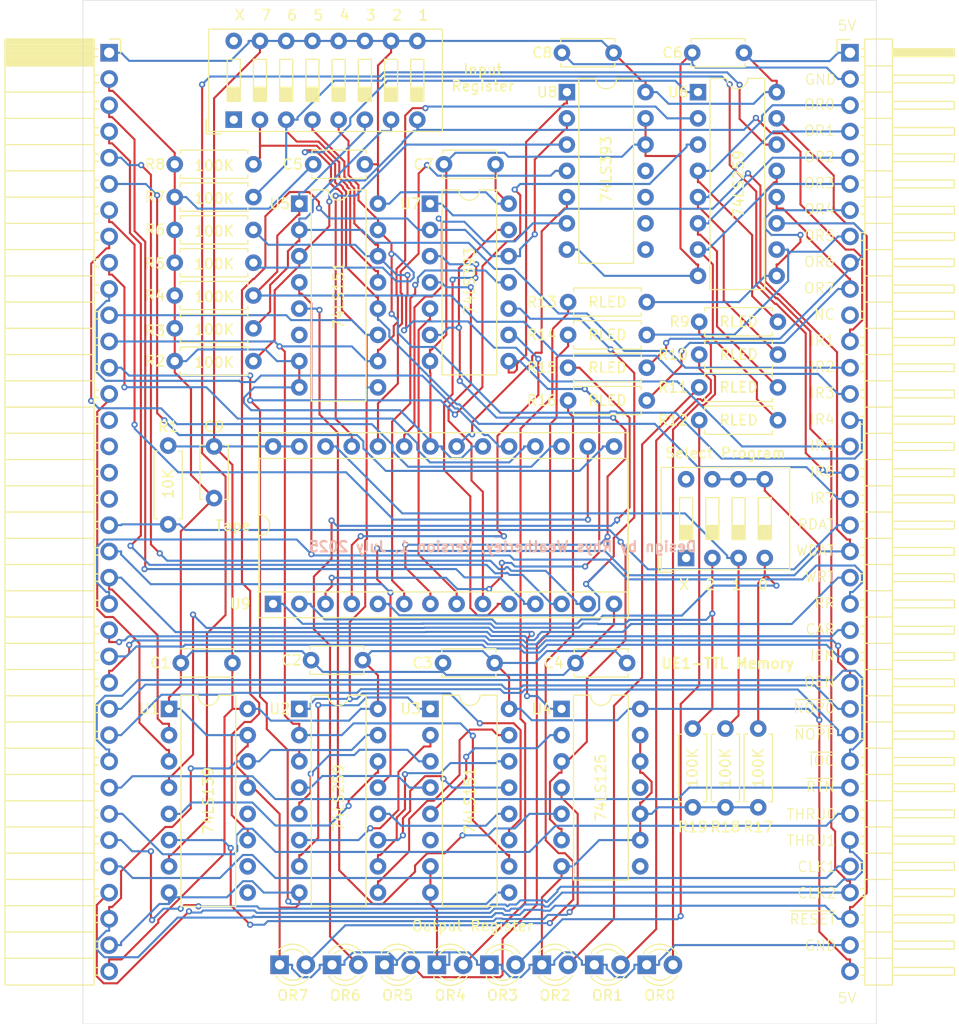
<source format=kicad_pcb>
(kicad_pcb (version 20240108) (generator "pcbnew") (generator_version "8.0")
  (layers (0 "F.Cu" signal) (31 "B.Cu" signal) (34 "B.Paste" user) (35 "F.Paste" user) (36 "B.SilkS" user "B.Silkscreen") (37 "F.SilkS" user "F.Silkscreen") (38 "B.Mask" user) (39 "F.Mask" user) (44 "Edge.Cuts" user))
  (net 0 "")
  (net 1 "GND")
  (net 2 "+5V")
  (net 3 "~{RESET}")
  (net 4 "CLK2")
  (net 5 "OEN")
  (net 6 "~{OP_NOPF}")
  (net 7 "~{OP_RTN}")
  (net 8 "D6")
  (net 9 "D0")
  (net 10 "THRU0")
  (net 11 "D5")
  (net 12 "~{OP_IOC}")
  (net 13 "D2")
  (net 14 "MEM0")
  (net 15 "INST2")
  (net 16 "~{OP_NOP0}")
  (net 17 "INST1")
  (net 18 "CAR")
  (net 19 "RR")
  (net 20 "D3")
  (net 21 "INST0")
  (net 22 "MEM2")
  (net 23 "MEM3")
  (net 24 "INST3")
  (net 25 "RD_DATA")
  (net 26 "IEN")
  (net 27 "CLK1")
  (net 28 "WR_DATA")
  (net 29 "D4")
  (net 30 "WRITE")
  (net 31 "MEM1")
  (net 32 "D1")
  (net 33 "D7")
  (net 34 "THRU1")
  (net 35 "IR7")
  (net 36 "IR3")
  (net 37 "OR5")
  (net 38 "IR6")
  (net 39 "IR4")
  (net 40 "IR5")
  (net 42 "OR3")
  (net 43 "OR7")
  (net 44 "OR6")
  (net 45 "OR1")
  (net 46 "OR4")
  (net 47 "OR0")
  (net 48 "IR2")
  (net 49 "OR2")
  (net 50 "IR1")
  (net 51 "Net-(D1-A)")
  (net 52 "Net-(D2-A)")
  (net 53 "Net-(D3-A)")
  (net 54 "Net-(D4-A)")
  (net 55 "PGM0")
  (net 56 "PGM1")
  (net 58 "PGM2")
  (net 59 "RESET")
  (net 61 "~{WR_OR}")
  (net 62 "~{RD_IR}")
  (net 64 "~{WR_SR}")
  (net 65 "~{RD_SR}")
  (net 67 "Net-(U2-Q2)")
  (net 68 "Net-(U2-Q4)")
  (net 69 "Net-(U2-Q6)")
  (net 70 "Net-(U2-Q0)")
  (net 71 "Net-(U2-Q3)")
  (net 72 "Net-(U2-Q5)")
  (net 73 "Net-(U2-Q1)")
  (net 74 "Net-(U2-Q7)")
  (net 75 "Net-(U3-Z)")
  (net 79 "Net-(U5-Z)")
  (net 81 "Net-(U7A-Q2)")
  (net 82 "Net-(U7B-Q2)")
  (net 83 "Net-(U7B-Q1)")
  (net 84 "Net-(U7A-Q1)")
  (net 85 "Net-(U7A-Q3)")
  (net 86 "Net-(U7B-Q3)")
  (net 87 "Net-(U7B-Q0)")
  (net 88 "Net-(U7A-Q0)")
  (net 89 "Net-(U8A-Q0)")
  (net 91 "Net-(U8A-Q3)")
  (net 92 "Net-(U8A-Q2)")
  (net 95 "Net-(U8A-Q1)")
  (net 98 "Net-(D5-A)")
  (net 99 "Net-(D6-A)")
  (net 100 "Net-(D7-A)")
  (net 101 "Net-(D8-A)")
  (footprint "LED_THT:LED_D3.0mm" (layer "F.Cu") (at 137.16 141.605)
    (property "Reference" "D2" (hide yes))
    (property "Value" "OR1")
  )
  (footprint "Resistor_THT:R_Axial_DIN0207_L6.3mm_D2.5mm_P7.62mm_Horizontal" (layer "F.Cu") (at 104.14 76.835 180)
    (property "Reference" "R4")
    (property "Value" "100K")
  )
  (footprint "Resistor_THT:R_Axial_DIN0207_L6.3mm_D2.5mm_P7.62mm_Horizontal" (layer "F.Cu") (at 142.24 86.995 180)
    (property "Reference" "R16")
    (property "Value" "RLED")
  )
  (footprint "Resistor_THT:R_Axial_DIN0207_L6.3mm_D2.5mm_P7.62mm_Horizontal" (layer "F.Cu") (at 154.94 79.375 180)
    (property "Reference" "R9")
    (property "Value" "RLED")
  )
  (footprint "Resistor_THT:R_Axial_DIN0207_L6.3mm_D2.5mm_P7.62mm_Horizontal" (layer "F.Cu") (at 146.685 118.745 -90)
    (property "Reference" "R19")
    (property "Value" "100K")
  )
  (footprint "Resistor_THT:R_Axial_DIN0207_L6.3mm_D2.5mm_P7.62mm_Horizontal" (layer "F.Cu") (at 154.94 82.55 180)
    (property "Reference" "R10")
    (property "Value" "RLED")
  )
  (footprint "Capacitor_THT:C_Disc_D5.0mm_W2.5mm_P5.00mm" (layer "F.Cu") (at 140.335 112.395 180)
    (property "Reference" "C4")
    (property "Value" "100nF")
  )
  (footprint "Capacitor_THT:C_Disc_D5.0mm_W2.5mm_P5.00mm" (layer "F.Cu") (at 114.728 112.126 180)
    (property "Reference" "C2")
    (property "Value" "100nF")
  )
  (footprint "Capacitor_THT:C_Disc_D5.0mm_W2.5mm_P5.00mm" (layer "F.Cu") (at 102.108 112.395 180)
    (property "Reference" "C1")
    (property "Value" "100nF")
  )
  (footprint "MountingHole:MountingHole_3mm" (layer "F.Cu") (at 156.845 52.07)
    (property "Reference" "H2" (hide yes))
    (property "Value" "3mm" (hide yes))
  )
  (footprint "Resistor_THT:R_Axial_DIN0207_L6.3mm_D2.5mm_P7.62mm_Horizontal" (layer "F.Cu") (at 95.885 91.36 -90)
    (property "Reference" "R1")
    (property "Value" "10K")
  )
  (footprint "Connector_PinSocket_2.54mm:PinSocket_1x36_P2.54mm_Horizontal" (layer "F.Cu") (at 90.17 53.34)
    (property "Reference" "J1" (hide yes))
    (property "Value" "Edge 1")
  )
  (footprint "Resistor_THT:R_Axial_DIN0207_L6.3mm_D2.5mm_P7.62mm_Horizontal" (layer "F.Cu") (at 104.14 64.135 180)
    (property "Reference" "R8")
    (property "Value" "100K")
  )
  (footprint "LED_THT:LED_D3.0mm" (layer "F.Cu") (at 106.68 141.605)
    (property "Reference" "D8" (hide yes))
    (property "Value" "OR7")
  )
  (footprint "Resistor_THT:R_Axial_DIN0207_L6.3mm_D2.5mm_P7.62mm_Horizontal" (layer "F.Cu") (at 142.24 83.82 180)
    (property "Reference" "R15")
    (property "Value" "RLED")
  )
  (footprint "Resistor_THT:R_Axial_DIN0207_L6.3mm_D2.5mm_P7.62mm_Horizontal" (layer "F.Cu") (at 104.14 70.485 180)
    (property "Reference" "R6")
    (property "Value" "100K")
  )
  (footprint "MountingHole:MountingHole_3mm" (layer "F.Cu") (at 95.25 143.51)
    (property "Reference" "H4" (hide yes))
    (property "Value" "3mm" (hide yes))
  )
  (footprint "Resistor_THT:R_Axial_DIN0207_L6.3mm_D2.5mm_P7.62mm_Horizontal" (layer "F.Cu") (at 142.24 80.645 180)
    (property "Reference" "R14")
    (property "Value" "RLED")
  )
  (footprint "Capacitor_THT:C_Disc_D5.0mm_W2.5mm_P5.00mm" (layer "F.Cu") (at 151.645 53.34 180)
    (property "Reference" "C6")
    (property "Value" "100nF")
  )
  (footprint "Resistor_THT:R_Axial_DIN0207_L6.3mm_D2.5mm_P7.62mm_Horizontal" (layer "F.Cu") (at 104.14 67.31 180)
    (property "Reference" "R7")
    (property "Value" "100K")
  )
  (footprint "Resistor_THT:R_Axial_DIN0207_L6.3mm_D2.5mm_P7.62mm_Horizontal" (layer "F.Cu") (at 104.14 73.66 180)
    (property "Reference" "R5")
    (property "Value" "100K")
  )
  (footprint "Package_DIP:DIP-14_W7.62mm" (layer "F.Cu") (at 134.5 57.15)
    (property "Reference" "U8")
    (property "Value" "74LS393")
  )
  (footprint "Package_DIP:DIP-16_W7.62mm" (layer "F.Cu") (at 108.585 67.945)
    (property "Reference" "U5")
    (property "Value" "74LS151")
  )
  (footprint "Button_Switch_THT:SW_DIP_SPSTx04_Slide_9.78x12.34mm_W7.62mm_P2.54mm" (layer "F.Cu") (at 146.05 102.235 90)
    (property "Reference" "SW2" (hide yes))
    (property "Value" "Select Program")
  )
  (footprint "Button_Switch_THT:SW_DIP_SPSTx08_Slide_9.78x22.5mm_W7.62mm_P2.54mm" (layer "F.Cu") (at 102.235 59.817 90)
    (property "Reference" "SW1" (hide yes))
    (property "Value" "Inputs" (hide yes))
  )
  (footprint "Capacitor_THT:C_Disc_D5.0mm_W2.5mm_P5.00mm" (layer "F.Cu") (at 127.595 64.135 180)
    (property "Reference" "C7")
    (property "Value" "100nF")
  )
  (footprint "Resistor_THT:R_Axial_DIN0207_L6.3mm_D2.5mm_P7.62mm_Horizontal" (layer "F.Cu") (at 104.14 83.185 180)
    (property "Reference" "R2")
    (property "Value" "100K")
  )
  (footprint "Package_DIP:DIP-28_W15.24mm_Socket" (layer "F.Cu") (at 106.045 106.68 90)
    (property "Reference" "U9")
    (property "Value" "28C256")
  )
  (footprint "LED_THT:LED_D3.0mm" (layer "F.Cu") (at 121.92 141.605)
    (property "Reference" "D5" (hide yes))
    (property "Value" "OR4")
  )
  (footprint "Package_DIP:DIP-16_W7.62mm" (layer "F.Cu") (at 108.585 116.84)
    (property "Reference" "U2")
    (property "Value" "74LS259")
  )
  (footprint "Resistor_THT:R_Axial_DIN0207_L6.3mm_D2.5mm_P7.62mm_Horizontal" (layer "F.Cu") (at 153.035 118.745 -90)
    (property "Reference" "R17")
    (property "Value" "100K")
  )
  (footprint "Package_DIP:DIP-16_W7.62mm" (layer "F.Cu") (at 95.965 116.84)
    (property "Reference" "U1")
    (property "Value" "74LS139")
  )
  (footprint "Resistor_THT:R_Axial_DIN0207_L6.3mm_D2.5mm_P7.62mm_Horizontal" (layer "F.Cu") (at 154.94 88.9 180)
    (property "Reference" "R12")
    (property "Value" "RLED")
  )
  (footprint "LED_THT:LED_D3.0mm" (layer "F.Cu") (at 116.84 141.605)
    (property "Reference" "D6" (hide yes))
    (property "Value" "OR5")
  )
  (footprint "LED_THT:LED_D3.0mm" (layer "F.Cu") (at 142.24 141.605)
    (property "Reference" "D1" (hide yes))
    (property "Value" "OR0")
  )
  (footprint "Resistor_THT:R_Axial_DIN0207_L6.3mm_D2.5mm_P7.62mm_Horizontal" (layer "F.Cu") (at 104.14 80.01 180)
    (property "Reference" "R3")
    (property "Value" "100K")
  )
  (footprint "LED_THT:LED_D3.0mm" (layer "F.Cu") (at 132.08 141.605)
    (property "Reference" "D3" (hide yes))
    (property "Value" "OR2")
  )
  (footprint "MountingHole:MountingHole_3mm" (layer "F.Cu") (at 95.25 52.07)
    (property "Reference" "H1" (hide yes))
    (property "Value" "3mm" (hide yes))
  )
  (footprint "Capacitor_THT:C_Disc_D5.0mm_W2.5mm_P5.00mm" (layer "F.Cu") (at 127.508 112.395 180)
    (property "Reference" "C3")
    (property "Value" "100nF")
  )
  (footprint "MountingHole:MountingHole_3mm" (layer "F.Cu") (at 156.845 143.51)
    (property "Reference" "H3" (hide yes))
    (property "Value" "3mm" (hide yes))
  )
  (footprint "Capacitor_THT:C_Disc_D5.0mm_W2.5mm_P5.00mm" (layer "F.Cu") (at 139.025 53.34 180)
    (property "Reference" "C8")
    (property "Value" "100nF")
  )
  (footprint "LED_THT:LED_D3.0mm" (layer "F.Cu") (at 111.76 141.605)
    (property "Reference" "D7" (hide yes))
    (property "Value" "OR6")
  )
  (footprint "Connector_PinHeader_2.54mm:PinHeader_1x36_P2.54mm_Horizontal" (layer "F.Cu") (at 161.925 53.34)
    (property "Reference" "J2" (hide yes))
    (property "Value" "Edge 2")
  )
  (footprint "Package_DIP:DIP-14_W7.62mm" (layer "F.Cu") (at 121.245 67.945)
    (property "Reference" "U7")
    (property "Value" "74LS393")
  )
  (footprint "Resistor_THT:R_Axial_DIN0207_L6.3mm_D2.5mm_P7.62mm_Horizontal" (layer "F.Cu") (at 154.94 85.725 180)
    (property "Reference" "R11")
    (property "Value" "RLED")
  )
  (footprint "Capacitor_THT:C_Disc_D5.0mm_W2.5mm_P5.00mm" (layer "F.Cu") (at 100.33 91.44 -90)
    (property "Reference" "C9")
    (property "Value" "100nF")
  )
  (footprint "LED_THT:LED_D3.0mm" (layer "F.Cu") (at 127 141.605)
    (property "Reference" "D4" (hide yes))
    (property "Value" "OR3")
  )
  (footprint "Resistor_THT:R_Axial_DIN0207_L6.3mm_D2.5mm_P7.62mm_Horizontal" (layer "F.Cu") (at 149.86 118.745 -90)
    (property "Reference" "R18")
    (property "Value" "100K")
  )
  (footprint "Capacitor_THT:C_Disc_D5.0mm_W2.5mm_P5.00mm" (layer "F.Cu") (at 114.935 64.135 180)
    (property "Reference" "C5")
    (property "Value" "100nF")
  )
  (footprint "Package_DIP:DIP-16_W7.62mm" (layer "F.Cu") (at 147.2 57.15)
    (property "Reference" "U6")
    (property "Value" "74LS259")
  )
  (footprint "Resistor_THT:R_Axial_DIN0207_L6.3mm_D2.5mm_P7.62mm_Horizontal" (layer "F.Cu") (at 142.24 77.47 180)
    (property "Reference" "R13")
    (property "Value" "RLED")
  )
  (footprint "Package_DIP:DIP-14_W7.62mm" (layer "F.Cu") (at 133.985 116.84)
    (property "Reference" "U4")
    (property "Value" "74LS125")
  )
  (footprint "Package_DIP:DIP-16_W7.62mm" (layer "F.Cu") (at 121.285 116.84)
    (property "Reference" "U3")
    (property "Value" "74LS151")
  )
  (gr_rect (start 87.63 48.26) (end 164.465 147.32) (stroke (width 0.05)) (fill none) (layer "Edge.Cuts"))
  (gr_text "Design by Rhys Weatherley, Version 1, July 2025" (at 128.27 101.727 0) (layer "B.SilkS") (effects (font (size 1 1) (thickness 0.2) (bold yes)) (justify bottom mirror)))
  (gr_text "4" (at 112.395 50.292 0) (layer "F.SilkS") (effects (font (size 1 1)) (justify left bottom)))
  (gr_text "X" (at 145.288 105.41 0) (layer "F.SilkS") (effects (font (size 1 1)) (justify left bottom)))
  (gr_text "THRU1" (at 160.655 130.175 0) (layer "F.SilkS") (effects (font (size 1 1) (thickness 0.1)) (justify right bottom)))
  (gr_text "CLK2" (at 160.655 135.255 0) (layer "F.SilkS") (effects (font (size 1 1) (thickness 0.1)) (justify right bottom)))
  (gr_text "RR" (at 160.528 107.188 0) (layer "F.SilkS") (effects (font (size 1 1) (thickness 0.1)) (justify right bottom)))
  (gr_text "2" (at 117.475 50.292 0) (layer "F.SilkS") (effects (font (size 1 1)) (justify left bottom)))
  (gr_text "IR2" (at 160.528 84.328 0) (layer "F.SilkS") (effects (font (size 1 1) (thickness 0.1)) (justify right bottom)))
  (gr_text "Input\nRegister" (at 126.365 57.15 0) (layer "F.SilkS") (effects (font (size 1 1)) (justify bottom)))
  (gr_text "IR4" (at 160.528 89.408 0) (layer "F.SilkS") (effects (font (size 1 1) (thickness 0.1)) (justify right bottom)))
  (gr_text "IR7" (at 160.528 97.028 0) (layer "F.SilkS") (effects (font (size 1 1) (thickness 0.1)) (justify right bottom)))
  (gr_text "OR6" (at 160.528 74.168 0) (layer "F.SilkS") (effects (font (size 1 1) (thickness 0.1)) (justify right bottom)))
  (gr_text "OR4" (at 160.528 69.088 0) (layer "F.SilkS") (effects (font (size 1 1) (thickness 0.1)) (justify right bottom)))
  (gr_text "OR2" (at 160.528 64.008 0) (layer "F.SilkS") (effects (font (size 1 1) (thickness 0.1)) (justify right bottom)))
  (gr_text "1" (at 150.368 105.41 0) (layer "F.SilkS") (effects (font (size 1 1)) (justify left bottom)))
  (gr_text "~{IOC}" (at 160.528 122.428 0) (layer "F.SilkS") (effects (font (size 1 1) (thickness 0.1)) (justify right bottom)))
  (gr_text "5V" (at 160.655 51.308 0) (layer "F.SilkS") (effects (font (size 1 1) (thickness 0.1)) (justify left bottom)))
  (gr_text "OR7" (at 160.528 76.708 0) (layer "F.SilkS") (effects (font (size 1 1) (thickness 0.1)) (justify right bottom)))
  (gr_text "CAR" (at 160.528 109.728 0) (layer "F.SilkS") (effects (font (size 1 1) (thickness 0.1)) (justify right bottom)))
  (gr_text "OR1" (at 160.528 61.468 0) (layer "F.SilkS") (effects (font (size 1 1) (thickness 0.1)) (justify right bottom)))
  (gr_text "OR5" (at 160.528 71.628 0) (layer "F.SilkS") (effects (font (size 1 1) (thickness 0.1)) (justify right bottom)))
  (gr_text "OEN" (at 160.528 114.808 0) (layer "F.SilkS") (effects (font (size 1 1) (thickness 0.1)) (justify right bottom)))
  (gr_text "RDAT" (at 160.528 99.568 0) (layer "F.SilkS") (effects (font (size 1 1) (thickness 0.1)) (justify right bottom)))
  (gr_text "OR3" (at 160.528 66.548 0) (layer "F.SilkS") (effects (font (size 1 1) (thickness 0.1)) (justify right bottom)))
  (gr_text "7" (at 104.775 50.292 0) (layer "F.SilkS") (effects (font (size 1 1)) (justify left bottom)))
  (gr_text "IEN" (at 160.528 112.268 0) (layer "F.SilkS") (effects (font (size 1 1) (thickness 0.1)) (justify right bottom)))
  (gr_text "5V" (at 160.655 145.415 0) (layer "F.SilkS") (effects (font (size 1 1) (thickness 0.1)) (justify left bottom)))
  (gr_text "~{RESET}" (at 160.655 137.795 0) (layer "F.SilkS") (effects (font (size 1 1) (thickness 0.1)) (justify right bottom)))
  (gr_text "GND" (at 160.655 140.335 0) (layer "F.SilkS") (effects (font (size 1 1) (thickness 0.1)) (justify right bottom)))
  (gr_text "1" (at 120.015 50.292 0) (layer "F.SilkS") (effects (font (size 1 1)) (justify left bottom)))
  (gr_text "NC" (at 160.528 79.248 0) (layer "F.SilkS") (effects (font (size 1 1) (thickness 0.1)) (justify right bottom)))
  (gr_text "THRU0" (at 160.655 127.635 0) (layer "F.SilkS") (effects (font (size 1 1) (thickness 0.1)) (justify right bottom)))
  (gr_text "WDAT" (at 160.528 102.108 0) (layer "F.SilkS") (effects (font (size 1 1) (thickness 0.1)) (justify right bottom)))
  (gr_text "IR6" (at 160.528 94.488 0) (layer "F.SilkS") (effects (font (size 1 1) (thickness 0.1)) (justify right bottom)))
  (gr_text "IR5" (at 160.528 91.948 0) (layer "F.SilkS") (effects (font (size 1 1) (thickness 0.1)) (justify right bottom)))
  (gr_text "2" (at 147.828 105.41 0) (layer "F.SilkS") (effects (font (size 1 1)) (justify left bottom)))
  (gr_text "6" (at 107.315 50.292 0) (layer "F.SilkS") (effects (font (size 1 1)) (justify left bottom)))
  (gr_text "~{RTN}" (at 160.528 124.968 0) (layer "F.SilkS") (effects (font (size 1 1) (thickness 0.1)) (justify right bottom)))
  (gr_text "0" (at 152.908 105.41 0) (layer "F.SilkS") (effects (font (size 1 1)) (justify left bottom)))
  (gr_text "OR0" (at 160.528 58.928 0) (layer "F.SilkS") (effects (font (size 1 1) (thickness 0.1)) (justify right bottom)))
  (gr_text "IR1" (at 160.528 81.788 0) (layer "F.SilkS") (effects (font (size 1 1) (thickness 0.1)) (justify right bottom)))
  (gr_text "CLK1" (at 160.655 132.715 0) (layer "F.SilkS") (effects (font (size 1 1) (thickness 0.1)) (justify right bottom)))
  (gr_text "Output Register" (at 119.38 138.43 0) (layer "F.SilkS") (effects (font (size 1 1)) (justify left bottom)))
  (gr_text "IR3" (at 160.528 86.868 0) (layer "F.SilkS") (effects (font (size 1 1) (thickness 0.1)) (justify right bottom)))
  (gr_text "5" (at 109.855 50.292 0) (layer "F.SilkS") (effects (font (size 1 1)) (justify left bottom)))
  (gr_text "Tape" (at 100.33 99.695 0) (layer "F.SilkS") (effects (font (size 1 1)) (justify left bottom)))
  (gr_text "WRT" (at 160.528 104.648 0) (layer "F.SilkS") (effects (font (size 1 1) (thickness 0.1)) (justify right bottom)))
  (gr_text "X" (at 102.235 50.292 0) (layer "F.SilkS") (effects (font (size 1 1)) (justify left bottom)))
  (gr_text "GND" (at 160.655 56.515 0) (layer "F.SilkS") (effects (font (size 1 1) (thickness 0.1)) (justify right bottom)))
  (gr_text "3" (at 114.935 50.292 0) (layer "F.SilkS") (effects (font (size 1 1)) (justify left bottom)))
  (gr_text "~{NOP0}" (at 160.528 117.348 0) (layer "F.SilkS") (effects (font (size 1 1) (thickness 0.1)) (justify right bottom)))
  (gr_text "~{NOPF}" (at 160.528 119.888 0) (layer "F.SilkS") (effects (font (size 1 1) (thickness 0.1)) (justify right bottom)))
  (gr_text "UE1-TTL Memory" (at 143.51 113.03 0) (layer "F.SilkS") (effects (font (size 1 1) (thickness 0.2) (bold yes)) (justify left bottom)))
  (segment (start 96.52 80.01) (end 96.52 83.185) (width 0.2) (layer "F.Cu") (net 1))
  (segment (start 96.52 84.2867) (end 98.0942 85.8609) (width 0.2) (layer "F.Cu") (net 1))
  (segment (start 139.065 106.68) (end 139.065 108.665) (width 0.2) (layer "F.Cu") (net 1))
  (segment (start 141.8333 123.0217) (end 141.605 123.0217) (width 0.2) (layer "F.Cu") (net 1))
  (segment (start 121.245 83.185) (end 121.245 84.2867) (width 0.2) (layer "F.Cu") (net 1))
  (segment (start 96.52 76.1848) (end 96.52 73.66) (width 0.2) (layer "F.Cu") (net 1))
  (segment (start 97.108 112.395) (end 97.108 114.5953) (width 0.2) (layer "F.Cu") (net 1))
  (segment (start 141.605 127) (end 141.605 125.8983) (width 0.2) (layer "F.Cu") (net 1))
  (segment (start 122.8234 80.6426) (end 121.3827 82.0833) (width 0.2) (layer "F.Cu") (net 1))
  (segment (start 142.7088 124.9322) (end 142.7088 123.8972) (width 0.2) (layer "F.Cu") (net 1))
  (segment (start 106.68 127.0041) (end 106.68 136.0711) (width 0.2) (layer "F.Cu") (net 1))
  (segment (start 95.965 116.84) (end 95.965 115.7383) (width 0.2) (layer "F.Cu") (net 1))
  (segment (start 121.245 84.2867) (end 121.285 84.3267) (width 0.2) (layer "F.Cu") (net 1))
  (segment (start 108.2356 136.0711) (end 108.585 135.7217) (width 0.2) (layer "F.Cu") (net 1))
  (segment (start 147.0622 73.8283) (end 147.2 73.8283) (width 0.2) (layer "F.Cu") (net 1))
  (segment (start 132.08 135.0867) (end 132.08 141.605) (width 0.2) (layer "F.Cu") (net 1))
  (segment (start 139.065 108.665) (end 135.335 112.395) (width 0.2) (layer "F.Cu") (net 1))
  (segment (start 96.52 76.835) (end 96.52 76.1848) (width 0.2) (layer "F.Cu") (net 1))
  (segment (start 121.92 136.3567) (end 121.285 135.7217) (width 0.2) (layer "F.Cu") (net 1))
  (segment (start 103.585 119.38) (end 103.585 120.4817) (width 0.2) (layer "F.Cu") (net 1))
  (segment (start 96.52 64.135) (end 96.52 63.0333) (width 0.2) (layer "F.Cu") (net 1))
  (segment (start 90.17 55.88) (end 90.17 57.0317) (width 0.2) (layer "F.Cu") (net 1))
  (segment (start 141.605 121.92) (end 141.605 119.38) (width 0.2) (layer "F.Cu") (net 1))
  (segment (start 96.52 73.66) (end 96.52 70.485) (width 0.2) (layer "F.Cu") (net 1))
  (segment (start 108.585 134.62) (end 108.585 135.7217) (width 0.2) (layer "F.Cu") (net 1))
  (segment (start 106.68 136.0711) (end 106.68 141.605) (width 0.2) (layer "F.Cu") (net 1))
  (segment (start 96.52 76.1848) (end 96.52 78.9083) (width 0.2) (layer "F.Cu") (net 1))
  (segment (start 97.108 99.662) (end 100.33 96.44) (width 0.2) (layer "F.Cu") (net 1))
  (segment (start 90.5184 57.0317) (end 96.52 63.0333) (width 0.2) (layer "F.Cu") (net 1))
  (segment (start 121.285 134.62) (end 121.285 135.7217) (width 0.2) (layer "F.Cu") (net 1))
  (segment (start 145.504 72.2701) (end 147.0622 73.8283) (width 0.2) (layer "F.Cu") (net 1))
  (segment (start 96.52 67.31) (end 96.52 70.485) (width 0.2) (layer "F.Cu") (net 1))
  (segment (start 133.985 132.08) (end 133.985 133.1817) (width 0.2) (layer "F.Cu") (net 1))
  (segment (start 141.605 125.8983) (end 141.7427 125.8983) (width 0.2) (layer "F.Cu") (net 1))
  (segment (start 133.985 133.1817) (end 132.08 135.0867) (width 0.2) (layer "F.Cu") (net 1))
  (segment (start 102.477 122.3701) (end 103.4652 123.3583) (width 0.2) (layer "F.Cu") (net 1))
  (segment (start 98.0942 85.8609) (end 98.0942 94.2042) (width 0.2) (layer "F.Cu") (net 1))
  (segment (start 103.4652 123.3583) (end 103.585 123.3583) (width 0.2) (layer "F.Cu") (net 1))
  (segment (start 142.12 59.69) (end 142.12 62.23) (width 0.2) (layer "F.Cu") (net 1))
  (segment (start 103.4473 120.4817) (end 102.477 121.452) (width 0.2) (layer "F.Cu") (net 1))
  (segment (start 142.7088 123.8972) (end 141.8333 123.0217) (width 0.2) (layer "F.Cu") (net 1))
  (segment (start 90.17 57.0317) (end 90.5184 57.0317) (width 0.2) (layer "F.Cu") (net 1))
  (segment (start 96.52 83.185) (end 96.52 84.2867) (width 0.2) (layer "F.Cu") (net 1))
  (segment (start 146.645 53.34) (end 145.504 54.481) (width 0.2) (layer "F.Cu") (net 1))
  (segment (start 103.585 120.4817) (end 103.4473 120.4817) (width 0.2) (layer "F.Cu") (net 1))
  (segment (start 106.68 136.0711) (end 108.2356 136.0711) (width 0.2) (layer "F.Cu") (net 1))
  (segment (start 122.8234 64.3634) (end 122.8234 80.6426) (width 0.2) (layer "F.Cu") (net 1))
  (segment (start 121.285 132.08) (end 121.285 134.62) (width 0.2) (layer "F.Cu") (net 1))
  (segment (start 121.285 84.3267) (end 121.285 91.44) (width 0.2) (layer "F.Cu") (net 1))
  (segment (start 98.0942 94.2042) (end 100.33 96.44) (width 0.2) (layer "F.Cu") (net 1))
  (segment (start 141.605 121.92) (end 141.605 123.0217) (width 0.2) (layer "F.Cu") (net 1))
  (segment (start 103.585 123.9091) (end 106.68 127.0041) (width 0.2) (layer "F.Cu") (net 1))
  (segment (start 103.585 123.9091) (end 103.585 123.3583) (width 0.2) (layer "F.Cu") (net 1))
  (segment (start 145.504 63.3317) (end 145.504 72.2701) (width 0.2) (layer "F.Cu") (net 1))
  (segment (start 121.3827 82.0833) (end 121.245 82.0833) (width 0.2) (layer "F.Cu") (net 1))
  (segment (start 147.2 74.93) (end 147.2 73.8283) (width 0.2) (layer "F.Cu") (net 1))
  (segment (start 142.12 62.23) (end 142.12 63.3317) (width 0.2) (layer "F.Cu") (net 1))
  (segment (start 102.477 121.452) (end 102.477 122.3701) (width 0.2) (layer "F.Cu") (net 1))
  (segment (start 96.52 64.135) (end 96.52 67.31) (width 0.2) (layer "F.Cu") (net 1))
  (segment (start 122.595 64.135) (end 122.8234 64.3634) (width 0.2) (layer "F.Cu") (net 1))
  (segment (start 121.92 141.605) (end 121.92 136.3567) (width 0.2) (layer "F.Cu") (net 1))
  (segment (start 141.7427 125.8983) (end 142.7088 124.9322) (width 0.2) (layer "F.Cu") (net 1))
  (segment (start 97.108 112.395) (end 97.108 99.662) (width 0.2) (layer "F.Cu") (net 1))
  (segment (start 97.108 114.5953) (end 95.965 115.7383) (width 0.2) (layer "F.Cu") (net 1))
  (segment (start 145.504 63.3317) (end 142.12 63.3317) (width 0.2) (layer "F.Cu") (net 1))
  (segment (start 121.245 83.185) (end 121.245 82.0833) (width 0.2) (layer "F.Cu") (net 1))
  (segment (start 103.585 124.46) (end 103.585 123.9091) (width 0.2) (layer "F.Cu") (net 1))
  (segment (start 108.585 83.185) (end 108.585 85.725) (width 0.2) (layer "F.Cu") (net 1))
  (segment (start 96.52 80.01) (end 96.52 78.9083) (width 0.2) (layer "F.Cu") (net 1))
  (segment (start 145.504 54.481) (end 145.504 63.3317) (width 0.2) (layer "F.Cu") (net 1))
  (segment (start 141.605 129.54) (end 141.605 127) (width 0.2) (layer "F.Cu") (net 1))
  (segment (start 106.4275 83.185) (end 105.3 82.0575) (width 0.2) (layer "B.Cu") (net 1))
  (segment (start 112.9617 141.2294) (end 113.7878 140.4033) (width 0.2) (layer "B.Cu") (net 1))
  (segment (start 139.1878 142.8067) (end 138.3617 141.9806) (width 0.2) (layer "B.Cu") (net 1))
  (segment (start 118.8678 140.4033) (end 118.0417 141.2294) (width 0.2) (layer "B.Cu") (net 1))
  (segment (start 104.0414 133.5183) (end 103.1286 133.5183) (width 0.2) (layer "B.Cu") (net 1))
  (segment (start 159.668 54.7747) (end 146.9741 54.7747) (width 0.2) (layer "B.Cu") (net 1))
  (segment (start 122.508 113.2634) (end 110.8654 113.2634) (width 0.2) (layer "B.Cu") (net 1))
  (segment (start 126.365 91.44) (end 125.2633 91.44) (width 0.2) (layer "B.Cu") (net 1))
  (segment (start 161.925 55.88) (end 160.7733 55.88) (width 0.2) (layer "B.Cu") (net 1))
  (segment (start 125.7983 141.605) (end 125.7983 141.2295) (width 0.2) (layer "B.Cu") (net 1))
  (segment (start 132.08 141.605) (end 130.8783 141.605) (width 0.2) (layer "B.Cu") (net 1))
  (segment (start 110.8654 113.2634) (end 109.728 112.126) (width 0.2) (layer "B.Cu") (net 1))
  (segment (start 153.035 126.365) (end 149.86 126.365) (width 0.2) (layer "B.Cu") (net 1))
  (segment (start 95.965 135.6208) (end 95.965 135.7202) (width 0.2) (layer "B.Cu") (net 1))
  (segment (start 103.2214 86.7222) (end 103.2214 87.2304) (width 0.2) (layer "B.Cu") (net 1))
  (segment (start 137.6267 129.54) (end 140.5033 129.54) (width 0.2) (layer "B.Cu") (net 1))
  (segment (start 98.7379 68.4262) (end 97.6217 67.31) (width 0.2) (layer "B.Cu") (net 1))
  (segment (start 109.728 112.126) (end 108.8499 111.2479) (width 0.2) (layer "B.Cu") (net 1))
  (segment (start 105.6438 68.4262) (end 98.7379 68.4262) (width 0.2) (layer "B.Cu") (net 1))
  (segment (start 146.9741 54.7747) (end 146.645 54.4456) (width 0.2) (layer "B.Cu") (net 1))
  (segment (start 146.685 126.365) (end 149.86 126.365) (width 0.2) (layer "B.Cu") (net 1))
  (segment (start 107.8817 141.605) (end 107.8817 141.9805) (width 0.2) (layer "B.Cu") (net 1))
  (segment (start 116.84 141.605) (end 118.0417 141.605) (width 0.2) (layer "B.Cu") (net 1))
  (segment (start 109.7322 142.8067) (end 110.5583 141.9806) (width 0.2) (layer "B.Cu") (net 1))
  (segment (start 111.76 141.605) (end 112.9617 141.605) (width 0.2) (layer "B.Cu") (net 1))
  (segment (start 96.52 83.185) (end 97.6217 83.185) (width 0.2) (layer "B.Cu") (net 1))
  (segment (start 142.12 62.23) (end 141.0183 62.23) (width 0.2) (layer "B.Cu") (net 1))
  (segment (start 123.1217 140.4033) (end 118.8678 140.4033) (width 0.2) (layer "B.Cu") (net 1))
  (segment (start 98.7492 82.0575) (end 97.6217 83.185) (width 0.2) (layer "B.Cu") (net 1))
  (segment (start 110.5583 141.9806) (end 110.5583 141.605) (width 0.2) (layer "B.Cu") (net 1))
  (segment (start 143.4417 141.2295) (end 143.4417 141.605) (width 0.2) (layer "B.Cu") (net 1))
  (segment (start 124.295 92.5809) (end 123.2993 92.5809) (width 0.2) (layer "B.Cu") (net 1))
  (segment (start 104.2186 85.725) (end 103.2214 86.7222) (width 0.2) (layer "B.Cu") (net 1))
  (segment (start 121.92 141.605) (end 123.1217 141.605) (width 0.2) (layer "B.Cu") (net 1))
  (segment (start 103.1286 133.5183) (end 101.5704 135.0765) (width 0.2) (layer "B.Cu") (net 1))
  (segment (start 160.7733 55.88) (end 159.668 54.7747) (width 0.2) (layer "B.Cu") (net 1))
  (segment (start 107.8817 141.9805) (end 108.7079 142.8067) (width 0.2) (layer "B.Cu") (net 1))
  (segment (start 142.24 141.605) (end 143.4417 141.605) (width 0.2) (layer "B.Cu") (net 1))
  (segment (start 105.143 134.6199) (end 104.0414 133.5183) (width 0.2) (layer "B.Cu") (net 1))
  (segment (start 95.965 134.62) (end 95.965 135.6208) (width 0.2) (layer "B.Cu") (net 1))
  (segment (start 142.24 141.605) (end 141.0383 141.605) (width 0.2) (layer "B.Cu") (net 1))
  (segment (start 105.143 134.62) (end 105.143 134.6199) (width 0.2) (layer "B.Cu") (net 1))
  (segment (start 98.2551 111.2479) (end 97.108 112.395) (width 0.2) (layer "B.Cu") (net 1))
  (segment (start 108.585 83.185) (end 106.4275 83.185) (width 0.2) (layer "B.Cu") (net 1))
  (segment (start 127 141.605) (end 128.2017 141.605) (width 0.2) (layer "B.Cu") (net 1))
  (segment (start 161.925 139.7) (end 144.9712 139.7) (width 0.2) (layer "B.Cu") (net 1))
  (segment (start 96.6086 135.0766) (end 95.965 135.7202) (width 0.2) (layer "B.Cu") (net 1))
  (segment (start 96.52 67.31) (end 97.6217 67.31) (width 0.2) (layer "B.Cu") (net 1))
  (segment (start 101.5704 135.0766) (end 96.6086 135.0766) (width 0.2) (layer "B.Cu") (net 1))
  (segment (start 141.605 127) (end 142.7067 127) (width 0.2) (layer "B.Cu") (net 1))
  (segment (start 122.508 113.2634) (end 122.508 112.395) (width 0.2) (layer "B.Cu") (net 1))
  (segment (start 134.025 53.34) (end 135.1306 54.4456) (width 0.2) (layer "B.Cu") (net 1))
  (segment (start 109.935 64.135) (end 105.6438 68.4262) (width 0.2) (layer "B.Cu") (net 1))
  (segment (start 143.3417 126.365) (end 146.685 126.365) (width 0.2) (layer "B.Cu") (net 1))
  (segment (start 124.9721 140.4033) (end 123.1217 140.4033) (width 0.2) (layer "B.Cu") (net 1))
  (segment (start 128.8238 63.4036) (end 139.8447 63.4036) (width 0.2) (layer "B.Cu") (net 1))
  (segment (start 140.2121 142.8067) (end 139.1878 142.8067) (width 0.2) (layer "B.Cu") (net 1))
  (segment (start 141.0383 141.605) (end 141.0383 141.9805) (width 0.2) (layer "B.Cu") (net 1))
  (segment (start 108.585 134.62) (end 107.4833 134.62) (width 0.2) (layer "B.Cu") (net 1))
  (segment (start 108.7079 142.8067) (end 109.7322 142.8067) (width 0.2) (layer "B.Cu") (net 1))
  (segment (start 121.8359 91.44) (end 122.3867 91.44) (width 0.2) (layer "B.Cu") (net 1))
  (segment (start 128.4416 63.0214) (end 128.8238 63.4036) (width 0.2) (layer "B.Cu") (net 1))
  (segment (start 101.5704 135.0765) (end 101.5704 135.0766) (width 0.2) (layer "B.Cu") (net 1))
  (segment (start 113.7878 140.4033) (end 117.2156 140.4033) (width 0.2) (layer "B.Cu") (net 1))
  (segment (start 122.3867 91.6683) (end 122.3867 91.44) (width 0.2) (layer "B.Cu") (net 1))
  (segment (start 97.0667 116.84) (end 99.6067 119.38) (width 0.2) (layer "B.Cu") (net 1))
  (segment (start 123.2993 92.5809) (end 122.3867 91.6683) (width 0.2) (layer "B.Cu") (net 1))
  (segment (start 134.1771 113.5529) (end 122.7975 113.5529) (width 0.2) (layer "B.Cu") (net 1))
  (segment (start 111.76 141.605) (end 110.5583 141.605) (width 0.2) (layer "B.Cu") (net 1))
  (segment (start 125.7983 141.2295) (end 124.9721 140.4033) (width 0.2) (layer "B.Cu") (net 1))
  (segment (start 141.605 129.54) (end 140.5033 129.54) (width 0.2) (layer "B.Cu") (net 1))
  (segment (start 118.3356 87.9397) (end 121.8359 91.44) (width 0.2) (layer "B.Cu") (net 1))
  (segment (start 142.7067 127) (end 143.3417 126.365) (width 0.2) (layer "B.Cu") (net 1))
  (segment (start 105.3 82.0575) (end 98.7492 82.0575) (width 0.2) (layer "B.Cu") (net 1))
  (segment (start 135.1322 140.4033) (end 135.9583 141.2294) (width 0.2) (layer "B.Cu") (net 1))
  (segment (start 130.8783 141.9806) (end 130.0522 142.8067) (width 0.2) (layer "B.Cu") (net 1))
  (segment (start 95.965 135.7202) (end 95.965 135.7217) (width 0.2) (layer "B.Cu") (net 1))
  (segment (start 135.335 112.395) (end 134.1771 113.5529) (width 0.2) (layer "B.Cu") (net 1))
  (segment (start 134.1078 140.4033) (end 135.1322 140.4033) (width 0.2) (layer "B.Cu") (net 1))
  (segment (start 129.0279 142.8067) (end 128.2017 141.9805) (width 0.2) (layer "B.Cu") (net 1))
  (segment (start 132.08 141.605) (end 133.2817 141.605) (width 0.2) (layer "B.Cu") (net 1))
  (segment (start 112.9617 141.605) (end 112.9617 141.2294) (width 0.2) (layer "B.Cu") (net 1))
  (segment (start 91.3217 139.4297) (end 91.3217 139.7) (width 0.2) (layer "B.Cu") (net 1))
  (segment (start 117.2156 140.4033) (end 118.0417 141.2294) (width 0.2) (layer "B.Cu") (net 1))
  (segment (start 133.985 132.08) (end 135.0867 132.08) (width 0.2) (layer "B.Cu") (net 1))
  (segment (start 122.595 64.135) (end 123.7086 63.0214) (width 0.2) (layer "B.Cu") (net 1))
  (segment (start 135.0867 132.08) (end 137.6267 129.54) (width 0.2) (layer "B.Cu") (net 1))
  (segment (start 147.2 74.93) (end 138.1417 74.93) (width 0.2) (layer "B.Cu") (net 1))
  (segment (start 123.7086 63.0214) (end 128.4416 63.0214) (width 0.2) (layer "B.Cu") (net 1))
  (segment (start 95.0297 135.7217) (end 91.3217 139.4297) (width 0.2) (layer "B.Cu") (net 1))
  (segment (start 125.2633 91.6126) (end 124.295 92.5809) (width 0.2) (layer "B.Cu") (net 1))
  (segment (start 108.8499 111.2479) (end 98.2551 111.2479) (width 0.2) (layer "B.Cu") (net 1))
  (segment (start 106.68 141.605) (end 107.8817 141.605) (width 0.2) (layer "B.Cu") (net 1))
  (segment (start 122.7975 113.5529) (end 122.508 113.2634) (width 0.2) (layer "B.Cu") (net 1))
  (segment (start 141.0383 141.9805) (end 140.2121 142.8067) (width 0.2) (layer "B.Cu") (net 1))
  (segment (start 133.2817 141.2294) (end 134.1078 140.4033) (width 0.2) (layer "B.Cu") (net 1))
  (segment (start 123.1217 140.4033) (end 123.1217 141.605) (width 0.2) (layer "B.Cu") (net 1))
  (segment (start 137.16 141.605) (end 138.3617 141.605) (width 0.2) (layer "B.Cu") (net 1))
  (segment (start 99.6067 119.38) (end 103.585 119.38) (width 0.2) (layer "B.Cu") (net 1))
  (segment (start 130.8783 141.605) (end 130.8783 141.9806) (width 0.2) (layer "B.Cu") (net 1))
  (segment (start 107.4833 134.62) (end 105.143 134.62) (width 0.2) (layer "B.Cu") (net 1))
  (segment (start 95.965 135.7217) (end 95.0297 135.7217) (width 0.2) (layer "B.Cu") (net 1))
  (segment (start 133.2817 141.605) (end 133.2817 141.2294) (width 0.2) (layer "B.Cu") (net 1))
  (segment (start 134.5 72.39) (end 135.6017 72.39) (width 0.2) (layer "B.Cu") (net 1))
  (segment (start 130.0522 142.8067) (end 129.0279 142.8067) (width 0.2) (layer "B.Cu") (net 1))
  (segment (start 103.2214 87.2304) (end 103.9307 87.9397) (width 0.2) (layer "B.Cu") (net 1))
  (segment (start 135.9583 141.2294) (end 135.9583 141.605) (width 0.2) (layer "B.Cu") (net 1))
  (segment (start 138.3617 141.9806) (end 138.3617 141.605) (width 0.2) (layer "B.Cu") (net 1))
  (segment (start 135.1306 54.4456) (end 146.645 54.4456) (width 0.2) (layer "B.Cu") (net 1))
  (segment (start 121.285 91.44) (end 121.8359 91.44) (width 0.2) (layer "B.Cu") (net 1))
  (segment (start 128.2017 141.9805) (end 128.2017 141.605) (width 0.2) (layer "B.Cu") (net 1))
  (segment (start 118.0417 141.2294) (end 118.0417 141.605) (width 0.2) (layer "B.Cu") (net 1))
  (segment (start 139.8447 63.4036) (end 141.0183 62.23) (width 0.2) (layer "B.Cu") (net 1))
  (segment (start 138.1417 74.93) (end 135.6017 72.39) (width 0.2) (layer "B.Cu") (net 1))
  (segment (start 103.9307 87.9397) (end 118.3356 87.9397) (width 0.2) (layer "B.Cu") (net 1))
  (segment (start 95.965 116.84) (end 97.0667 116.84) (width 0.2) (layer "B.Cu") (net 1))
  (segment (start 144.9712 139.7) (end 143.4417 141.2295) (width 0.2) (layer "B.Cu") (net 1))
  (segment (start 125.2633 91.44) (end 125.2633 91.6126) (width 0.2) (layer "B.Cu") (net 1))
  (segment (start 108.585 85.725) (end 104.2186 85.725) (width 0.2) (layer "B.Cu") (net 1))
  (segment (start 146.645 54.4456) (end 146.645 53.34) (width 0.2) (layer "B.Cu") (net 1))
  (segment (start 127 141.605) (end 125.7983 141.605) (width 0.2) (layer "B.Cu") (net 1))
  (segment (start 137.16 141.605) (end 135.9583 141.605) (width 0.2) (layer "B.Cu") (net 1))
  (segment (start 90.17 139.7) (end 91.3217 139.7) (width 0.2) (layer "B.Cu") (net 1))
  (segment (start 158.9536 138.4049) (end 161.637 141.0883) (width 0.2) (layer "F.Cu") (net 2))
  (segment (start 101.3406 117.6074) (end 101.3406 130.8421) (width 0.2) (layer "F.Cu") (net 2))
  (segment (start 100.33 57.7437) (end 104.775 53.2987) (width 0.2) (layer "F.Cu") (net 2))
  (segment (start 141.7333 56.0483) (end 142.12 56.0483) (width 0.2) (layer "F.Cu") (net 2))
  (segment (start 153.67 95.7167) (end 158.9536 101.0003) (width 0.2) (layer "F.Cu") (net 2))
  (segment (start 94.9296 137.2531) (end 94.9296 137.5235) (width 0.2) (layer "F.Cu") (net 2))
  (segment (start 100.33 91.44) (end 100.33 57.7437) (width 0.2) (layer "F.Cu") (net 2))
  (segment (start 158.9536 117.911) (end 158.9536 138.4049) (width 0.2) (layer "F.Cu") (net 2))
  (segment (start 128.905 113.792) (end 128.905 116.84) (width 0.2) (layer "F.Cu") (net 2))
  (segment (start 102.108 112.395) (end 102.108 93.218) (width 0.2) (layer "F.Cu") (net 2))
  (segment (start 158.9536 101.0003) (end 158.9536 117.911) (width 0.2) (layer "F.Cu") (net 2))
  (segment (start 102.108 116.84) (end 102.4833 116.84) (width 0.2) (layer "F.Cu") (net 2))
  (segment (start 154.82 57.15) (end 154.82 56.0483) (width 0.2) (layer "F.Cu") (net 2))
  (segment (start 114.935 64.135) (end 116.205 64.135) (width 0.2) (layer "F.Cu") (net 2))
  (segment (start 94.9296 137.5235) (end 91.3648 141.0883) (width 0.2) (layer "F.Cu") (net 2))
  (segment (start 104.775 52.197) (end 104.775 53.2987) (width 0.2) (layer "F.Cu") (net 2))
  (segment (start 161.925 142.24) (end 161.925 141.0883) (width 0.2) (layer "F.Cu") (net 2))
  (segment (start 102.108 116.84) (end 101.3406 117.6074) (width 0.2) (layer "F.Cu") (net 2))
  (segment (start 127.508 112.395) (end 128.905 113.792) (width 0.2) (layer "F.Cu") (net 2))
  (segment (start 116.205 54.5687) (end 117.475 53.2987) (width 0.2) (layer "F.Cu") (net 2))
  (segment (start 153.67 94.615) (end 153.67 95.7167) (width 0.2) (layer "F.Cu") (net 2))
  (segment (start 91.3648 141.0883) (end 90.17 141.0883) (width 0.2) (layer "F.Cu") (net 2))
  (segment (start 161.637 141.0883) (end 161.925 141.0883) (width 0.2) (layer "F.Cu") (net 2))
  (segment (start 127.595 64.135) (end 127.595 66.675) (width 0.2) (layer "F.Cu") (net 2))
  (segment (start 101.3406 130.8421) (end 94.9296 137.2531) (width 0.2) (layer "F.Cu") (net 2))
  (segment (start 116.205 113.603) (end 116.205 116.84) (width 0.2) (layer "F.Cu") (net 2))
  (segment (start 142.12 57.15) (end 142.12 56.0483) (width 0.2) (layer "F.Cu") (net 2))
  (segment (start 116.205 64.135) (end 116.205 54.5687) (width 0.2) (layer "F.Cu") (net 2))
  (segment (start 90.17 142.24) (end 90.17 141.0883) (width 0.2) (layer "F.Cu") (net 2))
  (segment (start 103.585 116.84) (end 102.4833 116.84) (width 0.2) (layer "F.Cu") (net 2))
  (segment (start 151.645 53.34) (end 154.3533 56.0483) (width 0.2) (layer "F.Cu") (net 2))
  (segment (start 117.475 52.197) (end 117.475 53.2987) (width 0.2) (layer "F.Cu") (net 2))
  (segment (start 102.108 93.218) (end 100.33 91.44) (width 0.2) (layer "F.Cu") (net 2))
  (segment (start 114.728 112.126) (end 116.205 113.603) (width 0.2) (layer "F.Cu") (net 2))
  (segment (start 154.3533 56.0483) (end 154.82 56.0483) (width 0.2) (layer "F.Cu") (net 2))
  (segment (start 139.025 53.34) (end 141.7333 56.0483) (width 0.2) (layer "F.Cu") (net 2))
  (segment (start 127.595 66.675) (end 128.865 67.945) (width 0.2) (layer "F.Cu") (net 2))
  (segment (start 116.205 67.945) (end 116.205 64.135) (width 0.2) (layer "F.Cu") (net 2))
  (segment (start 102.108 116.84) (end 102.108 112.395) (width 0.2) (layer "F.Cu") (net 2))
  (via (at 158.9536 117.911) (size 0.6) (drill 0.3) (layers "F.Cu" "B.Cu") (net 2))
  (segment (start 114.728 112.126) (end 115.6042 111.2498) (width 0.2) (layer "B.Cu") (net 2))
  (segment (start 103.6733 52.3887) (end 101.9398 54.1222) (width 0.2) (layer "B.Cu") (net 2))
  (segment (start 112.395 52.197) (end 109.855 52.197) (width 0.2) (layer "B.Cu") (net 2))
  (segment (start 131.4129 112.395) (end 132.5637 111.2442) (width 0.2) (layer "B.Cu") (net 2))
  (segment (start 127.7633 67.945) (end 126.6616 66.8433) (width 0.2) (layer "B.Cu") (net 2))
  (segment (start 160.7733 53.34) (end 159.9679 54.1454) (width 0.2) (layer "B.Cu") (net 2))
  (segment (start 92.1039 54.1222) (end 91.3217 53.34) (width 0.2) (layer "B.Cu") (net 2))
  (segment (start 152.5899 58.2784) (end 153.7183 57.15) (width 0.2) (layer "B.Cu") (net 2))
  (segment (start 154.82 57.15) (end 153.7183 57.15) (width 0.2) (layer "B.Cu") (net 2))
  (segment (start 152.4504 54.1454) (end 151.645 53.34) (width 0.2) (layer "B.Cu") (net 2))
  (segment (start 105.8218 117.9751) (end 113.4045 117.9751) (width 0.2) (layer "B.Cu") (net 2))
  (segment (start 114.5396 116.84) (end 115.1033 116.84) (width 0.2) (layer "B.Cu") (net 2))
  (segment (start 108.585 91.44) (end 106.045 91.44) (width 0.2) (layer "B.Cu") (net 2))
  (segment (start 144.3501 58.2784) (end 152.5899 58.2784) (width 0.2) (layer "B.Cu") (net 2))
  (segment (start 161.925 53.34) (end 160.7733 53.34) (width 0.2) (layer "B.Cu") (net 2))
  (segment (start 126.6616 66.8433) (end 118.4084 66.8433) (width 0.2) (layer "B.Cu") (net 2))
  (segment (start 116.205 67.945) (end 117.3067 67.945) (width 0.2) (layer "B.Cu") (net 2))
  (segment (start 157.8826 116.84) (end 141.605 116.84) (width 0.2) (layer "B.Cu") (net 2))
  (segment (start 128.905 116.84) (end 130.0067 116.84) (width 0.2) (layer "B.Cu") (net 2))
  (segment (start 128.865 67.945) (end 127.7633 67.945) (width 0.2) (layer "B.Cu") (net 2))
  (segment (start 101.9398 54.1222) (end 92.1039 54.1222) (width 0.2) (layer "B.Cu") (net 2))
  (segment (start 127.5061 112.395) (end 127.508 112.395) (width 0.2) (layer "B.Cu") (net 2))
  (segment (start 120.015 52.197) (end 117.475 52.197) (width 0.2) (layer "B.Cu") (net 2))
  (segment (start 103.585 116.84) (end 104.6867 116.84) (width 0.2) (layer "B.Cu") (net 2))
  (segment (start 132.5637 111.2442) (end 139.1842 111.2442) (width 0.2) (layer "B.Cu") (net 2))
  (segment (start 142.12 57.15) (end 143.2217 57.15) (width 0.2) (layer "B.Cu") (net 2))
  (segment (start 90.17 53.34) (end 91.3217 53.34) (width 0.2) (layer "B.Cu") (net 2))
  (segment (start 148.59 94.615) (end 151.13 94.615) (width 0.2) (layer "B.Cu") (net 2))
  (segment (start 116.205 116.84) (end 115.1033 116.84) (width 0.2) (layer "B.Cu") (net 2))
  (segment (start 126.3609 111.2498) (end 127.5061 112.395) (width 0.2) (layer "B.Cu") (net 2))
  (segment (start 104.6867 116.84) (end 105.8218 117.9751) (width 0.2) (layer "B.Cu") (net 2))
  (segment (start 141.605 116.84) (end 140.5033 116.84) (width 0.2) (layer "B.Cu") (net 2))
  (segment (start 131.1084 117.9417) (end 130.0067 116.84) (width 0.2) (layer "B.Cu") (net 2))
  (segment (start 104.775 52.197) (end 103.6733 52.197) (width 0.2) (layer "B.Cu") (net 2))
  (segment (start 109.855 52.197) (end 107.315 52.197) (width 0.2) (layer "B.Cu") (net 2))
  (segment (start 137.882 52.197) (end 120.015 52.197) (width 0.2) (layer "B.Cu") (net 2))
  (segment (start 118.4084 66.8433) (end 117.3067 67.945) (width 0.2) (layer "B.Cu") (net 2))
  (segment (start 100.33 91.44) (end 106.045 91.44) (width 0.2) (layer "B.Cu") (net 2))
  (segment (start 158.9536 117.911) (end 157.8826 116.84) (width 0.2) (layer "B.Cu") (net 2))
  (segment (start 112.395 52.197) (end 114.935 52.197) (width 0.2) (layer "B.Cu") (net 2))
  (segment (start 117.475 52.197) (end 114.935 52.197) (width 0.2) (layer "B.Cu") (net 2))
  (segment (start 127.508 112.395) (end 131.4129 112.395) (width 0.2) (layer "B.Cu") (net 2))
  (segment (start 139.4016 117.9417) (end 131.1084 117.9417) (width 0.2) (layer "B.Cu") (net 2))
  (segment (start 159.9679 54.1454) (end 152.4504 54.1454) (width 0.2) (layer "B.Cu") (net 2))
  (segment (start 103.6733 52.197) (end 103.6733 52.3887) (width 0.2) (layer "B.Cu") (net 2))
  (segment (start 95.965 91.44) (end 95.885 91.36) (width 0.2) (layer "B.Cu") (net 2))
  (segment (start 143.2217 57.15) (end 144.3501 58.2784) (width 0.2) (layer "B.Cu") (net 2))
  (segment (start 113.4045 117.9751) (end 114.5396 116.84) (width 0.2) (layer "B.Cu") (net 2))
  (segment (start 115.6042 111.2498) (end 126.3609 111.2498) (width 0.2) (layer "B.Cu") (net 2))
  (segment (start 107.315 52.197) (end 104.775 52.197) (width 0.2) (layer "B.Cu") (net 2))
  (segment (start 139.1842 111.2442) (end 140.335 112.395) (width 0.2) (layer "B.Cu") (net 2))
  (segment (start 153.67 94.615) (end 151.13 94.615) (width 0.2) (layer "B.Cu") (net 2))
  (segment (start 100.33 91.44) (end 95.965 91.44) (width 0.2) (layer "B.Cu") (net 2))
  (segment (start 140.5033 116.84) (end 139.4016 117.9417) (width 0.2) (layer "B.Cu") (net 2))
  (segment (start 139.025 53.34) (end 137.882 52.197) (width 0.2) (layer "B.Cu") (net 2))
  (segment (start 91.3217 132.5489) (end 91.3217 135.1446) (width 0.2) (layer "F.Cu") (net 3))
  (segment (start 95.6006 128.27) (end 91.3217 132.5489) (width 0.2) (layer "F.Cu") (net 3))
  (segment (start 162.1935 136.0083) (end 161.925 136.0083) (width 0.2) (layer "F.Cu") (net 3))
  (segment (start 163.5466 134.6552) (end 162.1935 136.0083) (width 0.2) (layer "F.Cu") (net 3))
  (segment (start 91.3217 135.1446) (end 90.458 136.0083) (width 0.2) (layer "F.Cu") (net 3))
  (segment (start 161.925 137.16) (end 161.925 136.0083) (width 0.2) (layer "F.Cu") (net 3))
  (segment (start 96.2803 128.27) (end 95.6006 128.27) (width 0.2) (layer "F.Cu") (net 3))
  (segment (start 162.3022 69.85) (end 163.5466 71.0944) (width 0.2) (layer "F.Cu") (net 3))
  (segment (start 160.3476 65.2176) (end 160.3476 68.6683) (width 0.2) (layer "F.Cu") (net 3))
  (segment (start 98.0733 126.477) (end 96.2803 128.27) (width 0.2) (layer "F.Cu") (net 3))
  (segment (start 160.3476 68.6683) (end 161.5293 69.85) (width 0.2) (layer "F.Cu") (net 3))
  (segment (start 154.82 59.69) (end 160.3476 65.2176) (width 0.2) (layer "F.Cu") (net 3))
  (segment (start 90.17 137.16) (end 90.17 136.0083) (width 0.2) (layer "F.Cu") (net 3))
  (segment (start 98.0733 122.6026) (end 98.0733 126.477) (width 0.2) (layer "F.Cu") (net 3))
  (segment (start 163.5466 71.0944) (end 163.5466 134.6552) (width 0.2) (layer "F.Cu") (net 3))
  (segment (start 161.5293 69.85) (end 162.3022 69.85) (width 0.2) (layer "F.Cu") (net 3))
  (segment (start 90.458 136.0083) (end 90.17 136.0083) (width 0.2) (layer "F.Cu") (net 3))
  (via (at 98.0733 122.6026) (size 0.6) (drill 0.3) (layers "F.Cu" "B.Cu") (net 3))
  (segment (start 104.1665 136.869) (end 104.2763 136.9788) (width 0.2) (layer "B.Cu") (net 3))
  (segment (start 105.7884 120.8183) (end 113.665 120.8183) (width 0.2) (layer "B.Cu") (net 3))
  (segment (start 127.2344 136.9788) (end 127.4698 136.7434) (width 0.2) (layer "B.Cu") (net 3))
  (segment (start 113.665 120.8183) (end 115.1033 119.38) (width 0.2) (layer "B.Cu") (net 3))
  (segment (start 89.7012 140.8741) (end 92.9627 140.8741) (width 0.2) (layer "B.Cu") (net 3))
  (segment (start 127.6047 136.6085) (end 128.2452 136.6085) (width 0.2) (layer "B.Cu") (net 3))
  (segment (start 130.3732 136.3382) (end 130.4227 136.2887) (width 0.2) (layer "B.Cu") (net 3))
  (segment (start 98.0733 122.6026) (end 101.8007 122.6026) (width 0.2) (layer "B.Cu") (net 3))
  (segment (start 104.2763 136.9788) (end 127.2344 136.9788) (width 0.2) (layer "B.Cu") (net 3))
  (segment (start 161.925 137.16) (end 160.7733 137.16) (width 0.2) (layer "B.Cu") (net 3))
  (segment (start 133.3474 135.8885) (end 159.5018 135.8885) (width 0.2) (layer "B.Cu") (net 3))
  (segment (start 103.585 121.92) (end 104.6867 121.92) (width 0.2) (layer "B.Cu") (net 3))
  (segment (start 104.6867 121.92) (end 105.7884 120.8183) (width 0.2) (layer "B.Cu") (net 3))
  (segment (start 89.9015 138.3117) (end 89.0104 139.2028) (width 0.2) (layer "B.Cu") (net 3))
  (segment (start 159.5018 135.8885) (end 160.7733 137.16) (width 0.2) (layer "B.Cu") (net 3))
  (segment (start 130.4227 136.2887) (end 132.1126 136.2887) (width 0.2) (layer "B.Cu") (net 3))
  (segment (start 128.2452 136.6085) (end 128.4153 136.7786) (width 0.2) (layer "B.Cu") (net 3))
  (segment (start 104.1665 136.869) (end 104.0017 137.0338) (width 0.2) (layer "B.Cu") (net 3))
  (segment (start 89.0104 139.2028) (end 89.0104 140.1833) (width 0.2) (layer "B.Cu") (net 3))
  (segment (start 130.3732 136.3382) (end 130.4227 136.2887) (width 0.2) (layer "B.Cu") (net 3))
  (segment (start 127.4698 136.7434) (end 127.6047 136.6085) (width 0.2) (layer "B.Cu") (net 3))
  (segment (start 103.0342 121.92) (end 102.4833 121.92) (width 0.2) (layer "B.Cu") (net 3))
  (segment (start 103.9986 137.0369) (end 104.0017 137.0338) (width 0.2) (layer "B.Cu") (net 3))
  (segment (start 132.8625 136.3734) (end 133.3474 135.8885) (width 0.2) (layer "B.Cu") (net 3))
  (segment (start 90.17 137.16) (end 90.17 138.3117) (width 0.2) (layer "B.Cu") (net 3))
  (segment (start 116.205 119.38) (end 115.1033 119.38) (width 0.2) (layer "B.Cu") (net 3))
  (segment (start 101.8007 122.6026) (end 102.4833 121.92) (width 0.2) (layer "B.Cu") (net 3))
  (segment (start 129.9328 136.7786) (end 130.3732 136.3382) (width 0.2) (layer "B.Cu") (net 3))
  (segment (start 89.0104 140.1833) (end 89.7012 140.8741) (width 0.2) (layer "B.Cu") (net 3))
  (segment (start 90.17 138.3117) (end 89.9015 138.3117) (width 0.2) (layer "B.Cu") (net 3))
  (segment (start 132.1126 136.2887) (end 132.1973 136.3734) (width 0.2) (layer "B.Cu") (net 3))
  (segment (start 92.9627 140.8741) (end 96.7999 137.0369) (width 0.2) (layer "B.Cu") (net 3))
  (segment (start 128.4153 136.7786) (end 129.9328 136.7786) (width 0.2) (layer "B.Cu") (net 3))
  (segment (start 96.7999 137.0369) (end 103.9986 137.0369) (width 0.2) (layer "B.Cu") (net 3))
  (segment (start 103.0342 121.92) (end 103.585 121.92) (width 0.2) (layer "B.Cu") (net 3))
  (segment (start 104.1665 136.869) (end 104.0017 137.0338) (width 0.2) (layer "B.Cu") (net 3))
  (segment (start 127.4698 136.7434) (end 127.6047 136.6085) (width 0.2) (layer "B.Cu") (net 3))
  (segment (start 132.1973 136.3734) (end 132.8625 136.3734) (width 0.2) (layer "B.Cu") (net 3))
  (segment (start 158.0805 89.7381) (end 158.0805 80.2943) (width 0.2) (layer "F.Cu") (net 4))
  (segment (start 160.485 128.696) (end 160.1155 128.3265) (width 0.2) (layer "F.Cu") (net 4))
  (segment (start 88.9701 142.7303) (end 89.6384 143.3986) (width 0.2) (layer "F.Cu") (net 4))
  (segment (start 161.6565 133.4683) (end 160.485 132.2968) (width 0.2) (layer "F.Cu") (net 4))
  (segment (start 153.2485 75.5866) (end 153.2485 66.2087) (width 0.2) (layer "F.Cu") (net 4))
  (segment (start 161.925 134.62) (end 161.925 133.4683) (width 0.2) (layer "F.Cu") (net 4))
  (segment (start 153.2485 66.2087) (end 152.0478 65.008) (width 0.2) (layer "F.Cu") (net 4))
  (segment (start 158.0805 80.2943) (end 154.8821 77.0959) (width 0.2) (layer "F.Cu") (net 4))
  (segment (start 160.1154 128.3265) (end 160.1154 91.773) (width 0.2) (layer "F.Cu") (net 4))
  (segment (start 161.925 133.4683) (end 161.6565 133.4683) (width 0.2) (layer "F.Cu") (net 4))
  (segment (start 160.1155 128.3265) (end 160.1154 128.3265) (width 0.2) (layer "F.Cu") (net 4))
  (segment (start 90.17 134.62) (end 88.9701 135.8199) (width 0.2) (layer "F.Cu") (net 4))
  (segment (start 88.9701 135.8199) (end 88.9701 142.7303) (width 0.2) (layer "F.Cu") (net 4))
  (segment (start 160.485 132.2968) (end 160.485 128.696) (width 0.2) (layer "F.Cu") (net 4))
  (segment (start 154.7578 77.0959) (end 153.2485 75.5866) (width 0.2) (layer "F.Cu") (net 4))
  (segment (start 160.1154 91.773) (end 158.0805 89.7381) (width 0.2) (layer "F.Cu") (net 4))
  (segment (start 90.9368 143.3986) (end 97.9002 136.4352) (width 0.2) (layer "F.Cu") (net 4))
  (segment (start 89.6384 143.3986) (end 90.9368 143.3986) (width 0.2) (layer "F.Cu") (net 4))
  (segment (start 154.8821 77.0959) (end 154.7578 77.0959) (width 0.2) (layer "F.Cu") (net 4))
  (via (at 97.9002 136.4352) (size 0.6) (drill 0.3) (layers "F.Cu" "B.Cu") (net 4))
  (via (at 152.0478 65.008) (size 0.6) (drill 0.3) (layers "F.Cu" "B.Cu") (net 4))
  (segment (start 104.4573 136.5771) (end 127.0681 136.5771) (width 0.2) (layer "B.Cu") (net 4))
  (segment (start 128.9142 136.3769) (end 129.1192 136.1719) (width 0.2) (layer "B.Cu") (net 4))
  (segment (start 132.3636 135.9717) (end 132.6962 135.9717) (width 0.2) (layer "B.Cu") (net 4))
  (segment (start 98.0152 136.5502) (end 99.0692 136.5502) (width 0.2) (layer "B.Cu") (net 4))
  (segment (start 104.2304 136.3502) (end 104.4573 136.5771) (width 0.2) (layer "B.Cu") (net 4))
  (segment (start 97.9002 136.4352) (end 98.0152 136.5502) (width 0.2) (layer "B.Cu") (net 4))
  (segment (start 148.6174 68.4384) (end 134.3535 68.4384) (width 0.2) (layer "B.Cu") (net 4))
  (segment (start 99.0692 136.5502) (end 99.2692 136.3502) (width 0.2) (layer "B.Cu") (net 4))
  (segment (start 99.2692 136.3502) (end 104.2304 136.3502) (width 0.2) (layer "B.Cu") (net 4))
  (segment (start 127.0681 136.5771) (end 127.4683 136.1769) (width 0.2) (layer "B.Cu") (net 4))
  (segment (start 129.1192 136.1719) (end 129.9715 136.1719) (width 0.2) (layer "B.Cu") (net 4))
  (segment (start 133.7186 69.0733) (end 123.475 69.0733) (width 0.2) (layer "B.Cu") (net 4))
  (segment (start 128.3816 136.1769) (end 128.5816 136.3769) (width 0.2) (layer "B.Cu") (net 4))
  (segment (start 130.3717 135.7717) (end 132.1636 135.7717) (width 0.2) (layer "B.Cu") (net 4))
  (segment (start 123.475 69.0733) (end 122.3467 67.945) (width 0.2) (layer "B.Cu") (net 4))
  (segment (start 132.1636 135.7717) (end 132.3636 135.9717) (width 0.2) (layer "B.Cu") (net 4))
  (segment (start 134.0479 134.62) (end 160.7733 134.62) (width 0.2) (layer "B.Cu") (net 4))
  (segment (start 132.6962 135.9717) (end 134.0479 134.62) (width 0.2) (layer "B.Cu") (net 4))
  (segment (start 121.245 67.945) (end 122.3467 67.945) (width 0.2) (layer "B.Cu") (net 4))
  (segment (start 127.4683 136.1769) (end 128.3816 136.1769) (width 0.2) (layer "B.Cu") (net 4))
  (segment (start 129.9715 136.1719) (end 130.3717 135.7717) (width 0.2) (layer "B.Cu") (net 4))
  (segment (start 128.5816 136.3769) (end 128.9142 136.3769) (width 0.2) (layer "B.Cu") (net 4))
  (segment (start 152.0478 65.008) (end 148.6174 68.4384) (width 0.2) (layer "B.Cu") (net 4))
  (segment (start 161.925 134.62) (end 160.7733 134.62) (width 0.2) (layer "B.Cu") (net 4))
  (segment (start 134.3535 68.4384) (end 133.7186 69.0733) (width 0.2) (layer "B.Cu") (net 4))
  (segment (start 90.4385 113.1483) (end 90.17 113.1483) (width 0.2) (layer "F.Cu") (net 5))
  (segment (start 90.17 114.3) (end 90.17 113.1483) (width 0.2) (layer "F.Cu") (net 5))
  (segment (start 92.1079 111.4789) (end 90.4385 113.1483) (width 0.2) (layer "F.Cu") (net 5))
  (segment (start 161.925 113.1483) (end 161.637 113.1483) (width 0.2) (layer "F.Cu") (net 5))
  (segment (start 92.1079 110.6516) (end 92.1079 111.4789) (width 0.2) (layer "F.Cu") (net 5))
  (segment (start 160.7733 112.2846) (end 160.7733 110.7316) (width 0.2) (layer "F.Cu") (net 5))
  (segment (start 161.925 114.3) (end 161.925 113.1483) (width 0.2) (layer "F.Cu") (net 5))
  (segment (start 161.637 113.1483) (end 160.7733 112.2846) (width 0.2) (layer "F.Cu") (net 5))
  (via (at 92.1079 110.6516) (size 0.6) (drill 0.3) (layers "F.Cu" "B.Cu") (net 5))
  (via (at 160.7733 110.7316) (size 0.6) (drill 0.3) (layers "F.Cu" "B.Cu") (net 5))
  (segment (start 131.6782 110.9937) (end 132.4584 110.2135) (width 0.2) (layer "B.Cu") (net 5))
  (segment (start 130.1146 110.5936) (end 130.5147 110.9937) (width 0.2) (layer "B.Cu") (net 5))
  (segment (start 130.5147 110.9937) (end 131.6782 110.9937) (width 0.2) (layer "B.Cu") (net 5))
  (segment (start 126.4685 110.2214) (end 126.8407 110.5936) (width 0.2) (layer "B.Cu") (net 5))
  (segment (start 126.8407 110.5936) (end 130.1146 110.5936) (width 0.2) (layer "B.Cu") (net 5))
  (segment (start 132.4584 110.2135) (end 160.2552 110.2135) (width 0.2) (layer "B.Cu") (net 5))
  (segment (start 92.1079 110.6516) (end 92.5381 110.2214) (width 0.2) (layer "B.Cu") (net 5))
  (segment (start 92.5381 110.2214) (end 126.4685 110.2214) (width 0.2) (layer "B.Cu") (net 5))
  (segment (start 160.2552 110.2135) (end 160.7733 110.7316) (width 0.2) (layer "B.Cu") (net 5))
  (segment (start 128.4067 115.2953) (end 130.0941 115.2953) (width 0.2) (layer "B.Cu") (net 6))
  (segment (start 161.925 119.38) (end 160.7733 119.38) (width 0.2) (layer "B.Cu") (net 6))
  (segment (start 114.1675 115.3064) (end 114.1467 115.2856) (width 0.2) (layer "B.Cu") (net 6))
  (segment (start 114.3036 115.1703) (end 114.539 114.9349) (width 0.2) (layer "B.Cu") (net 6))
  (segment (start 114.3036 115.1703) (end 114.1675 115.3064) (width 0.2) (layer "B.Cu") (net 6))
  (segment (start 90.17 119.38) (end 91.3217 119.38) (width 0.2) (layer "B.Cu") (net 6))
  (segment (start 95.2305 115.4712) (end 102.0189 115.4712) (width 0.2) (layer "B.Cu") (net 6))
  (segment (start 114.1467 115.2856) (end 102.2045 115.2856) (width 0.2) (layer "B.Cu") (net 6))
  (segment (start 128.0463 114.9349) (end 128.4067 115.2953) (width 0.2) (layer "B.Cu") (net 6))
  (segment (start 114.539 114.9349) (end 128.0463 114.9349) (width 0.2) (layer "B.Cu") (net 6))
  (segment (start 114.3036 115.1703) (end 114.1675 115.3064) (width 0.2) (layer "B.Cu") (net 6))
  (segment (start 91.3217 119.38) (end 95.2305 115.4712) (width 0.2) (layer "B.Cu") (net 6))
  (segment (start 130.4192 114.9702) (end 156.8637 114.9702) (width 0.2) (layer "B.Cu") (net 6))
  (segment (start 102.2045 115.2856) (end 102.1837 115.3064) (width 0.2) (layer "B.Cu") (net 6))
  (segment (start 130.0941 115.2953) (end 130.4192 114.9702) (width 0.2) (layer "B.Cu") (net 6))
  (segment (start 156.8637 114.9702) (end 160.7733 118.8798) (width 0.2) (layer "B.Cu") (net 6))
  (segment (start 102.0189 115.4712) (end 102.1837 115.3064) (width 0.2) (layer "B.Cu") (net 6))
  (segment (start 102.0189 115.4712) (end 102.1837 115.3064) (width 0.2) (layer "B.Cu") (net 6))
  (segment (start 160.7733 118.8798) (end 160.7733 119.38) (width 0.2) (layer "B.Cu") (net 6))
  (segment (start 90.17 124.46) (end 91.3217 124.46) (width 0.2) (layer "B.Cu") (net 7))
  (segment (start 104.0414 123.3583) (end 92.4234 123.3583) (width 0.2) (layer "B.Cu") (net 7))
  (segment (start 146.349 124.46) (end 145.241 125.568) (width 0.2) (layer "B.Cu") (net 7))
  (segment (start 92.4234 123.3583) (end 91.3217 124.46) (width 0.2) (layer "B.Cu") (net 7))
  (segment (start 145.241 125.568) (end 106.2511 125.568) (width 0.2) (layer "B.Cu") (net 7))
  (segment (start 161.925 124.46) (end 146.349 124.46) (width 0.2) (layer "B.Cu") (net 7))
  (segment (start 106.2511 125.568) (end 104.0414 123.3583) (width 0.2) (layer "B.Cu") (net 7))
  (segment (start 91.647 76.0202) (end 90.4385 74.8117) (width 0.2) (layer "F.Cu") (net 8))
  (segment (start 90.17 73.66) (end 90.17 74.8117) (width 0.2) (layer "F.Cu") (net 8))
  (segment (start 91.647 85.7101) (end 91.647 76.0202) (width 0.2) (layer "F.Cu") (net 8))
  (segment (start 90.4385 74.8117) (end 90.17 74.8117) (width 0.2) (layer "F.Cu") (net 8))
  (via (at 91.647 85.7101) (size 0.6) (drill 0.3) (layers "F.Cu" "B.Cu") (net 8))
  (segment (start 120.015 91.7511) (end 120.015 91.1415) (width 0.2) (layer "B.Cu") (net 8))
  (segment (start 117.6166 88.7431) (end 102.6112 88.7431) (width 0.2) (layer "B.Cu") (net 8))
  (segment (start 102.6112 88.7431) (end 99.5782 85.7101) (width 0.2) (layer "B.Cu") (net 8))
  (segment (start 120.015 91.1415) (end 117.6166 88.7431) (width 0.2) (layer "B.Cu") (net 8))
  (segment (start 99.5782 85.7101) (end 91.647 85.7101) (width 0.2) (layer "B.Cu") (net 8))
  (segment (start 130.3433 91.44) (end 130.3433 91.5777) (width 0.2) (layer "B.Cu") (net 8))
  (segment (start 131.445 91.44) (end 130.3433 91.44) (width 0.2) (layer "B.Cu") (net 8))
  (segment (start 121.2466 92.9827) (end 120.015 91.7511) (width 0.2) (layer "B.Cu") (net 8))
  (segment (start 128.9383 92.9827) (end 121.2466 92.9827) (width 0.2) (layer "B.Cu") (net 8))
  (segment (start 130.3433 91.5777) (end 128.9383 92.9827) (width 0.2) (layer "B.Cu") (net 8))
  (segment (start 92.6262 70.5939) (end 93.6631 71.6308) (width 0.2) (layer "F.Cu") (net 9))
  (segment (start 90.17 59.5717) (end 90.4579 59.5717) (width 0.2) (layer "F.Cu") (net 9))
  (segment (start 93.6631 71.6308) (end 93.6631 103.24) (width 0.2) (layer "F.Cu") (net 9))
  (segment (start 90.17 58.42) (end 90.17 59.5717) (width 0.2) (layer "F.Cu") (net 9))
  (segment (start 93.6631 103.24) (end 93.5935 103.3096) (width 0.2) (layer "F.Cu") (net 9))
  (segment (start 92.6262 61.74) (end 92.6262 70.5939) (width 0.2) (layer "F.Cu") (net 9))
  (segment (start 90.4579 59.5717) (end 92.6262 61.74) (width 0.2) (layer "F.Cu") (net 9))
  (via (at 93.5935 103.3096) (size 0.6) (drill 0.3) (layers "F.Cu" "B.Cu") (net 9))
  (segment (start 124.5846 104.1162) (end 128.0078 104.1162) (width 0.2) (layer "B.Cu") (net 9))
  (segment (start 128.0078 104.1162) (end 130.3433 106.4517) (width 0.2) (layer "B.Cu") (net 9))
  (segment (start 93.5935 103.3096) (end 123.778 103.3096) (width 0.2) (layer "B.Cu") (net 9))
  (segment (start 130.3433 106.4517) (end 130.3433 106.68) (width 0.2) (layer "B.Cu") (net 9))
  (segment (start 131.445 106.68) (end 130.3433 106.68) (width 0.2) (layer "B.Cu") (net 9))
  (segment (start 123.778 103.3096) (end 124.5846 104.1162) (width 0.2) (layer "B.Cu") (net 9))
  (segment (start 102.5837 130.0968) (end 102.5837 130.57) (width 0.2) (layer "B.Cu") (net 10))
  (segment (start 102.4833 129.0836) (end 102.4833 129.9964) (width 0.2) (layer "B.Cu") (net 10))
  (segment (start 106.2875 130.6844) (end 104.0414 128.4383) (width 0.2) (layer "B.Cu") (net 10))
  (segment (start 102.2455 130.9082) (end 95.3514 130.9082) (width 0.2) (layer "B.Cu") (net 10))
  (segment (start 102.4833 129.9964) (end 102.5837 130.0968) (width 0.2) (layer "B.Cu") (net 10))
  (segment (start 103.1286 128.4383) (end 102.4833 129.0836) (width 0.2) (layer "B.Cu") (net 10))
  (segment (start 160.7733 127) (end 159.6216 128.1517) (width 0.2) (layer "B.Cu") (net 10))
  (segment (start 104.0414 128.4383) (end 103.1286 128.4383) (width 0.2) (layer "B.Cu") (net 10))
  (segment (start 133.4013 128.1517) (end 130.8686 130.6844) (width 0.2) (layer "B.Cu") (net 10))
  (segment (start 161.925 127) (end 160.7733 127) (width 0.2) (layer "B.Cu") (net 10))
  (segment (start 102.5837 130.57) (end 102.2455 130.9082) (width 0.2) (layer "B.Cu") (net 10))
  (segment (start 91.4432 127) (end 91.3217 127) (width 0.2) (layer "B.Cu") (net 10))
  (segment (start 95.3514 130.9082) (end 91.4432 127) (width 0.2) (layer "B.Cu") (net 10))
  (segment (start 159.6216 128.1517) (end 133.4013 128.1517) (width 0.2) (layer "B.Cu") (net 10))
  (segment (start 130.8686 130.6844) (end 106.2875 130.6844) (width 0.2) (layer "B.Cu") (net 10))
  (segment (start 90.17 127) (end 91.3217 127) (width 0.2) (layer "B.Cu") (net 10))
  (segment (start 89.9015 72.2717) (end 90.17 72.2717) (width 0.2) (layer "F.Cu") (net 11))
  (segment (start 90.17 71.12) (end 90.17 72.2717) (width 0.2) (layer "F.Cu") (net 11))
  (segment (start 88.429 87.0304) (end 88.429 73.7442) (width 0.2) (layer "F.Cu") (net 11))
  (segment (start 88.429 73.7442) (end 89.9015 72.2717) (width 0.2) (layer "F.Cu") (net 11))
  (via (at 88.429 87.0304) (size 0.6) (drill 0.3) (layers "F.Cu" "B.Cu") (net 11))
  (segment (start 89.1469 87.7483) (end 88.429 87.0304) (width 0.2) (layer "B.Cu") (net 11))
  (segment (start 133.985 91.44) (end 132.8833 91.44) (width 0.2) (layer "B.Cu") (net 11))
  (segment (start 95.1971 87.7483) (end 89.1469 87.7483) (width 0.2) (layer "B.Cu") (net 11))
  (segment (start 119.1257 93.4066) (end 117.6199 91.9008) (width 0.2) (layer "B.Cu") (net 11))
  (segment (start 132.8833 91.5777) (end 131.0544 93.4066) (width 0.2) (layer "B.Cu") (net 11))
  (segment (start 132.8833 91.44) (end 132.8833 91.5777) (width 0.2) (layer "B.Cu") (net 11))
  (segment (start 131.0544 93.4066) (end 119.1257 93.4066) (width 0.2) (layer "B.Cu") (net 11))
  (segment (start 96.7337 89.2849) (end 95.1971 87.7483) (width 0.2) (layer "B.Cu") (net 11))
  (segment (start 115.6112 89.2849) (end 96.7337 89.2849) (width 0.2) (layer "B.Cu") (net 11))
  (segment (start 117.6199 91.2936) (end 115.6112 89.2849) (width 0.2) (layer "B.Cu") (net 11))
  (segment (start 117.6199 91.9008) (end 117.6199 91.2936) (width 0.2) (layer "B.Cu") (net 11))
  (segment (start 90.17 121.92) (end 90.17 120.7683) (width 0.2) (layer "B.Cu") (net 12))
  (segment (start 162.4021 113.1483) (end 163.1103 113.8565) (width 0.2) (layer "B.Cu") (net 12))
  (segment (start 92.9599 114.049) (end 160.3519 114.049) (width 0.2) (layer "B.Cu") (net 12))
  (segment (start 91.4389 115.57) (end 92.9599 114.049) (width 0.2) (layer "B.Cu") (net 12))
  (segment (start 161.2526 113.1483) (end 162.4021 113.1483) (width 0.2) (layer "B.Cu") (net 12))
  (segment (start 88.9679 116.3832) (end 89.7811 115.57) (width 0.2) (layer "B.Cu") (net 12))
  (segment (start 162.1935 120.7683) (end 161.925 120.7683) (width 0.2) (layer "B.Cu") (net 12))
  (segment (start 163.1103 113.8565) (end 163.1103 119.8515) (width 0.2) (layer "B.Cu") (net 12))
  (segment (start 88.9679 119.8541) (end 88.9679 116.3832) (width 0.2) (layer "B.Cu") (net 12))
  (segment (start 89.7811 115.57) (end 91.4389 115.57) (width 0.2) (layer "B.Cu") (net 12))
  (segment (start 163.1103 119.8515) (end 162.1935 120.7683) (width 0.2) (layer "B.Cu") (net 12))
  (segment (start 161.925 121.92) (end 161.925 120.7683) (width 0.2) (layer "B.Cu") (net 12))
  (segment (start 90.17 120.7683) (end 89.8821 120.7683) (width 0.2) (layer "B.Cu") (net 12))
  (segment (start 160.3519 114.049) (end 161.2526 113.1483) (width 0.2) (layer "B.Cu") (net 12))
  (segment (start 89.8821 120.7683) (end 88.9679 119.8541) (width 0.2) (layer "B.Cu") (net 12))
  (segment (start 94.2116 100.9301) (end 94.2116 65.1553) (width 0.2) (layer "F.Cu") (net 13))
  (segment (start 94.2116 65.1553) (end 93.2705 64.2142) (width 0.2) (layer "F.Cu") (net 13))
  (segment (start 95.0694 101.7879) (end 94.2116 100.9301) (width 0.2) (layer "F.Cu") (net 13))
  (via (at 95.0694 101.7879) (size 0.6) (drill 0.3) (layers "F.Cu" "B.Cu") (net 13))
  (via (at 93.2705 64.2142) (size 0.6) (drill 0.3) (layers "F.Cu" "B.Cu") (net 13))
  (segment (start 95.7786 102.4971) (end 127.0966 102.4971) (width 0.2) (layer "B.Cu") (net 13))
  (segment (start 135.4233 106.4517) (end 135.4233 106.68) (width 0.2) (layer "B.Cu") (net 13))
  (segment (start 127.9123 103.3128) (end 128.4497 103.3128) (width 0.2) (layer "B.Cu") (net 13))
  (segment (start 128.4497 103.3128) (end 128.6497 103.1128) (width 0.2) (layer "B.Cu") (net 13))
  (segment (start 129.1139 103.4755) (end 132.4471 103.4755) (width 0.2) (layer "B.Cu") (net 13))
  (segment (start 128.7512 103.1128) (end 129.1139 103.4755) (width 0.2) (layer "B.Cu") (net 13))
  (segment (start 95.0694 101.7879) (end 95.7786 102.4971) (width 0.2) (layer "B.Cu") (net 13))
  (segment (start 128.6497 103.1128) (end 128.7512 103.1128) (width 0.2) (layer "B.Cu") (net 13))
  (segment (start 92.0359 64.2142) (end 91.3217 63.5) (width 0.2) (layer "B.Cu") (net 13))
  (segment (start 132.4471 103.4755) (end 135.4233 106.4517) (width 0.2) (layer "B.Cu") (net 13))
  (segment (start 127.0966 102.4971) (end 127.9123 103.3128) (width 0.2) (layer "B.Cu") (net 13))
  (segment (start 136.525 106.68) (end 135.4233 106.68) (width 0.2) (layer "B.Cu") (net 13))
  (segment (start 90.17 63.5) (end 91.3217 63.5) (width 0.2) (layer "B.Cu") (net 13))
  (segment (start 93.2705 64.2142) (end 92.0359 64.2142) (width 0.2) (layer "B.Cu") (net 13))
  (segment (start 115.1351 100.3775) (end 115.1351 99.7172) (width 0.2) (layer "F.Cu") (net 14))
  (segment (start 130.0191 127.5164) (end 130.0191 118.9007) (width 0.2) (layer "F.Cu") (net 14))
  (segment (start 112.2906 66.511) (end 112.2906 66.5111) (width 0.2) (layer "F.Cu") (net 14))
  (segment (start 109.3174 62.7815) (end 110.157 62.7815) (width 0.2) (layer "F.Cu") (net 14))
  (segment (start 112.2906 66.5111) (end 112.71 66.9305) (width 0.2) (layer "F.Cu") (net 14))
  (segment (start 110.157 62.7815) (end 111.6546 64.2791) (width 0.2) (layer "F.Cu") (net 14))
  (segment (start 111.5546 65.7417) (end 111.5546 65.9415) (width 0.2) (layer "F.Cu") (net 14))
  (segment (start 112.1241 66.511) (end 112.2906 66.511) (width 0.2) (layer "F.Cu") (net 14))
  (segment (start 115.1351 99.7172) (end 115.1033 99.6854) (width 0.2) (layer "F.Cu") (net 14))
  (segment (start 128.905 129.54) (end 128.905 128.4383) (width 0.2) (layer "F.Cu") (net 14))
  (segment (start 112.71 66.9305) (end 112.71 78.2517) (width 0.2) (layer "F.Cu") (net 14))
  (segment (start 128.905 128.4383) (end 129.0972 128.4383) (width 0.2) (layer "F.Cu") (net 14))
  (segment (start 111.5546 65.9415) (end 112.1241 66.511) (width 0.2) (layer "F.Cu") (net 14))
  (segment (start 129.0972 128.4383) (end 130.0191 127.5164) (width 0.2) (layer "F.Cu") (net 14))
  (segment (start 109.1286 62.9703) (end 109.3174 62.7815) (width 0.2) (layer "F.Cu") (net 14))
  (segment (start 130.0191 118.9007) (end 129.3497 118.2313) (width 0.2) (layer "F.Cu") (net 14))
  (segment (start 129.3497 118.2313) (end 126.0698 118.2313) (width 0.2) (layer "F.Cu") (net 14))
  (segment (start 113.4739 108.4292) (end 114.9706 106.9325) (width 0.2) (layer "F.Cu") (net 14))
  (segment (start 112.71 78.2517) (end 115.1033 80.645) (width 0.2) (layer "F.Cu") (net 14))
  (segment (start 115.1033 99.6854) (end 115.1033 80.645) (width 0.2) (layer "F.Cu") (net 14))
  (segment (start 111.6546 65.6417) (end 111.5546 65.7417) (width 0.2) (layer "F.Cu") (net 14))
  (segment (start 116.205 80.645) (end 115.1033 80.645) (width 0.2) (layer "F.Cu") (net 14))
  (segment (start 114.9706 106.9325) (end 114.9706 100.542) (width 0.2) (layer "F.Cu") (net 14))
  (segment (start 113.4739 115.8873) (end 113.4739 108.4292) (width 0.2) (layer "F.Cu") (net 14))
  (segment (start 114.9706 100.542) (end 115.1351 100.3775) (width 0.2) (layer "F.Cu") (net 14))
  (segment (start 111.6546 64.2791) (end 111.6546 65.6417) (width 0.2) (layer "F.Cu") (net 14))
  (via (at 113.4739 115.8873) (size 0.6) (drill 0.3) (layers "F.Cu" "B.Cu") (net 14))
  (via (at 109.1286 62.9703) (size 0.6) (drill 0.3) (layers "F.Cu" "B.Cu") (net 14))
  (via (at 126.0698 118.2313) (size 0.6) (drill 0.3) (layers "F.Cu" "B.Cu") (net 14))
  (segment (start 113.4739 115.8666) (end 114.1754 115.8666) (width 0.2) (layer "B.Cu") (net 14))
  (segment (start 117.1236 56.0483) (end 144.9966 56.0483) (width 0.2) (layer "B.Cu") (net 14))
  (segment (start 113.6746 79.2163) (end 115.1033 80.645) (width 0.2) (layer "B.Cu") (net 14))
  (segment (start 144.9966 56.0483) (end 146.0983 57.15) (width 0.2) (layer "B.Cu") (net 14))
  (segment (start 109.6867 116.84) (end 109.6867 116.3475) (width 0.2) (layer "B.Cu") (net 14))
  (segment (start 147.2 57.15) (end 146.0983 57.15) (width 0.2) (layer "B.Cu") (net 14))
  (segment (start 113.5235 59.6485) (end 117.1236 56.0484) (width 0.2) (layer "B.Cu") (net 14))
  (segment (start 108.585 116.84) (end 109.6867 116.84) (width 0.2) (layer "B.Cu") (net 14))
  (segment (start 117.1236 56.0484) (end 117.1236 56.0483) (width 0.2) (layer "B.Cu") (net 14))
  (segment (start 114.7054 115.3366) (end 123.1751 115.3366) (width 0.2) (layer "B.Cu") (net 14))
  (segment (start 109.1286 62.9703) (end 110.8593 62.9703) (width 0.2) (layer "B.Cu") (net 14))
  (segment (start 107.7913 79.2163) (end 113.6746 79.2163) (width 0.2) (layer "B.Cu") (net 14))
  (segment (start 90.17 78.74) (end 107.315 78.74) (width 0.2) (layer "B.Cu") (net 14))
  (segment (start 110.1676 115.8666) (end 113.4739 115.8666) (width 0.2) (layer "B.Cu") (net 14))
  (segment (start 110.8593 62.9703) (end 113.5235 60.3061) (width 0.2) (layer "B.Cu") (net 14))
  (segment (start 116.205 80.645) (end 115.1033 80.645) (width 0.2) (layer "B.Cu") (net 14))
  (segment (start 107.315 78.74) (end 107.7913 79.2163) (width 0.2) (layer "B.Cu") (net 14))
  (segment (start 109.6867 116.3475) (end 110.1676 115.8666) (width 0.2) (layer "B.Cu") (net 14))
  (segment (start 123.1751 115.3366) (end 126.0698 118.2313) (width 0.2) (layer "B.Cu") (net 14))
  (segment (start 114.1754 115.8666) (end 114.7054 115.3366) (width 0.2) (layer "B.Cu") (net 14))
  (segment (start 113.5235 60.3061) (end 113.5235 59.6485) (width 0.2) (layer "B.Cu") (net 14))
  (segment (start 113.4739 115.8666) (end 113.4739 115.8873) (width 0.2) (layer "B.Cu") (net 14))
  (segment (start 130.2529 114.5685) (end 158.5018 114.5685) (width 0.2) (layer "B.Cu") (net 16))
  (segment (start 129.9278 114.8936) (end 130.2529 114.5685) (width 0.2) (layer "B.Cu") (net 16))
  (segment (start 91.3217 116.84) (end 93.6698 114.4919) (width 0.2) (layer "B.Cu") (net 16))
  (segment (start 93.6698 114.4919) (end 128.1713 114.4919) (width 0.2) (layer "B.Cu") (net 16))
  (segment (start 128.573 114.8936) (end 129.9278 114.8936) (width 0.2) (layer "B.Cu") (net 16))
  (segment (start 128.1713 114.4919) (end 128.573 114.8936) (width 0.2) (layer "B.Cu") (net 16))
  (segment (start 161.925 116.84) (end 160.7733 116.84) (width 0.2) (layer "B.Cu") (net 16))
  (segment (start 90.17 116.84) (end 91.3217 116.84) (width 0.2) (layer "B.Cu") (net 16))
  (segment (start 158.5018 114.5685) (end 160.7733 116.84) (width 0.2) (layer "B.Cu") (net 16))
  (segment (start 90.17 109.22) (end 90.17 110.3717) (width 0.2) (layer "F.Cu") (net 18))
  (segment (start 90.17 110.3717) (end 91.1311 110.3717) (width 0.2) (layer "F.Cu") (net 18))
  (via (at 91.1311 110.3717) (size 0.6) (drill 0.3) (layers "F.Cu" "B.Cu") (net 18))
  (segment (start 130.681 110.592) (end 131.5119 110.592) (width 0.2) (layer "B.Cu") (net 18))
  (segment (start 132.292 109.8118) (end 160.1815 109.8118) (width 0.2) (layer "B.Cu") (net 18))
  (segment (start 160.1815 109.8118) (end 160.7733 109.22) (width 0.2) (layer "B.Cu") (net 18))
  (segment (start 131.5119 110.592) (end 132.0998 110.0041) (width 0.2) (layer "B.Cu") (net 18))
  (segment (start 91.661 110.2135) (end 91.2893 110.2135) (width 0.2) (layer "B.Cu") (net 18))
  (segment (start 126.6348 109.8197) (end 127.007 110.1919) (width 0.2) (layer "B.Cu") (net 18))
  (segment (start 91.8273 110.0472) (end 91.661 110.2135) (width 0.2) (layer "B.Cu") (net 18))
  (segment (start 92.0548 109.8197) (end 126.6348 109.8197) (width 0.2) (layer "B.Cu") (net 18))
  (segment (start 132.0998 110.0041) (end 132.0998 110.004) (width 0.2) (layer "B.Cu") (net 18))
  (segment (start 91.2893 110.2135) (end 91.1311 110.3717) (width 0.2) (layer "B.Cu") (net 18))
  (segment (start 161.925 109.22) (end 160.7733 109.22) (width 0.2) (layer "B.Cu") (net 18))
  (segment (start 91.8273 110.0472) (end 91.661 110.2135) (width 0.2) (layer "B.Cu") (net 18))
  (segment (start 91.8273 110.0472) (end 92.0548 109.8197) (width 0.2) (layer "B.Cu") (net 18))
  (segment (start 127.007 110.1919) (end 130.2809 110.1919) (width 0.2) (layer "B.Cu") (net 18))
  (segment (start 130.2809 110.1919) (end 130.681 110.592) (width 0.2) (layer "B.Cu") (net 18))
  (segment (start 132.0998 110.004) (end 132.292 109.8118) (width 0.2) (layer "B.Cu") (net 18))
  (segment (start 108.585 75.565) (end 108.585 76.6667) (width 0.2) (layer "F.Cu") (net 19))
  (segment (start 108.585 76.6667) (end 108.8133 76.6667) (width 0.2) (layer "F.Cu") (net 19))
  (segment (start 109.7518 77.6052) (end 109.7518 101.8685) (width 0.2) (layer "F.Cu") (net 19))
  (segment (start 108.8133 76.6667) (end 109.7518 77.6052) (width 0.2) (layer "F.Cu") (net 19))
  (via (at 109.7518 101.8685) (size 0.6) (drill 0.3) (layers "F.Cu" "B.Cu") (net 19))
  (segment (start 128.9637 101.9893) (end 109.8726 101.9893) (width 0.2) (layer "B.Cu") (net 19))
  (segment (start 140.3708 104.3078) (end 138.4554 102.3924) (width 0.2) (layer "B.Cu") (net 19))
  (segment (start 89.6929 100.4483) (end 88.9848 101.1564) (width 0.2) (layer "B.Cu") (net 19))
  (segment (start 158.6597 102.9674) (end 157.3193 104.3078) (width 0.2) (layer "B.Cu") (net 19))
  (segment (start 161.925 105.5283) (end 162.1935 105.5283) (width 0.2) (layer "B.Cu") (net 19))
  (segment (start 88.9848 101.1564) (end 88.9848 104.631) (width 0.2) (layer "B.Cu") (net 19))
  (segment (start 109.8726 101.9893) (end 109.7518 101.8685) (width 0.2) (layer "B.Cu") (net 19))
  (segment (start 138.4554 102.3924) (end 129.3668 102.3924) (width 0.2) (layer "B.Cu") (net 19))
  (segment (start 163.0846 104.6372) (end 163.0846 103.6566) (width 0.2) (layer "B.Cu") (net 19))
  (segment (start 129.3668 102.3924) (end 128.9637 101.9893) (width 0.2) (layer "B.Cu") (net 19))
  (segment (start 88.9848 104.631) (end 89.8821 105.5283) (width 0.2) (layer "B.Cu") (net 19))
  (segment (start 108.3316 100.4483) (end 89.6929 100.4483) (width 0.2) (layer "B.Cu") (net 19))
  (segment (start 157.3193 104.3078) (end 140.3708 104.3078) (width 0.2) (layer "B.Cu") (net 19))
  (segment (start 161.925 106.68) (end 161.925 105.5283) (width 0.2) (layer "B.Cu") (net 19))
  (segment (start 90.17 106.68) (end 90.17 105.5283) (width 0.2) (layer "B.Cu") (net 19))
  (segment (start 163.0846 103.6566) (end 162.3954 102.9674) (width 0.2) (layer "B.Cu") (net 19))
  (segment (start 162.1935 105.5283) (end 163.0846 104.6372) (width 0.2) (layer "B.Cu") (net 19))
  (segment (start 162.3954 102.9674) (end 158.6597 102.9674) (width 0.2) (layer "B.Cu") (net 19))
  (segment (start 89.8821 105.5283) (end 90.17 105.5283) (width 0.2) (layer "B.Cu") (net 19))
  (segment (start 109.7518 101.8685) (end 108.3316 100.4483) (width 0.2) (layer "B.Cu") (net 19))
  (segment (start 94.8142 67.1337) (end 94.8142 88.2165) (width 0.2) (layer "F.Cu") (net 20))
  (segment (start 94.8142 88.2165) (end 95.5155 88.9178) (width 0.2) (layer "F.Cu") (net 20))
  (via (at 94.8142 67.1337) (size 0.6) (drill 0.3) (layers "F.Cu" "B.Cu") (net 20))
  (via (at 95.5155 88.9178) (size 0.6) (drill 0.3) (layers "F.Cu" "B.Cu") (net 20))
  (segment (start 114.1815 90.3383) (end 96.936 90.3383) (width 0.2) (layer "B.Cu") (net 20))
  (segment (start 114.7935 91.6371) (end 114.7935 90.9503) (width 0.2) (layer "B.Cu") (net 20))
  (segment (start 93.7205 66.04) (end 94.8142 67.1337) (width 0.2) (layer "B.Cu") (net 20))
  (segment (start 137.9633 91.5777) (end 135.7327 93.8083) (width 0.2) (layer "B.Cu") (net 20))
  (segment (start 96.936 90.3383) (end 95.5155 88.9178) (width 0.2) (layer "B.Cu") (net 20))
  (segment (start 116.9647 93.8083) (end 114.7935 91.6371) (width 0.2) (layer "B.Cu") (net 20))
  (segment (start 139.065 91.44) (end 137.9633 91.44) (width 0.2) (layer "B.Cu") (net 20))
  (segment (start 90.17 66.04) (end 93.7205 66.04) (width 0.2) (layer "B.Cu") (net 20))
  (segment (start 137.9633 91.44) (end 137.9633 91.5777) (width 0.2) (layer "B.Cu") (net 20))
  (segment (start 114.7935 90.9503) (end 114.1815 90.3383) (width 0.2) (layer "B.Cu") (net 20))
  (segment (start 135.7327 93.8083) (end 116.9647 93.8083) (width 0.2) (layer "B.Cu") (net 20))
  (segment (start 129.9869 70.9257) (end 129.9869 67.1194) (width 0.2) (layer "F.Cu") (net 22))
  (segment (start 129.3259 71.5867) (end 129.9869 70.9257) (width 0.2) (layer "F.Cu") (net 22))
  (segment (start 107.4624 120.8183) (end 107.4624 135.4094) (width 0.2) (layer "F.Cu") (net 22))
  (segment (start 126.322 85.7044) (end 126.322 73.9874) (width 0.2) (layer "F.Cu") (net 22))
  (segment (start 126.322 73.9874) (end 128.7227 71.5867) (width 0.2) (layer "F.Cu") (net 22))
  (segment (start 103.826 86.9786) (end 103.826 84.5788) (width 0.2) (layer "F.Cu") (net 22))
  (segment (start 108.585 120.8183) (end 107.4624 120.8183) (width 0.2) (layer "F.Cu") (net 22))
  (segment (start 129.9869 67.1194) (end 129.448 66.5805) (width 0.2) (layer "F.Cu") (net 22))
  (segment (start 105.4352 116.3104) (end 104.7772 115.6524) (width 0.2) (layer "F.Cu") (net 22))
  (segment (start 128.7227 71.5867) (end 129.3259 71.5867) (width 0.2) (layer "F.Cu") (net 22))
  (segment (start 107.4624 135.4094) (end 107.5224 135.4694) (width 0.2) (layer "F.Cu") (net 22))
  (segment (start 104.7772 87.9298) (end 103.826 86.9786) (width 0.2) (layer "F.Cu") (net 22))
  (segment (start 104.7772 115.6524) (end 104.7772 87.9298) (width 0.2) (layer "F.Cu") (net 22))
  (segment (start 108.585 121.92) (end 108.585 120.8183) (width 0.2) (layer "F.Cu") (net 22))
  (segment (start 105.4352 118.7911) (end 105.4352 116.3104) (width 0.2) (layer "F.Cu") (net 22))
  (segment (start 107.4624 120.8183) (end 105.4352 118.7911) (width 0.2) (layer "F.Cu") (net 22))
  (segment (start 123.6619 88.3645) (end 126.322 85.7044) (width 0.2) (layer "F.Cu") (net 22))
  (via (at 103.826 84.5788) (size 0.6) (drill 0.3) (layers "F.Cu" "B.Cu") (net 22))
  (via (at 123.6619 88.3645) (size 0.6) (drill 0.3) (layers "F.Cu" "B.Cu") (net 22))
  (via (at 129.448 66.5805) (size 0.6) (drill 0.3) (layers "F.Cu" "B.Cu") (net 22))
  (via (at 103.826 86.9786) (size 0.6) (drill 0.3) (layers "F.Cu" "B.Cu") (net 22))
  (via (at 107.5224 135.4694) (size 0.6) (drill 0.3) (layers "F.Cu" "B.Cu") (net 22))
  (segment (start 115.1033 86.9786) (end 115.1033 85.725) (width 0.2) (layer "B.Cu") (net 22))
  (segment (start 90.17 83.82) (end 91.3217 83.82) (width 0.2) (layer "B.Cu") (net 22))
  (segment (start 116.205 85.725) (end 115.1033 85.725) (width 0.2) (layer "B.Cu") (net 22))
  (segment (start 129.9885 66.04) (end 142.5166 66.04) (width 0.2) (layer "B.Cu") (net 22))
  (segment (start 122.276 86.9786) (end 123.6619 88.3645) (width 0.2) (layer "B.Cu") (net 22))
  (segment (start 128.905 134.62) (end 127.8033 134.62) (width 0.2) (layer "B.Cu") (net 22))
  (segment (start 126.6995 135.7217) (end 107.7747 135.7217) (width 0.2) (layer "B.Cu") (net 22))
  (segment (start 115.1033 86.9786) (end 122.276 86.9786) (width 0.2) (layer "B.Cu") (net 22))
  (segment (start 147.2 62.23) (end 146.0983 62.23) (width 0.2) (layer "B.Cu") (net 22))
  (segment (start 91.3217 83.82) (end 92.0805 84.5788) (width 0.2) (layer "B.Cu") (net 22))
  (segment (start 129.448 66.5805) (end 129.9885 66.04) (width 0.2) (layer "B.Cu") (net 22))
  (segment (start 146.0983 62.4583) (end 146.0983 62.23) (width 0.2) (layer "B.Cu") (net 22))
  (segment (start 92.0805 84.5788) (end 103.826 84.5788) (width 0.2) (layer "B.Cu") (net 22))
  (segment (start 107.7747 135.7217) (end 107.5224 135.4694) (width 0.2) (layer "B.Cu") (net 22))
  (segment (start 103.826 86.9786) (end 115.1033 86.9786) (width 0.2) (layer "B.Cu") (net 22))
  (segment (start 142.5166 66.04) (end 146.0983 62.4583) (width 0.2) (layer "B.Cu") (net 22))
  (segment (start 127.8033 134.62) (end 127.8012 134.62) (width 0.2) (layer "B.Cu") (net 22))
  (segment (start 127.8012 134.62) (end 126.6995 135.7217) (width 0.2) (layer "B.Cu") (net 22))
  (segment (start 95.7367 120.8183) (end 93.1028 118.1844) (width 0.2) (layer "F.Cu") (net 23))
  (segment (start 89.0122 88.0936) (end 90.17 86.9358) (width 0.2) (layer "F.Cu") (net 23))
  (segment (start 95.965 121.92) (end 95.965 120.8183) (width 0.2) (layer "F.Cu") (net 23))
  (segment (start 93.1028 110.5001) (end 90.5527 107.95) (width 0.2) (layer "F.Cu") (net 23))
  (segment (start 95.965 120.8183) (end 95.7367 120.8183) (width 0.2) (layer "F.Cu") (net 23))
  (segment (start 90.17 86.36) (end 90.17 86.9358) (width 0.2) (layer "F.Cu") (net 23))
  (segment (start 89.7811 107.95) (end 89.0122 107.1811) (width 0.2) (layer "F.Cu") (net 23))
  (segment (start 93.1028 118.1844) (end 93.1028 110.5001) (width 0.2) (layer "F.Cu") (net 23))
  (segment (start 89.0122 107.1811) (end 89.0122 88.0936) (width 0.2) (layer "F.Cu") (net 23))
  (segment (start 90.5527 107.95) (end 89.7811 107.95) (width 0.2) (layer "F.Cu") (net 23))
  (segment (start 133.7733 128.4383) (end 132.8649 127.5299) (width 0.2) (layer "F.Cu") (net 25))
  (segment (start 133.985 129.54) (end 133.985 128.4383) (width 0.2) (layer "F.Cu") (net 25))
  (segment (start 133.7567 123.0217) (end 133.985 123.0217) (width 0.2) (layer "F.Cu") (net 25))
  (segment (start 133.985 128.4383) (end 133.7733 128.4383) (width 0.2) (layer "F.Cu") (net 25))
  (segment (start 133.985 121.92) (end 133.985 122.4708) (width 0.2) (layer "F.Cu") (net 25))
  (segment (start 136.4352 113.9336) (end 140.1815 110.1873) (width 0.2) (layer "F.Cu") (net 25))
  (segment (start 133.985 122.4708) (end 136.4352 120.0206) (width 0.2) (layer "F.Cu") (net 25))
  (segment (start 140.1815 101.1524) (end 139.711 100.6819) (width 0.2) (layer "F.Cu") (net 25))
  (segment (start 132.8649 123.9135) (end 133.7567 123.0217) (width 0.2) (layer "F.Cu") (net 25))
  (segment (start 136.4352 120.0206) (end 136.4352 113.9336) (width 0.2) (layer "F.Cu") (net 25))
  (segment (start 133.985 122.4708) (end 133.985 123.0217) (width 0.2) (layer "F.Cu") (net 25))
  (segment (start 140.1815 110.1873) (end 140.1815 101.1524) (width 0.2) (layer "F.Cu") (net 25))
  (segment (start 132.8649 127.5299) (end 132.8649 123.9135) (width 0.2) (layer "F.Cu") (net 25))
  (via (at 139.711 100.6819) (size 0.6) (drill 0.3) (layers "F.Cu" "B.Cu") (net 25))
  (segment (start 138.6367 99.525) (end 97.5317 99.525) (width 0.2) (layer "B.Cu") (net 25))
  (segment (start 91.4017 98.98) (end 95.885 98.98) (width 0.2) (layer "B.Cu") (net 25))
  (segment (start 160.7733 99.06) (end 156.4966 103.3367) (width 0.2) (layer "B.Cu") (net 25))
  (segment (start 161.925 99.06) (end 160.7733 99.06) (width 0.2) (layer "B.Cu") (net 25))
  (segment (start 95.885 98.98) (end 96.9867 98.98) (width 0.2) (layer "B.Cu") (net 25))
  (segment (start 139.711 100.6819) (end 139.711 100.5993) (width 0.2) (layer "B.Cu") (net 25))
  (segment (start 139.711 100.5993) (end 138.6367 99.525) (width 0.2) (layer "B.Cu") (net 25))
  (segment (start 91.3217 99.06) (end 91.4017 98.98) (width 0.2) (layer "B.Cu") (net 25))
  (segment (start 90.17 99.06) (end 91.3217 99.06) (width 0.2) (layer "B.Cu") (net 25))
  (segment (start 97.5317 99.525) (end 96.9867 98.98) (width 0.2) (layer "B.Cu") (net 25))
  (segment (start 156.4966 103.3367) (end 142.3658 103.3367) (width 0.2) (layer "B.Cu") (net 25))
  (segment (start 142.3658 103.3367) (end 139.711 100.6819) (width 0.2) (layer "B.Cu") (net 25))
  (segment (start 92.8072 110.8032) (end 92.8072 110.8031) (width 0.2) (layer "B.Cu") (net 26))
  (segment (start 126.6744 110.9953) (end 129.9483 110.9953) (width 0.2) (layer "B.Cu") (net 26))
  (segment (start 92.8072 110.8031) (end 97.3542 110.8031) (width 0.2) (layer "B.Cu") (net 26))
  (segment (start 97.5205 110.6368) (end 97.3542 110.8031) (width 0.2) (layer "B.Cu") (net 26))
  (segment (start 130.3484 111.3954) (end 131.8445 111.3954) (width 0.2) (layer "B.Cu") (net 26))
  (segment (start 159.6501 110.6368) (end 160.7733 111.76) (width 0.2) (layer "B.Cu") (net 26))
  (segment (start 129.9483 110.9953) (end 130.3484 111.3954) (width 0.2) (layer "B.Cu") (net 26))
  (segment (start 97.5205 110.6368) (end 97.3542 110.8031) (width 0.2) (layer "B.Cu") (net 26))
  (segment (start 131.8445 111.3954) (end 132.6031 110.6368) (width 0.2) (layer "B.Cu") (net 26))
  (segment (start 97.5205 110.6368) (end 126.3159 110.6368) (width 0.2) (layer "B.Cu") (net 26))
  (segment (start 161.925 111.76) (end 160.7733 111.76) (width 0.2) (layer "B.Cu") (net 26))
  (segment (start 132.6031 110.6368) (end 159.6501 110.6368) (width 0.2) (layer "B.Cu") (net 26))
  (segment (start 90.17 111.76) (end 91.3217 111.76) (width 0.2) (layer "B.Cu") (net 26))
  (segment (start 126.3159 110.6368) (end 126.6744 110.9953) (width 0.2) (layer "B.Cu") (net 26))
  (segment (start 91.8504 111.76) (end 92.8072 110.8032) (width 0.2) (layer "B.Cu") (net 26))
  (segment (start 91.3217 111.76) (end 91.8504 111.76) (width 0.2) (layer "B.Cu") (net 26))
  (segment (start 159.6476 133.2057) (end 106.2688 133.2057) (width 0.2) (layer "B.Cu") (net 27))
  (segment (start 92.4475 133.2058) (end 91.3217 132.08) (width 0.2) (layer "B.Cu") (net 27))
  (segment (start 100.9011 133.2058) (end 92.4475 133.2058) (width 0.2) (layer "B.Cu") (net 27))
  (segment (start 161.925 132.08) (end 160.7733 132.08) (width 0.2) (layer "B.Cu") (net 27))
  (segment (start 90.17 132.08) (end 91.3217 132.08) (width 0.2) (layer "B.Cu") (net 27))
  (segment (start 160.7733 132.08) (end 159.6476 133.2057) (width 0.2) (layer "B.Cu") (net 27))
  (segment (start 106.2688 133.2057) (end 104.0414 130.9783) (width 0.2) (layer "B.Cu") (net 27))
  (segment (start 104.0414 130.9783) (end 103.1286 130.9783) (width 0.2) (layer "B.Cu") (net 27))
  (segment (start 103.1286 130.9783) (end 100.9011 133.2058) (width 0.2) (layer "B.Cu") (net 27))
  (segment (start 117.4172 123.2478) (end 117.4172 105.5985) (width 0.2) (layer "F.Cu") (net 28))
  (segment (start 160.6678 99.4791) (end 160.6678 82.3136) (width 0.2) (layer "F.Cu") (net 28))
  (segment (start 117.4172 105.5985) (end 116.1291 104.3104) (width 0.2) (layer "F.Cu") (net 28))
  (segment (start 161.925 101.6) (end 161.925 100.4483) (width 0.2) (layer "F.Cu") (net 28))
  (segment (start 161.637 100.4483) (end 160.6678 99.4791) (width 0.2) (layer "F.Cu") (net 28))
  (segment (start 155.0484 76.6942) (end 154.9307 76.6942) (width 0.2) (layer "F.Cu") (net 28))
  (segment (start 160.6678 82.3136) (end 155.0484 76.6942) (width 0.2) (layer "F.Cu") (net 28))
  (segment (start 154.5917 65.8717) (end 154.82 65.8717) (width 0.2) (layer "F.Cu") (net 28))
  (segment (start 161.925 100.4483) (end 161.637 100.4483) (width 0.2) (layer "F.Cu") (net 28))
  (segment (start 116.205 124.46) (end 117.4172 123.2478) (width 0.2) (layer "F.Cu") (net 28))
  (segment (start 154.9307 76.6942) (end 153.7086 75.4721) (width 0.2) (layer "F.Cu") (net 28))
  (segment (start 153.7086 75.4721) (end 153.7086 66.7548) (width 0.2) (layer "F.Cu") (net 28))
  (segment (start 154.82 64.77) (end 154.82 65.8717) (width 0.2) (layer "F.Cu") (net 28))
  (segment (start 116.1291 104.3104) (end 116.1291 101.2993) (width 0.2) (layer "F.Cu") (net 28))
  (segment (start 153.7086 66.7548) (end 154.5917 65.8717) (width 0.2) (layer "F.Cu") (net 28))
  (via (at 117.4172 105.5985) (size 0.6) (drill 0.3) (layers "F.Cu" "B.Cu") (net 28))
  (via (at 116.1291 101.2993) (size 0.6) (drill 0.3) (layers "F.Cu" "B.Cu") (net 28))
  (segment (start 116.5917 104.773) (end 117.4172 105.5985) (width 0.2) (layer "B.Cu") (net 28))
  (segment (start 158.8463 101.6) (end 161.925 101.6) (width 0.2) (layer "B.Cu") (net 28))
  (segment (start 116.1291 101.2993) (end 116.3851 101.5553) (width 0.2) (layer "B.Cu") (net 28))
  (segment (start 138.1863 101.5553) (end 140.5371 103.9061) (width 0.2) (layer "B.Cu") (net 28))
  (segment (start 94.1978 104.773) (end 116.5917 104.773) (width 0.2) (layer "B.Cu") (net 28))
  (segment (start 156.5402 103.9061) (end 158.8463 101.6) (width 0.2) (layer "B.Cu") (net 28))
  (segment (start 91.3217 101.8969) (end 94.1978 104.773) (width 0.2) (layer "B.Cu") (net 28))
  (segment (start 91.3217 101.6) (end 91.3217 101.8969) (width 0.2) (layer "B.Cu") (net 28))
  (segment (start 90.17 101.6) (end 91.3217 101.6) (width 0.2) (layer "B.Cu") (net 28))
  (segment (start 116.3851 101.5553) (end 138.1863 101.5553) (width 0.2) (layer "B.Cu") (net 28))
  (segment (start 140.5371 103.9061) (end 156.5402 103.9061) (width 0.2) (layer "B.Cu") (net 28))
  (segment (start 92.6274 71.9206) (end 90.4385 69.7317) (width 0.2) (layer "F.Cu") (net 29))
  (segment (start 92.6274 89.3352) (end 92.6274 71.9206) (width 0.2) (layer "F.Cu") (net 29))
  (segment (start 90.17 68.58) (end 90.17 69.7317) (width 0.2) (layer "F.Cu") (net 29))
  (segment (start 136.525 98.5004) (end 136.5462 98.5216) (width 0.2) (layer "F.Cu") (net 29))
  (segment (start 136.525 91.44) (end 136.525 98.5004) (width 0.2) (layer "F.Cu") (net 29))
  (segment (start 90.4385 69.7317) (end 90.17 69.7317) (width 0.2) (layer "F.Cu") (net 29))
  (segment (start 136.5462 98.5215) (end 136.5462 98.5216) (width 0.2) (layer "F.Cu") (net 29))
  (segment (start 136.5462 98.5216) (end 136.5462 98.5215) (width 0.2) (layer "F.Cu") (net 29))
  (via (at 136.5462 98.5216) (size 0.6) (drill 0.3) (layers "F.Cu" "B.Cu") (net 29))
  (via (at 92.6274 89.3352) (size 0.6) (drill 0.3) (layers "F.Cu" "B.Cu") (net 29))
  (segment (start 136.5462 98.5216) (end 136.5462 98.5215) (width 0.2) (layer "B.Cu") (net 29))
  (segment (start 96.8585 93.94) (end 113.1156 93.94) (width 0.2) (layer "B.Cu") (net 29))
  (segment (start 92.6274 89.3352) (end 92.6274 89.7089) (width 0.2) (layer "B.Cu") (net 29))
  (segment (start 117.6971 98.5215) (end 136.5462 98.5215) (width 0.2) (layer "B.Cu") (net 29))
  (segment (start 136.5462 98.5215) (end 136.5462 98.5216) (width 0.2) (layer "B.Cu") (net 29))
  (segment (start 136.5462 98.5215) (end 136.5462 98.5216) (width 0.2) (layer "B.Cu") (net 29))
  (segment (start 92.6274 89.7089) (end 96.8585 93.94) (width 0.2) (layer "B.Cu") (net 29))
  (segment (start 113.1156 93.94) (end 117.6971 98.5215) (width 0.2) (layer "B.Cu") (net 29))
  (segment (start 90.4385 105.2917) (end 90.17 105.2917) (width 0.2) (layer "F.Cu") (net 30))
  (segment (start 95.965 119.38) (end 95.965 118.2783) (width 0.2) (layer "F.Cu") (net 30))
  (segment (start 94.8633 117.7791) (end 94.8633 109.7165) (width 0.2) (layer "F.Cu") (net 30))
  (segment (start 95.3625 118.2783) (end 94.8633 117.7791) (width 0.2) (layer "F.Cu") (net 30))
  (segment (start 95.965 118.2783) (end 95.3625 118.2783) (width 0.2) (layer "F.Cu") (net 30))
  (segment (start 90.17 104.14) (end 90.17 105.2917) (width 0.2) (layer "F.Cu") (net 30))
  (segment (start 94.8633 109.7165) (end 90.4385 105.2917) (width 0.2) (layer "F.Cu") (net 30))
  (segment (start 130.4947 109.8376) (end 130.4947 109.8377) (width 0.2) (layer "B.Cu") (net 30))
  (segment (start 126.7731 109.39) (end 127.1733 109.7902) (width 0.2) (layer "B.Cu") (net 30))
  (segment (start 131.3456 110.1903) (end 131.6981 109.8378) (width 0.2) (layer "B.Cu") (net 30))
  (segment (start 131.6981 109.8378) (end 131.6981 109.7374) (width 0.2) (layer "B.Cu") (net 30))
  (segment (start 140.5332 108.7937) (end 140.6995 108.6274) (width 0.2) (layer "B.Cu") (net 30))
  (segment (start 131.6981 109.7374) (end 132.047 109.3885) (width 0.2) (layer "B.Cu") (net 30))
  (segment (start 127.1733 109.7902) (end 130.4473 109.7902) (width 0.2) (layer "B.Cu") (net 30))
  (segment (start 120.8568 109.4101) (end 96.5918 109.4101) (width 0.2) (layer "B.Cu") (net 30))
  (segment (start 90.17 104.14) (end 91.3217 104.14) (width 0.2) (layer "B.Cu") (net 30))
  (segment (start 120.8568 109.4101) (end 120.8784 109.3885) (width 0.2) (layer "B.Cu") (net 30))
  (segment (start 96.5918 109.4101) (end 91.3217 104.14) (width 0.2) (layer "B.Cu") (net 30))
  (segment (start 126.235 109.39) (end 126.7731 109.39) (width 0.2) (layer "B.Cu") (net 30))
  (segment (start 130.4947 109.8377) (end 130.8473 110.1903) (width 0.2) (layer "B.Cu") (net 30))
  (segment (start 140.6995 108.6274) (end 156.2859 108.6274) (width 0.2) (layer "B.Cu") (net 30))
  (segment (start 130.4473 109.7902) (end 130.4947 109.8376) (width 0.2) (layer "B.Cu") (net 30))
  (segment (start 120.8568 109.4101) (end 120.8784 109.3885) (width 0.2) (layer "B.Cu") (net 30))
  (segment (start 140.5332 108.7937) (end 140.6995 108.6274) (width 0.2) (layer "B.Cu") (net 30))
  (segment (start 130.8473 110.1903) (end 131.3456 110.1903) (width 0.2) (layer "B.Cu") (net 30))
  (segment (start 126.2335 109.3885) (end 126.235 109.39) (width 0.2) (layer "B.Cu") (net 30))
  (segment (start 139.9384 109.3885) (end 140.5332 108.7937) (width 0.2) (layer "B.Cu") (net 30))
  (segment (start 161.925 104.14) (end 160.7733 104.14) (width 0.2) (layer "B.Cu") (net 30))
  (segment (start 156.2859 108.6274) (end 160.7733 104.14) (width 0.2) (layer "B.Cu") (net 30))
  (segment (start 132.047 109.3885) (end 139.9384 109.3885) (width 0.2) (layer "B.Cu") (net 30))
  (segment (start 120.8784 109.3885) (end 126.2335 109.3885) (width 0.2) (layer "B.Cu") (net 30))
  (segment (start 125.3949 119.4459) (end 125.3949 127.6276) (width 0.2) (layer "F.Cu") (net 31))
  (segment (start 116.3427 82.0833) (end 116.205 82.0833) (width 0.2) (layer "F.Cu") (net 31))
  (segment (start 118.0026 76.7284) (end 118.1313 76.8571) (width 0.2) (layer "F.Cu") (net 31))
  (segment (start 107.1843 82.2714) (end 107.1843 117.4955) (width 0.2) (layer "F.Cu") (net 31))
  (segment (start 107.9671 118.2783) (end 108.585 118.2783) (width 0.2) (layer "F.Cu") (net 31))
  (segment (start 119.5602 58.7035) (end 120.7895 58.7035) (width 0.2) (layer "F.Cu") (net 31))
  (segment (start 117.7312 79.7836) (end 117.7312 80.6948) (width 0.2) (layer "F.Cu") (net 31))
  (segment (start 118.1313 76.8571) (end 118.1313 79.3835) (width 0.2) (layer "F.Cu") (net 31))
  (segment (start 118.8405 59.4232) (end 119.5602 58.7035) (width 0.2) (layer "F.Cu") (net 31))
  (segment (start 107.1843 117.4955) (end 107.9671 118.2783) (width 0.2) (layer "F.Cu") (net 31))
  (segment (start 118.1313 79.3835) (end 117.7312 79.7836) (width 0.2) (layer "F.Cu") (net 31))
  (segment (start 108.585 119.38) (end 108.585 118.2783) (width 0.2) (layer "F.Cu") (net 31))
  (segment (start 118.0026 76.7284) (end 118.0026 74.2639) (width 0.2) (layer "F.Cu") (net 31))
  (segment (start 118.0026 74.2639) (end 118.8405 73.426) (width 0.2) (layer "F.Cu") (net 31))
  (segment (start 125.3949 127.6276) (end 128.7456 130.9783) (width 0.2) (layer "F.Cu") (net 31))
  (segment (start 118.0026 76.7284) (end 118.1313 76.8571) (width 0.2) (layer "F.Cu") (net 31))
  (segment (start 116.205 83.185) (end 116.205 82.0833) (width 0.2) (layer "F.Cu") (net 31))
  (segment (start 106.6703 81.7574) (end 107.1843 82.2714) (width 0.2) (layer "F.Cu") (net 31))
  (segment (start 128.905 132.08) (end 128.905 130.9783) (width 0.2) (layer "F.Cu") (net 31))
  (segment (start 128.7456 130.9783) (end 128.905 130.9783) (width 0.2) (layer "F.Cu") (net 31))
  (segment (start 117.7312 80.6948) (end 116.3427 82.0833) (width 0.2) (layer "F.Cu") (net 31))
  (segment (start 120.7895 58.7035) (end 120.8018 58.7035) (width 0.2) (layer "F.Cu") (net 31))
  (segment (start 118.8405 73.426) (end 118.8405 59.4232) (width 0.2) (layer "F.Cu") (net 31))
  (via (at 120.8018 58.7035) (size 0.6) (drill 0.3) (layers "F.Cu" "B.Cu") (net 31))
  (via (at 125.3949 119.4459) (size 0.6) (drill 0.3) (layers "F.Cu" "B.Cu") (net 31))
  (via (at 106.6703 81.7574) (size 0.6) (drill 0.3) (layers "F.Cu" "B.Cu") (net 31))
  (segment (start 143.0909 58.5493) (end 120.9437 58.5493) (width 0.2) (layer "B.Cu") (net 31))
  (segment (start 112.7047 119.38) (end 109.6867 119.38) (width 0.2) (layer "B.Cu") (net 31))
  (segment (start 125.3949 119.4459) (end 124.1922 118.2432) (width 0.2) (layer "B.Cu") (net 31))
  (segment (start 106.1929 81.28) (end 106.6703 81.7574) (width 0.2) (layer "B.Cu") (net 31))
  (segment (start 108.585 119.38) (end 109.6867 119.38) (width 0.2) (layer "B.Cu") (net 31))
  (segment (start 116.205 83.185) (end 115.1033 83.185) (width 0.2) (layer "B.Cu") (net 31))
  (segment (start 113.8415 118.2432) (end 112.7047 119.38) (width 0.2) (layer "B.Cu") (net 31))
  (segment (start 124.1922 118.2432) (end 113.8415 118.2432) (width 0.2) (layer "B.Cu") (net 31))
  (segment (start 120.9437 58.5493) (end 120.7895 58.7035) (width 0.2) (layer "B.Cu") (net 31))
  (segment (start 120.7895 58.7035) (end 120.8018 58.7035) (width 0.2) (layer "B.Cu") (net 31))
  (segment (start 90.17 81.28) (end 91.3217 81.28) (width 0.2) (layer "B.Cu") (net 31))
  (segment (start 147.2 59.69) (end 144.2316 59.69) (width 0.2) (layer "B.Cu") (net 31))
  (segment (start 106.6703 81.7574) (end 113.6757 81.7574) (width 0.2) (layer "B.Cu") (net 31))
  (segment (start 91.3217 81.28) (end 106.1929 81.28) (width 0.2) (layer "B.Cu") (net 31))
  (segment (start 144.2316 59.69) (end 143.0909 58.5493) (width 0.2) (layer "B.Cu") (net 31))
  (segment (start 113.6757 81.7574) (end 115.1033 83.185) (width 0.2) (layer "B.Cu") (net 31))
  (segment (start 90.4552 62.1117) (end 92.1803 63.8368) (width 0.2) (layer "F.Cu") (net 32))
  (segment (start 93.2382 71.8445) (end 93.2382 100.0586) (width 0.2) (layer "F.Cu") (net 32))
  (segment (start 92.1803 63.8368) (end 92.1803 70.7866) (width 0.2) (layer "F.Cu") (net 32))
  (segment (start 90.17 62.1117) (end 90.4552 62.1117) (width 0.2) (layer "F.Cu") (net 32))
  (segment (start 90.17 60.96) (end 90.17 62.1117) (width 0.2) (layer "F.Cu") (net 32))
  (segment (start 92.1803 70.7866) (end 93.2382 71.8445) (width 0.2) (layer "F.Cu") (net 32))
  (segment (start 93.2382 100.0586) (end 92.2369 101.0599) (width 0.2) (layer "F.Cu") (net 32))
  (via (at 92.2369 101.0599) (size 0.6) (drill 0.3) (layers "F.Cu" "B.Cu") (net 32))
  (segment (start 92.2369 101.0599) (end 94.0759 102.8989) (width 0.2) (layer "B.Cu") (net 32))
  (segment (start 126.7306 102.8989) (end 127.5462 103.7145) (width 0.2) (layer "B.Cu") (net 32))
  (segment (start 128.7459 103.6755) (end 128.9476 103.8772) (width 0.2) (layer "B.Cu") (net 32))
  (segment (start 128.655 103.6755) (end 128.7459 103.6755) (width 0.2) (layer "B.Cu") (net 32))
  (segment (start 128.9476 103.8772) (end 130.2163 103.8772) (width 0.2) (layer "B.Cu") (net 32))
  (segment (start 130.2163 103.8772) (end 132.8833 106.5442) (width 0.2) (layer "B.Cu") (net 32))
  (segment (start 94.0759 102.8989) (end 126.7306 102.8989) (width 0.2) (layer "B.Cu") (net 32))
  (segment (start 127.5462 103.7145) (end 128.616 103.7145) (width 0.2) (layer "B.Cu") (net 32))
  (segment (start 132.8833 106.5442) (end 132.8833 106.68) (width 0.2) (layer "B.Cu") (net 32))
  (segment (start 128.616 103.7145) (end 128.655 103.6755) (width 0.2) (layer "B.Cu") (net 32))
  (segment (start 133.985 106.68) (end 132.8833 106.68) (width 0.2) (layer "B.Cu") (net 32))
  (segment (start 104.2459 85.2097) (end 102.8946 85.2097) (width 0.2) (layer "B.Cu") (net 33))
  (segment (start 88.9711 84.2625) (end 88.9711 78.2821) (width 0.2) (layer "B.Cu") (net 33))
  (segment (start 120.4875 84.5788) (end 104.8768 84.5788) (width 0.2) (layer "B.Cu") (net 33))
  (segment (start 127.8033 91.44) (end 127.8033 91.2674) (width 0.2) (layer "B.Cu") (net 33))
  (segment (start 127.8033 91.2674) (end 126.8742 90.3383) (width 0.2) (layer "B.Cu") (net 33))
  (segment (start 123.9111 87.7628) (end 123.6715 87.7628) (width 0.2) (layer "B.Cu") (net 33))
  (segment (start 104.8768 84.5788) (end 104.2459 85.2097) (width 0.2) (layer "B.Cu") (net 33))
  (segment (start 126.4866 90.3383) (end 123.9111 87.7628) (width 0.2) (layer "B.Cu") (net 33))
  (segment (start 88.9711 78.2821) (end 89.9015 77.3517) (width 0.2) (layer "B.Cu") (net 33))
  (segment (start 126.8742 90.3383) (end 126.4866 90.3383) (width 0.2) (layer "B.Cu") (net 33))
  (segment (start 102.8946 85.2097) (end 102.7749 85.09) (width 0.2) (layer "B.Cu") (net 33))
  (segment (start 90.17 76.2) (end 90.17 77.3517) (width 0.2) (layer "B.Cu") (net 33))
  (segment (start 123.6715 87.7628) (end 120.4875 84.5788) (width 0.2) (layer "B.Cu") (net 33))
  (segment (start 89.7986 85.09) (end 88.9711 84.2625) (width 0.2) (layer "B.Cu") (net 33))
  (segment (start 128.905 91.44) (end 127.8033 91.44) (width 0.2) (layer "B.Cu") (net 33))
  (segment (start 89.9015 77.3517) (end 90.17 77.3517) (width 0.2) (layer "B.Cu") (net 33))
  (segment (start 102.7749 85.09) (end 89.7986 85.09) (width 0.2) (layer "B.Cu") (net 33))
  (segment (start 94.2139 130.6216) (end 94.2139 137.1603) (width 0.2) (layer "F.Cu") (net 34))
  (segment (start 98.7049 135.8334) (end 98.82 135.9485) (width 0.2) (layer "F.Cu") (net 34))
  (segment (start 97.0912 136.1776) (end 97.4354 135.8334) (width 0.2) (layer "F.Cu") (net 34))
  (segment (start 94.2139 137.1603) (end 94.3279 137.2743) (width 0.2) (layer "F.Cu") (net 34))
  (segment (start 97.4354 135.8334) (end 98.7049 135.8334) (width 0.2) (layer "F.Cu") (net 34))
  (via (at 94.3279 137.2743) (size 0.6) (drill 0.3) (layers "F.Cu" "B.Cu") (net 34))
  (via (at 94.2139 130.6216) (size 0.6) (drill 0.3) (layers "F.Cu" "B.Cu") (net 34))
  (via (at 98.82 135.9485) (size 0.6) (drill 0.3) (layers "F.Cu" "B.Cu") (net 34))
  (via (at 97.0912 136.1776) (size 0.6) (drill 0.3) (layers "F.Cu" "B.Cu") (net 34))
  (segment (start 127.214 135.7752) (end 128.5479 135.7752) (width 0.2) (layer "B.Cu") (net 34))
  (segment (start 104.7235 136.1754) (end 126.9018 136.1754) (width 0.2) (layer "B.Cu") (net 34))
  (segment (start 126.9018 136.1754) (end 127.1018 135.9754) (width 0.2) (layer "B.Cu") (net 34))
  (segment (start 94.2139 130.6216) (end 92.4033 130.6216) (width 0.2) (layer "B.Cu") (net 34))
  (segment (start 163.0803 131.5785) (end 162.1935 130.6917) (width 0.2) (layer "B.Cu") (net 34))
  (segment (start 162.3767 133.35) (end 163.0803 132.6464) (width 0.2) (layer "B.Cu") (net 34))
  (segment (start 132.4886 135.5287) (end 132.5712 135.5287) (width 0.2) (layer "B.Cu") (net 34))
  (segment (start 128.7892 135.9339) (end 128.9529 135.7702) (width 0.2) (layer "B.Cu") (net 34))
  (segment (start 128.5479 135.7752) (end 128.7066 135.9339) (width 0.2) (layer "B.Cu") (net 34))
  (segment (start 132.5712 135.5287) (end 133.5973 134.5026) (width 0.2) (layer "B.Cu") (net 34))
  (segment (start 161.295 133.35) (end 162.3767 133.35) (width 0.2) (layer "B.Cu") (net 34))
  (segment (start 163.0803 132.6464) (end 163.0803 131.5785) (width 0.2) (layer "B.Cu") (net 34))
  (segment (start 132.3299 135.37) (end 132.4886 135.5287) (width 0.2) (layer "B.Cu") (net 34))
  (segment (start 160.5906 134.0544) (end 161.295 133.35) (width 0.2) (layer "B.Cu") (net 34))
  (segment (start 161.925 129.54) (end 161.925 130.6917) (width 0.2) (layer "B.Cu") (net 34))
  (segment (start 95.4246 136.1776) (end 97.0912 136.1776) (width 0.2) (layer "B.Cu") (net 34))
  (segment (start 104.4966 135.9485) (end 104.7235 136.1754) (width 0.2) (layer "B.Cu") (net 34))
  (segment (start 128.9529 135.7702) (end 129.605 135.7702) (width 0.2) (layer "B.Cu") (net 34))
  (segment (start 130.0052 135.37) (end 132.3299 135.37) (width 0.2) (layer "B.Cu") (net 34))
  (segment (start 127.1018 135.8874) (end 127.214 135.7752) (width 0.2) (layer "B.Cu") (net 34))
  (segment (start 90.17 129.54) (end 91.3217 129.54) (width 0.2) (layer "B.Cu") (net 34))
  (segment (start 133.5973 134.5026) (end 133.5973 134.3612) (width 0.2) (layer "B.Cu") (net 34))
  (segment (start 127.1018 135.9754) (end 127.1018 135.8874) (width 0.2) (layer "B.Cu") (net 34))
  (segment (start 98.82 135.9485) (end 104.4966 135.9485) (width 0.2) (layer "B.Cu") (net 34))
  (segment (start 129.605 135.7702) (end 130.0052 135.37) (width 0.2) (layer "B.Cu") (net 34))
  (segment (start 92.4033 130.6216) (end 91.3217 129.54) (width 0.2) (layer "B.Cu") (net 34))
  (segment (start 94.3279 137.2743) (end 95.4246 136.1776) (width 0.2) (layer "B.Cu") (net 34))
  (segment (start 162.1935 130.6917) (end 161.925 130.6917) (width 0.2) (layer "B.Cu") (net 34))
  (segment (start 128.7066 135.9339) (end 128.7892 135.9339) (width 0.2) (layer "B.Cu") (net 34))
  (segment (start 133.9041 134.0544) (end 160.5906 134.0544) (width 0.2) (layer "B.Cu") (net 34))
  (segment (start 133.5973 134.3612) (end 133.9041 134.0544) (width 0.2) (layer "B.Cu") (net 34))
  (segment (start 112.0562 65.8081) (end 112.0563 65.808) (width 0.2) (layer "F.Cu") (net 35))
  (segment (start 116.0717 77.0033) (end 113.1117 74.0433) (width 0.2) (layer "F.Cu") (net 35))
  (segment (start 112.0562 65.8751) (end 112.0562 65.8081) (width 0.2) (layer "F.Cu") (net 35))
  (segment (start 116.205 77.0033) (end 116.0717 77.0033) (width 0.2) (layer "F.Cu") (net 35))
  (segment (start 104.775 63.5) (end 104.775 62.3385) (width 0.2) (layer "F.Cu") (net 35))
  (segment (start 113.1117 66.7642) (end 112.8091 66.4616) (width 0.2) (layer "F.Cu") (net 35))
  (segment (start 112.0563 65.808) (end 112.0563 64.1128) (width 0.2) (layer "F.Cu") (net 35))
  (segment (start 112.2904 66.1093) (end 112.0562 65.8751) (width 0.2) (layer "F.Cu") (net 35))
  (segment (start 112.8091 66.3447) (end 112.5737 66.1093) (width 0.2) (layer "F.Cu") (net 35))
  (segment (start 113.1117 74.0433) (end 113.1117 66.7642) (width 0.2) (layer "F.Cu") (net 35))
  (segment (start 112.8091 66.4616) (end 112.8091 66.3447) (width 0.2) (layer "F.Cu") (net 35))
  (segment (start 104.14 64.135) (end 104.775 63.5) (width 0.2) (layer "F.Cu") (net 35))
  (segment (start 112.0563 64.1128) (end 110.282 62.3385) (width 0.2) (layer "F.Cu") (net 35))
  (segment (start 110.282 62.3385) (end 104.775 62.3385) (width 0.2) (layer "F.Cu") (net 35))
  (segment (start 104.775 62.3385) (end 104.775 59.817) (width 0.2) (layer "F.Cu") (net 35))
  (segment (start 112.5737 66.1093) (end 112.2904 66.1093) (width 0.2) (layer "F.Cu") (net 35))
  (segment (start 116.205 78.105) (end 116.205 77.0033) (width 0.2) (layer "F.Cu") (net 35))
  (segment (start 143.0142 89.256) (end 147.2029 93.4447) (width 0.2) (layer "B.Cu") (net 35))
  (segment (start 124.0804 87.3611) (end 125.9753 89.256) (width 0.2) (layer "B.Cu") (net 35))
  (segment (start 125.9753 89.256) (end 143.0142 89.256) (width 0.2) (layer "B.Cu") (net 35))
  (segment (start 117.3067 80.1706) (end 117.3067 80.8295) (width 0.2) (layer "B.Cu") (net 35))
  (segment (start 116.205 79.2067) (end 116.3428 79.2067) (width 0.2) (layer "B.Cu") (net 35))
  (segment (start 157.698 93.4447) (end 160.7733 96.52) (width 0.2) (layer "B.Cu") (net 35))
  (segment (start 161.925 96.52) (end 160.7733 96.52) (width 0.2) (layer "B.Cu") (net 35))
  (segment (start 147.2029 93.4447) (end 157.698 93.4447) (width 0.2) (layer "B.Cu") (net 35))
  (segment (start 117.3067 80.8295) (end 123.8383 87.3611) (width 0.2) (layer "B.Cu") (net 35))
  (segment (start 123.8383 87.3611) (end 124.0804 87.3611) (width 0.2) (layer "B.Cu") (net 35))
  (segment (start 116.205 78.105) (end 116.205 79.2067) (width 0.2) (layer "B.Cu") (net 35))
  (segment (start 116.3428 79.2067) (end 117.3067 80.1706) (width 0.2) (layer "B.Cu") (net 35))
  (segment (start 106.4534 71.0405) (end 108.4472 69.0467) (width 0.2) (layer "F.Cu") (net 36))
  (segment (start 108.585 67.945) (end 108.585 69.0467) (width 0.2) (layer "F.Cu") (net 36))
  (segment (start 104.14 76.835) (end 106.4534 74.5216) (width 0.2) (layer "F.Cu") (net 36))
  (segment (start 106.4534 74.5216) (end 106.4534 71.0405) (width 0.2) (layer "F.Cu") (net 36))
  (segment (start 108.4472 69.0467) (end 108.585 69.0467) (width 0.2) (layer "F.Cu") (net 36))
  (segment (start 158.8364 84.4231) (end 160.7733 86.36) (width 0.2) (layer "B.Cu") (net 36))
  (segment (start 108.585 67.945) (end 108.585 66.8433) (width 0.2) (layer "B.Cu") (net 36))
  (segment (start 144.8873 84.4231) (end 158.8364 84.4231) (width 0.2) (layer "B.Cu") (net 36))
  (segment (start 125.8002 79.3765) (end 130.3395 79.3765) (width 0.2) (layer "B.Cu") (net 36))
  (segment (start 161.925 86.36) (end 160.7733 86.36) (width 0.2) (layer "B.Cu") (net 36))
  (segment (start 123.2587 76.835) (end 125.8002 79.3765) (width 0.2) (layer "B.Cu") (net 36))
  (segment (start 104.14 76.835) (end 123.2587 76.835) (width 0.2) (layer "B.Cu") (net 36))
  (segment (start 114.935 60.9187) (end 109.0104 66.8433) (width 0.2) (layer "B.Cu") (net 36))
  (segment (start 114.935 59.817) (end 114.935 60.9187) (width 0.2) (layer "B.Cu") (net 36))
  (segment (start 130.3395 79.3765) (end 133.621 82.658) (width 0.2) (layer "B.Cu") (net 36))
  (segment (start 133.621 82.658) (end 143.1222 82.658) (width 0.2) (layer "B.Cu") (net 36))
  (segment (start 143.1222 82.658) (end 144.8873 84.4231) (width 0.2) (layer "B.Cu") (net 36))
  (segment (start 109.0104 66.8433) (end 108.585 66.8433) (width 0.2) (layer "B.Cu") (net 36))
  (segment (start 155.9217 72.39) (end 155.9217 72.5777) (width 0.2) (layer "B.Cu") (net 37))
  (segment (start 142.2664 80.6186) (end 142.24 80.645) (width 0.2) (layer "B.Cu") (net 37))
  (segment (start 150.7417 80.6186) (end 142.2664 80.6186) (width 0.2) (layer "B.Cu") (net 37))
  (segment (start 161.925 71.12) (end 160.7733 71.12) (width 0.2) (layer "B.Cu") (net 37))
  (segment (start 159.2999 72.5934) (end 160.7733 71.12) (width 0.2) (layer "B.Cu") (net 37))
  (segment (start 155.9217 72.5777) (end 155.9374 72.5934) (width 0.2) (layer "B.Cu") (net 37))
  (segment (start 155.9374 72.5934) (end 159.2999 72.5934) (width 0.2) (layer "B.Cu") (net 37))
  (segment (start 154.82 72.39) (end 155.9217 72.39) (width 0.2) (layer "B.Cu") (net 37))
  (segment (start 155.9374 75.4229) (end 150.7417 80.6186) (width 0.2) (layer "B.Cu") (net 37))
  (segment (start 155.9374 72.5934) (end 155.9374 75.4229) (width 0.2) (layer "B.Cu") (net 37))
  (segment (start 159.28 93.7135) (end 157.6375 92.071) (width 0.2) (layer "F.Cu") (net 38))
  (segment (start 112.7399 65.7076) (end 112.458 65.4257) (width 0.2) (layer "F.Cu") (net 38))
  (segment (start 113.5134 71.9978) (end 113.5134 66.5979) (width 0.2) (layer "F.Cu") (net 38))
  (segment (start 157.6375 80.49) (end 154.7866 77.6391) (width 0.2) (layer "F.Cu") (net 38))
  (segment (start 113.2108 66.1784) (end 112.74 65.7076) (width 0.2) (layer "F.Cu") (net 38))
  (segment (start 108.3331 61.9368) (end 107.315 60.9187) (width 0.2) (layer "F.Cu") (net 38))
  (segment (start 113.5134 66.5979) (end 113.2108 66.2953) (width 0.2) (layer "F.Cu") (net 38))
  (segment (start 154.7866 77.6391) (end 154.6562 77.6391) (width 0.2) (layer "F.Cu") (net 38))
  (segment (start 113.2108 66.2953) (end 113.2108 66.1784) (width 0.2) (layer "F.Cu") (net 38))
  (segment (start 112.458 63.9465) (end 110.4483 61.9368) (width 0.2) (layer "F.Cu") (net 38))
  (segment (start 157.6375 92.071) (end 157.6375 80.49) (width 0.2) (layer "F.Cu") (net 38))
  (segment (start 107.315 59.817) (end 107.315 60.9187) (width 0.2) (layer "F.Cu") (net 38))
  (segment (start 116.205 75.565) (end 116.205 74.4633) (width 0.2) (layer "F.Cu") (net 38))
  (segment (start 112.74 65.7076) (end 112.7399 65.7076) (width 0.2) (layer "F.Cu") (net 38))
  (segment (start 116.205 74.4633) (end 115.9789 74.4633) (width 0.2) (layer "F.Cu") (net 38))
  (segment (start 110.4483 61.9368) (end 108.3331 61.9368) (width 0.2) (layer "F.Cu") (net 38))
  (segment (start 115.9789 74.4633) (end 113.5134 71.9978) (width 0.2) (layer "F.Cu") (net 38))
  (segment (start 152.8468 75.8297) (end 152.8468 66.7725) (width 0.2) (layer "F.Cu") (net 38))
  (segment (start 150.2731 64.1988) (end 150.2731 56.3967) (width 0.2) (layer "F.Cu") (net 38))
  (segment (start 154.6562 77.6391) (end 152.8468 75.8297) (width 0.2) (layer "F.Cu") (net 38))
  (segment (start 112.458 65.4257) (end 112.458 63.9465) (width 0.2) (layer "F.Cu") (net 38))
  (segment (start 152.8468 66.7725) (end 150.2731 64.1988) (width 0.2) (layer "F.Cu") (net 38))
  (via (at 150.2731 56.3967) (size 0.6) (drill 0.3) (layers "F.Cu" "B.Cu") (net 38))
  (via (at 159.28 93.7135) (size 0.6) (drill 0.3) (layers "F.Cu" "B.Cu") (net 38))
  (segment (start 107.315 59.817) (end 108.4167 59.817) (width 0.2) (layer "B.Cu") (net 38))
  (segment (start 116.9214 55.6408) (end 116.7214 55.8408) (width 0.2) (layer "B.Cu") (net 38))
  (segment (start 107.315 64.135) (end 107.315 59.817) (width 0.2) (layer "B.Cu") (net 38))
  (segment (start 104.14 67.31) (end 107.315 64.135) (width 0.2) (layer "B.Cu") (net 38))
  (segment (start 159.5465 93.98) (end 159.28 93.7135) (width 0.2) (layer "B.Cu") (net 38))
  (segment (start 149.5172 55.6408) (end 116.9214 55.6408) (width 0.2) (layer "B.Cu") (net 38))
  (segment (start 111.9644 56.041) (end 108.4167 59.5887) (width 0.2) (layer "B.Cu") (net 38))
  (segment (start 116.7214 55.8408) (end 116.7214 55.8826) (width 0.2) (layer "B.Cu") (net 38))
  (segment (start 116.563 56.041) (end 111.9644 56.041) (width 0.2) (layer "B.Cu") (net 38))
  (segment (start 108.4167 59.5887) (end 108.4167 59.817) (width 0.2) (layer "B.Cu") (net 38))
  (segment (start 150.2731 56.3967) (end 149.5172 55.6408) (width 0.2) (layer "B.Cu") (net 38))
  (segment (start 116.7214 55.8826) (end 116.563 56.041) (width 0.2) (layer "B.Cu") (net 38))
  (segment (start 161.925 93.98) (end 159.5465 93.98) (width 0.2) (layer "B.Cu") (net 38))
  (segment (start 112.395 59.817) (end 112.395 60.9187) (width 0.2) (layer "F.Cu") (net 39))
  (segment (start 117.5295 78.6167) (end 117.5295 72.8282) (width 0.2) (layer "F.Cu") (net 39))
  (segment (start 113.3522 65.1838) (end 113.3522 61.8759) (width 0.2) (layer "F.Cu") (net 39))
  (segment (start 116.205 70.485) (end 117.511 71.791) (width 0.2) (layer "F.Cu") (net 39))
  (segment (start 116.205 69.3833) (end 116.0717 69.3833) (width 0.2) (layer "F.Cu") (net 39))
  (segment (start 113.3522 61.8759) (end 112.395 60.9187) (width 0.2) (layer "F.Cu") (net 39))
  (segment (start 117.511 71.791) (end 117.511 72.8097) (width 0.2) (layer "F.Cu") (net 39))
  (segment (start 114.3168 66.1484) (end 113.3522 65.1838) (width 0.2) (layer "F.Cu") (net 39))
  (segment (start 116.205 69.9341) (end 116.205 69.3833) (width 0.2) (layer "F.Cu") (net 39))
  (segment (start 114.3168 67.6284) (end 114.3168 66.1484) (width 0.2) (layer "F.Cu") (net 39))
  (segment (start 117.5295 72.8282) (end 117.511 72.8097) (width 0.2) (layer "F.Cu") (net 39))
  (segment (start 116.205 69.9341) (end 116.205 70.485) (width 0.2) (layer "F.Cu") (net 39))
  (segment (start 116.0717 69.3833) (end 114.3168 67.6284) (width 0.2) (layer "F.Cu") (net 39))
  (via (at 117.5295 78.6167) (size 0.6) (drill 0.3) (layers "F.Cu" "B.Cu") (net 39))
  (via (at 117.511 72.8097) (size 0.6) (drill 0.3) (layers "F.Cu" "B.Cu") (net 39))
  (segment (start 149.476 92.6141) (end 145.0406 88.1787) (width 0.2) (layer "B.Cu") (net 39))
  (segment (start 116.6602 74.1362) (end 117.9838 75.4598) (width 0.2) (layer "B.Cu") (net 39))
  (segment (start 163.0767 91.9313) (end 162.3939 92.6141) (width 0.2) (layer "B.Cu") (net 39))
  (segment (start 121.6918 81.8127) (end 119.4975 81.8127) (width 0.2) (layer "B.Cu") (net 39))
  (segment (start 128.0578 88.1787) (end 121.6918 81.8127) (width 0.2) (layer "B.Cu") (net 39))
  (segment (start 119.4975 81.8127) (end 118.1329 80.4481) (width 0.2) (layer "B.Cu") (net 39))
  (segment (start 163.0767 88.9) (end 163.0767 91.9313) (width 0.2) (layer "B.Cu") (net 39))
  (segment (start 138.6115 88.1787) (end 128.0578 88.1787) (width 0.2) (layer "B.Cu") (net 39))
  (segment (start 104.14 73.66) (end 104.6162 74.1362) (width 0.2) (layer "B.Cu") (net 39))
  (segment (start 104.6162 74.1362) (end 116.6602 74.1362) (width 0.2) (layer "B.Cu") (net 39))
  (segment (start 162.3939 92.6141) (end 149.476 92.6141) (width 0.2) (layer "B.Cu") (net 39))
  (segment (start 139.2359 88.0526) (end 138.7376 88.0526) (width 0.2) (layer "B.Cu") (net 39))
  (segment (start 117.511 72.8098) (end 117.511 72.8097) (width 0.2) (layer "B.Cu") (net 39))
  (segment (start 118.1329 80.4481) (end 118.1329 79.2201) (width 0.2) (layer "B.Cu") (net 39))
  (segment (start 161.925 88.9) (end 163.0767 88.9) (width 0.2) (layer "B.Cu") (net 39))
  (segment (start 119.6659 74.6089) (end 117.8668 72.8098) (width 0.2) (layer "B.Cu") (net 39))
  (segment (start 119.6659 75.1073) (end 119.6659 74.6089) (width 0.2) (layer "B.Cu") (net 39))
  (segment (start 145.0406 88.1787) (end 139.362 88.1787) (width 0.2) (layer "B.Cu") (net 39))
  (segment (start 117.8668 72.8098) (end 117.511 72.8098) (width 0.2) (layer "B.Cu") (net 39))
  (segment (start 138.7376 88.0526) (end 138.6115 88.1787) (width 0.2) (layer "B.Cu") (net 39))
  (segment (start 119.3134 75.4598) (end 119.6659 75.1073) (width 0.2) (layer "B.Cu") (net 39))
  (segment (start 118.1329 79.2201) (end 117.5295 78.6167) (width 0.2) (layer "B.Cu") (net 39))
  (segment (start 117.9838 75.4598) (end 119.3134 75.4598) (width 0.2) (layer "B.Cu") (net 39))
  (segment (start 139.362 88.1787) (end 139.2359 88.0526) (width 0.2) (layer "B.Cu") (net 39))
  (segment (start 116.205 73.025) (end 116.205 71.9233) (width 0.2) (layer "F.Cu") (net 40))
  (segment (start 119.0642 74.8581) (end 119.0642 76.8198) (width 0.2) (layer "F.Cu") (net 40))
  (segment (start 109.855 59.817) (end 109.855 60.9187) (width 0.2) (layer "F.Cu") (net 40))
  (segment (start 119.0642 76.8198) (end 118.9347 76.9493) (width 0.2) (layer "F.Cu") (net 40))
  (segment (start 116.205 71.9233) (end 115.9767 71.9233) (width 0.2) (layer "F.Cu") (net 40))
  (segment (start 118.9347 76.9493) (end 118.9347 79.9989) (width 0.2) (layer "F.Cu") (net 40))
  (segment (start 113.9151 69.8617) (end 113.9151 66.4316) (width 0.2) (layer "F.Cu") (net 40))
  (segment (start 113.9151 66.4316) (end 113.6125 66.129) (width 0.2) (layer "F.Cu") (net 40))
  (segment (start 113.6125 66.129) (end 113.6125 66.0121) (width 0.2) (layer "F.Cu") (net 40))
  (segment (start 112.9504 65.35) (end 112.9504 63.8709) (width 0.2) (layer "F.Cu") (net 40))
  (segment (start 112.9504 63.8709) (end 109.9982 60.9187) (width 0.2) (layer "F.Cu") (net 40))
  (segment (start 109.9982 60.9187) (end 109.855 60.9187) (width 0.2) (layer "F.Cu") (net 40))
  (segment (start 118.9347 79.9989) (end 118.7346 80.199) (width 0.2) (layer "F.Cu") (net 40))
  (segment (start 113.6125 66.0121) (end 112.9504 65.35) (width 0.2) (layer "F.Cu") (net 40))
  (segment (start 115.9767 71.9233) (end 113.9151 69.8617) (width 0.2) (layer "F.Cu") (net 40))
  (via (at 119.0642 74.8581) (size 0.6) (drill 0.3) (layers "F.Cu" "B.Cu") (net 40))
  (via (at 118.7346 80.199) (size 0.6) (drill 0.3) (layers "F.Cu" "B.Cu") (net 40))
  (segment (start 132.832 85.15) (end 129.5669 81.8849) (width 0.2) (layer "B.Cu") (net 40))
  (segment (start 104.14 70.485) (end 105.5783 71.9233) (width 0.2) (layer "B.Cu") (net 40))
  (segment (start 129.5669 81.8849) (end 127.4672 81.8849) (width 0.2) (layer "B.Cu") (net 40))
  (segment (start 115.6542 73.025) (end 116.205 73.025) (width 0.2) (layer "B.Cu") (net 40))
  (segment (start 118.0381 74.8581) (end 119.0642 74.8581) (width 0.2) (layer "B.Cu") (net 40))
  (segment (start 119.5905 79.3431) (end 118.7346 80.199) (width 0.2) (layer "B.Cu") (net 40))
  (segment (start 116.205 73.025) (end 118.0381 74.8581) (width 0.2) (layer "B.Cu") (net 40))
  (segment (start 105.5783 71.9233) (end 114.0016 71.9233) (width 0.2) (layer "B.Cu") (net 40))
  (segment (start 145.1869 85.15) (end 132.832 85.15) (width 0.2) (layer "B.Cu") (net 40))
  (segment (start 151.4769 91.44) (end 145.1869 85.15) (width 0.2) (layer "B.Cu") (net 40))
  (segment (start 127.4672 81.8849) (end 124.9254 79.3431) (width 0.2) (layer "B.Cu") (net 40))
  (segment (start 161.925 91.44) (end 151.4769 91.44) (width 0.2) (layer "B.Cu") (net 40))
  (segment (start 124.9254 79.3431) (end 119.5905 79.3431) (width 0.2) (layer "B.Cu") (net 40))
  (segment (start 115.6542 73.025) (end 115.1033 73.025) (width 0.2) (layer "B.Cu") (net 40))
  (segment (start 114.0016 71.9233) (end 115.1033 73.025) (width 0.2) (layer "B.Cu") (net 40))
  (segment (start 152.9059 86.8659) (end 154.94 88.9) (width 0.2) (layer "F.Cu") (net 42))
  (segment (start 148.6398 80.9806) (end 152.9059 85.2467) (width 0.2) (layer "F.Cu") (net 42))
  (segment (start 147.2 72.39) (end 148.6398 73.8298) (width 0.2) (layer "F.Cu") (net 42))
  (segment (start 152.9059 85.2467) (end 152.9059 86.8659) (width 0.2) (layer "F.Cu") (net 42))
  (segment (start 148.6398 73.8298) (end 148.6398 80.9806) (width 0.2) (layer "F.Cu") (net 42))
  (segment (start 154.514 66.04) (end 161.925 66.04) (width 0.2) (layer "B.Cu") (net 42))
  (segment (start 147.2 72.39) (end 148.3017 72.39) (width 0.2) (layer "B.Cu") (net 42))
  (segment (start 148.3017 72.2523) (end 154.514 66.04) (width 0.2) (layer "B.Cu") (net 42))
  (segment (start 148.3017 72.39) (end 148.3017 72.2523) (width 0.2) (layer "B.Cu") (net 42))
  (segment (start 155.4156 68.4117) (end 154.82 68.4117) (width 0.2) (layer "F.Cu") (net 43))
  (segment (start 157.7254 71.0972) (end 157.7254 70.7215) (width 0.2) (layer "F.Cu") (net 43))
  (segment (start 154.82 67.31) (end 154.82 68.4117) (width 0.2) (layer "F.Cu") (net 43))
  (segment (start 145.6027 83.6323) (end 145.6027 82.2213) (width 0.2) (layer "F.Cu") (net 43))
  (segment (start 161.925 76.2) (end 161.925 75.2146) (width 0.2) (layer "F.Cu") (net 43))
  (segment (start 161.925 75.2146) (end 161.8428 75.2146) (width 0.2) (layer "F.Cu") (net 43))
  (segment (start 161.8428 75.2146) (end 157.7254 71.0972) (width 0.2) (layer "F.Cu") (net 43))
  (segment (start 142.24 86.995) (end 145.6027 83.6323) (width 0.2) (layer "F.Cu") (net 43))
  (segment (start 145.6027 82.2213) (end 145.6028 82.2213) (width 0.2) (layer "F.Cu") (net 43))
  (segment (start 157.7254 70.7215) (end 155.4156 68.4117) (width 0.2) (layer "F.Cu") (net 43))
  (via (at 145.6028 82.2213) (size 0.6) (drill 0.3) (layers "F.Cu" "B.Cu") (net 43))
  (segment (start 155.5513 81.422) (end 160.7733 76.2) (width 0.2) (layer "B.Cu") (net 43))
  (segment (start 146.4021 81.422) (end 155.5513 81.422) (width 0.2) (layer "B.Cu") (net 43))
  (segment (start 145.6028 82.2213) (end 146.4021 81.422) (width 0.2) (layer "B.Cu") (net 43))
  (segment (start 161.925 76.2) (end 160.7733 76.2) (width 0.2) (layer "B.Cu") (net 43))
  (segment (start 144.1151 81.9449) (end 144.1151 81.422) (width 0.2) (layer "F.Cu") (net 44))
  (segment (start 142.24 83.82) (end 144.1151 81.9449) (width 0.2) (layer "F.Cu") (net 44))
  (via (at 144.1151 81.422) (size 0.6) (drill 0.3) (layers "F.Cu" "B.Cu") (net 44))
  (segment (start 144.5168 81.0203) (end 144.1151 81.422) (width 0.2) (layer "B.Cu") (net 44))
  (segment (start 163.1041 73.0567) (end 163.1041 70.6401) (width 0.2) (layer "B.Cu") (net 44))
  (segment (start 161.925 73.66) (end 161.925 74.2358) (width 0.2) (layer "B.Cu") (net 44))
  (segment (start 161.925 74.2358) (end 163.1041 73.0567) (width 0.2) (layer "B.Cu") (net 44))
  (segment (start 163.1041 70.6401) (end 162.314 69.85) (width 0.2) (layer "B.Cu") (net 44))
  (segment (start 162.314 69.85) (end 154.82 69.85) (width 0.2) (layer "B.Cu") (net 44))
  (segment (start 161.925 74.2358) (end 155.1405 81.0203) (width 0.2) (layer "B.Cu") (net 44))
  (segment (start 155.1405 81.0203) (end 144.5168 81.0203) (width 0.2) (layer "B.Cu") (net 44))
  (segment (start 147.2 67.31) (end 147.2 68.4117) (width 0.2) (layer "F.Cu") (net 45))
  (segment (start 147.4283 68.4117) (end 149.6926 70.676) (width 0.2) (layer "F.Cu") (net 45))
  (segment (start 147.2 68.4117) (end 147.4283 68.4117) (width 0.2) (layer "F.Cu") (net 45))
  (segment (start 149.6926 77.3026) (end 154.94 82.55) (width 0.2) (layer "F.Cu") (net 45))
  (segment (start 149.6926 70.676) (end 149.6926 77.3026) (width 0.2) (layer "F.Cu") (net 45))
  (segment (start 154.499 60.96) (end 148.3017 67.1573) (width 0.2) (layer "B.Cu") (net 45))
  (segment (start 147.2 67.31) (end 148.3017 67.31) (width 0.2) (layer "B.Cu") (net 45))
  (segment (start 161.925 60.96) (end 154.499 60.96) (width 0.2) (layer "B.Cu") (net 45))
  (segment (start 148.3017 67.1573) (end 148.3017 67.31) (width 0.2) (layer "B.Cu") (net 45))
  (segment (start 154.82 74.93) (end 154.82 73.8283) (width 0.2) (layer "F.Cu") (net 46))
  (segment (start 154.82 73.8283) (end 154.9578 73.8283) (width 0.2) (layer "F.Cu") (net 46))
  (segment (start 157.1237 71.6624) (end 157.1237 70.9707) (width 0.2) (layer "F.Cu") (net 46))
  (segment (start 154.9578 73.8283) (end 157.1237 71.6624) (width 0.2) (layer "F.Cu") (net 46))
  (via (at 157.1237 70.9707) (size 0.6) (drill 0.3) (layers "F.Cu" "B.Cu") (net 46))
  (segment (start 157.1237 70.9707) (end 154.3152 70.9707) (width 0.2) (layer "B.Cu") (net 46))
  (segment (start 142.24 77.47) (end 151.1783 77.47) (width 0.2) (layer "B.Cu") (net 46))
  (segment (start 154.82 74.93) (end 153.7183 74.93) (width 0.2) (layer "B.Cu") (net 46))
  (segment (start 151.1783 77.47) (end 153.7183 74.93) (width 0.2) (layer "B.Cu") (net 46))
  (segment (start 153.7037 70.3592) (end 153.7037 69.3605) (width 0.2) (layer "B.Cu") (net 46))
  (segment (start 154.3152 70.9707) (end 153.7037 70.3592) (width 0.2) (layer "B.Cu") (net 46))
  (segment (start 153.7037 69.3605) (end 154.4842 68.58) (width 0.2) (layer "B.Cu") (net 46))
  (segment (start 154.4842 68.58) (end 161.925 68.58) (width 0.2) (layer "B.Cu") (net 46))
  (segment (start 147.3377 65.8717) (end 152.4451 70.9791) (width 0.2) (layer "F.Cu") (net 47))
  (segment (start 152.4451 70.9791) (end 152.4451 76.8801) (width 0.2) (layer "F.Cu") (net 47))
  (segment (start 147.2 65.8717) (end 147.3377 65.8717) (width 0.2) (layer "F.Cu") (net 47))
  (segment (start 147.2 64.77) (end 147.2 65.8717) (width 0.2) (layer "F.Cu") (net 47))
  (segment (start 152.4451 76.8801) (end 154.94 79.375) (width 0.2) (layer "F.Cu") (net 47))
  (segment (start 148.5351 64.77) (end 153.4112 59.8939) (width 0.2) (layer "B.Cu") (net 47))
  (segment (start 153.4112 59.4322) (end 154.4234 58.42) (width 0.2) (layer "B.Cu") (net 47))
  (segment (start 148.3017 64.77) (end 148.5351 64.77) (width 0.2) (layer "B.Cu") (net 47))
  (segment (start 147.2 64.77) (end 148.3017 64.77) (width 0.2) (layer "B.Cu") (net 47))
  (segment (start 154.4234 58.42) (end 161.925 58.42) (width 0.2) (layer "B.Cu") (net 47))
  (segment (start 153.4112 59.8939) (end 153.4112 59.4322) (width 0.2) (layer "B.Cu") (net 47))
  (segment (start 105.7576 75.8225) (end 105.7576 78.3924) (width 0.2) (layer "F.Cu") (net 48))
  (segment (start 108.4413 71.5867) (end 107.4833 72.5447) (width 0.2) (layer "F.Cu") (net 48))
  (segment (start 107.4833 74.0968) (end 105.7576 75.8225) (width 0.2) (layer "F.Cu") (net 48))
  (segment (start 105.7576 78.3924) (end 104.14 80.01) (width 0.2) (layer "F.Cu") (net 48))
  (segment (start 107.4833 72.5447) (end 107.4833 74.0968) (width 0.2) (layer "F.Cu") (net 48))
  (segment (start 108.585 70.485) (end 108.585 71.5867) (width 0.2) (layer "F.Cu") (net 48))
  (segment (start 108.585 71.5867) (end 108.4413 71.5867) (width 0.2) (layer "F.Cu") (net 48))
  (segment (start 127.5145 74.2652) (end 124.9808 71.7315) (width 0.2) (layer "B.Cu") (net 48))
  (segment (start 116.578 60.9187) (end 109.8875 67.6092) (width 0.2) (layer "B.Cu") (net 48))
  (segment (start 129.3938 74.2652) (end 127.5145 74.2652) (width 0.2) (layer "B.Cu") (net 48))
  (segment (start 133.7017 78.5731) (end 129.3938 74.2652) (width 0.2) (layer "B.Cu") (net 48))
  (segment (start 117.475 59.817) (end 117.475 60.9187) (width 0.2) (layer "B.Cu") (net 48))
  (segment (start 144.3637 82.1991) (end 140.068 82.1991) (width 0.2) (layer "B.Cu") (net 48))
  (segment (start 108.585 70.4691) (end 108.585 70.485) (width 0.2) (layer "B.Cu") (net 48))
  (segment (start 124.9808 71.7315) (end 115.8934 71.7315) (width 0.2) (layer "B.Cu") (net 48))
  (segment (start 140.068 82.1991) (end 136.442 78.5731) (width 0.2) (layer "B.Cu") (net 48))
  (segment (start 145.9846 83.82) (end 144.3637 82.1991) (width 0.2) (layer "B.Cu") (net 48))
  (segment (start 117.475 60.9187) (end 116.578 60.9187) (width 0.2) (layer "B.Cu") (net 48))
  (segment (start 136.442 78.5731) (end 133.7017 78.5731) (width 0.2) (layer "B.Cu") (net 48))
  (segment (start 161.925 83.82) (end 145.9846 83.82) (width 0.2) (layer "B.Cu") (net 48))
  (segment (start 109.8875 68.6987) (end 109.2029 69.3833) (width 0.2) (layer "B.Cu") (net 48))
  (segment (start 108.585 70.485) (end 109.6867 70.485) (width 0.2) (layer "B.Cu") (net 48))
  (segment (start 108.585 70.4691) (end 108.585 69.3833) (width 0.2) (layer "B.Cu") (net 48))
  (segment (start 115.8934 71.7315) (end 114.6469 70.485) (width 0.2) (layer "B.Cu") (net 48))
  (segment (start 109.8875 67.6092) (end 109.8875 68.6987) (width 0.2) (layer "B.Cu") (net 48))
  (segment (start 109.2029 69.3833) (end 108.585 69.3833) (width 0.2) (layer "B.Cu") (net 48))
  (segment (start 114.6469 70.485) (end 109.6867 70.485) (width 0.2) (layer "B.Cu") (net 48))
  (segment (start 149.0415 79.8265) (end 149.0415 72.5649) (width 0.2) (layer "F.Cu") (net 49))
  (segment (start 149.0415 72.5649) (end 147.4283 70.9517) (width 0.2) (layer "F.Cu") (net 49))
  (segment (start 154.94 85.725) (end 149.0415 79.8265) (width 0.2) (layer "F.Cu") (net 49))
  (segment (start 147.2 69.85) (end 147.2 70.9517) (width 0.2) (layer "F.Cu") (net 49))
  (segment (start 147.4283 70.9517) (end 147.2 70.9517) (width 0.2) (layer "F.Cu") (net 49))
  (segment (start 147.2 69.85) (end 148.3017 69.85) (width 0.2) (layer "B.Cu") (net 49))
  (segment (start 148.3017 69.6217) (end 148.3017 69.85) (width 0.2) (layer "B.Cu") (net 49))
  (segment (start 161.925 63.5) (end 154.4234 63.5) (width 0.2) (layer "B.Cu") (net 49))
  (segment (start 154.4234 63.5) (end 148.3017 69.6217) (width 0.2) (layer "B.Cu") (net 49))
  (segment (start 108.585 73.025) (end 108.585 74.1267) (width 0.2) (layer "F.Cu") (net 50))
  (segment (start 162.314 72.39) (end 163.1041 73.1801) (width 0.2) (layer "F.Cu") (net 50))
  (segment (start 152.8095 59.6447) (end 154.2931 61.1283) (width 0.2) (layer "F.Cu") (net 50))
  (segment (start 154.2931 61.1283) (end 155.3333 61.1283) (width 0.2) (layer "F.Cu") (net 50))
  (segment (start 163.1041 79.2371) (end 162.2129 80.1283) (width 0.2) (layer "F.Cu") (net 50))
  (segment (start 111.492 67.7372) (end 111.492 70.118) (width 0.2) (layer "F.Cu") (net 50))
  (segment (start 106.2005 76.3295) (end 108.4033 74.1267) (width 0.2) (layer "F.Cu") (net 50))
  (segment (start 157.1291 68.0178) (end 161.5013 72.39) (width 0.2) (layer "F.Cu") (net 50))
  (segment (start 108.4033 74.1267) (end 108.585 74.1267) (width 0.2) (layer "F.Cu") (net 50))
  (segment (start 157.1291 62.9241) (end 157.1291 68.0178) (width 0.2) (layer "F.Cu") (net 50))
  (segment (start 161.925 81.28) (end 161.925 80.1283) (width 0.2) (layer "F.Cu") (net 50))
  (segment (start 161.5013 72.39) (end 162.314 72.39) (width 0.2) (layer "F.Cu") (net 50))
  (segment (start 155.3333 61.1283) (end 157.1291 62.9241) (width 0.2) (layer "F.Cu") (net 50))
  (segment (start 104.14 83.185) (end 106.2005 81.1245) (width 0.2) (layer "F.Cu") (net 50))
  (segment (start 111.492 70.118) (end 108.585 73.025) (width 0.2) (layer "F.Cu") (net 50))
  (segment (start 163.1041 73.1801) (end 163.1041 79.2371) (width 0.2) (layer "F.Cu") (net 50))
  (segment (start 106.2005 81.1245) (end 106.2005 76.3295) (width 0.2) (layer "F.Cu") (net 50))
  (segment (start 162.2129 80.1283) (end 161.925 80.1283) (width 0.2) (layer "F.Cu") (net 50))
  (via (at 152.8095 59.6447) (size 0.6) (drill 0.3) (layers "F.Cu" "B.Cu") (net 50))
  (via (at 111.492 67.7372) (size 0.6) (drill 0.3) (layers "F.Cu" "B.Cu") (net 50))
  (segment (start 112.7325 65.7044) (end 114.9464 65.7044) (width 0.2) (layer "B.Cu") (net 50))
  (segment (start 114.9464 65.7044) (end 118.5752 62.0756) (width 0.2) (layer "B.Cu") (net 50))
  (segment (start 120.015 59.817) (end 120.015 60.6378) (width 0.2) (layer "B.Cu") (net 50))
  (segment (start 118.5752 62.0756) (end 118.5752 61.9888) (width 0.2) (layer "B.Cu") (net 50))
  (segment (start 118.5752 61.9888) (end 119.6453 60.9187) (width 0.2) (layer "B.Cu") (net 50))
  (segment (start 120.015 60.6378) (end 120.015 60.9187) (width 0.2) (layer "B.Cu") (net 50))
  (segment (start 151.6505 60.8037) (end 120.1809 60.8037) (width 0.2) (layer "B.Cu") (net 50))
  (segment (start 111.492 67.7372) (end 111.492 66.9449) (width 0.2) (layer "B.Cu") (net 50))
  (segment (start 152.8095 59.6447) (end 151.6505 60.8037) (width 0.2) (layer "B.Cu") (net 50))
  (segment (start 120.1809 60.8037) (end 120.015 60.6378) (width 0.2) (layer "B.Cu") (net 50))
  (segment (start 111.492 66.9449) (end 112.7325 65.7044) (width 0.2) (layer "B.Cu") (net 50))
  (segment (start 119.6453 60.9187) (end 120.015 60.9187) (width 0.2) (layer "B.Cu") (net 50))
  (segment (start 148.4493 84.2568) (end 148.4493 81.606) (width 0.2) (layer "F.Cu") (net 51))
  (segment (start 147.32 79.375) (end 147.32 80.4767) (width 0.2) (layer "F.Cu") (net 51))
  (segment (start 148.851 84.6585) (end 148.6156 84.4231) (width 0.2) (layer "F.Cu") (net 51))
  (segment (start 147.3249 87.3125) (end 147.4559 87.4435) (width 0.2) (layer "F.Cu") (net 51))
  (segment (start 147.4559 87.4435) (end 147.7886 87.4435) (width 0.2) (layer "F.Cu") (net 51))
  (segment (start 148.851 86.3811) (end 148.851 84.6585) (width 0.2) (layer "F.Cu") (net 51))
  (segment (start 147.7886 87.4435) (end 148.851 86.3811) (width 0.2) (layer "F.Cu") (net 51))
  (segment (start 144.78 141.605) (end 144.78 89.8155) (width 0.2) (layer "F.Cu") (net 51))
  (segment (start 147.283 87.3125) (end 147.3249 87.3125) (width 0.2) (layer "F.Cu") (net 51))
  (segment (start 144.78 89.8155) (end 147.283 87.3125) (width 0.2) (layer "F.Cu") (net 51))
  (segment (start 148.6156 84.4231) (end 148.4493 84.2568) (width 0.2) (layer "F.Cu") (net 51))
  (segment (start 148.6156 84.4231) (end 148.4493 84.2568) (width 0.2) (layer "F.Cu") (net 51))
  (segment (start 148.4493 81.606) (end 147.32 80.4767) (width 0.2) (layer "F.Cu") (net 51))
  (segment (start 147.6222 87.0418) (end 147.6223 87.0418) (width 0.2) (layer "F.Cu") (net 52))
  (segment (start 147.4491 86.8687) (end 147.6222 87.0418) (width 0.2) (layer "F.Cu") (net 52))
  (segment (start 143.1527 90.8748) (end 147.1588 86.8687) (width 0.2) (layer "F.Cu") (net 52))
  (segment (start 143.1527 138.1523) (end 143.1527 90.8748) (width 0.2) (layer "F.Cu") (net 52))
  (segment (start 148.4493 85.025) (end 147.32 83.8957) (width 0.2) (layer "F.Cu") (net 52))
  (segment (start 147.1588 86.8687) (end 147.4491 86.8687) (width 0.2) (layer "F.Cu") (net 52))
  (segment (start 147.6223 87.0418) (end 148.4493 86.2148) (width 0.2) (layer "F.Cu") (net 52))
  (segment (start 139.7 141.605) (end 143.1527 138.1523) (width 0.2) (layer "F.Cu") (net 52))
  (segment (start 147.32 83.8957) (end 147.32 82.55) (width 0.2) (layer "F.Cu") (net 52))
  (segment (start 148.4493 86.2148) (end 148.4493 85.025) (width 0.2) (layer "F.Cu") (net 52))
  (segment (start 141.7897 91.2553) (end 147.32 85.725) (width 0.2) (layer "F.Cu") (net 53))
  (segment (start 139.066 137.159) (end 139.066 116.5315) (width 0.2) (layer "F.Cu") (net 53))
  (segment (start 139.066 116.5315) (end 141.7897 113.8078) (width 0.2) (layer "F.Cu") (net 53))
  (segment (start 141.7897 113.8078) (end 141.7897 91.2553) (width 0.2) (layer "F.Cu") (net 53))
  (segment (start 134.62 141.605) (end 139.066 137.159) (width 0.2) (layer "F.Cu") (net 53))
  (segment (start 147.32 88.9) (end 147.32 114.5823) (width 0.2) (layer "F.Cu") (net 54))
  (segment (start 145.5261 116.3762) (end 145.5261 136.8938) (width 0.2) (layer "F.Cu") (net 54))
  (segment (start 147.32 114.5823) (end 145.5261 116.3762) (width 0.2) (layer "F.Cu") (net 54))
  (via (at 145.5261 136.8938) (size 0.6) (drill 0.3) (layers "F.Cu" "B.Cu") (net 54))
  (segment (start 134.0841 137.1937) (end 145.2262 137.1937) (width 0.2) (layer "B.Cu") (net 54))
  (segment (start 129.54 141.605) (end 129.6728 141.605) (width 0.2) (layer "B.Cu") (net 54))
  (segment (start 129.6728 141.605) (end 134.0841 137.1937) (width 0.2) (layer "B.Cu") (net 54))
  (segment (start 145.2262 137.1937) (end 145.5261 136.8938) (width 0.2) (layer "B.Cu") (net 54))
  (segment (start 153.67 104.0276) (end 153.67 102.235) (width 0.2) (layer "F.Cu") (net 55))
  (segment (start 153.035 104.6626) (end 153.035 118.745) (width 0.2) (layer "F.Cu") (net 55))
  (segment (start 153.9151 104.0276) (end 153.67 104.0276) (width 0.2) (layer "F.Cu") (net 55))
  (segment (start 154.7971 104.9096) (end 153.9151 104.0276) (width 0.2) (layer "F.Cu") (net 55))
  (segment (start 153.67 104.0276) (end 153.035 104.6626) (width 0.2) (layer "F.Cu") (net 55))
  (via (at 154.7971 104.9096) (size 0.6) (drill 0.3) (layers "F.Cu" "B.Cu") (net 55))
  (segment (start 135.4938 108.5851) (end 135.7292 108.3497) (width 0.2) (layer "B.Cu") (net 55))
  (segment (start 127.2705 108.1834) (end 127.6722 108.5851) (width 0.2) (layer "B.Cu") (net 55))
  (segment (start 108.585 106.68) (end 109.6867 106.68) (width 0.2) (layer "B.Cu") (net 55))
  (segment (start 137.9932 107.8112) (end 145.636 107.8112) (width 0.2) (layer "B.Cu") (net 55))
  (segment (start 135.8955 108.1834) (end 137.621 108.1834) (width 0.2) (layer "B.Cu") (net 55))
  (segment (start 145.636 107.8112) (end 148.5376 104.9096) (width 0.2) (layer "B.Cu") (net 55))
  (segment (start 109.6867 106.8178) (end 111.0523 108.1834) (width 0.2) (layer "B.Cu") (net 55))
  (segment (start 148.5376 104.9096) (end 154.7971 104.9096) (width 0.2) (layer "B.Cu") (net 55))
  (segment (start 109.6867 106.68) (end 109.6867 106.8178) (width 0.2) (layer "B.Cu") (net 55))
  (segment (start 127.6722 108.5851) (end 135.4938 108.5851) (width 0.2) (layer "B.Cu") (net 55))
  (segment (start 137.8269 107.9775) (end 137.9932 107.8112) (width 0.2) (layer "B.Cu") (net 55))
  (segment (start 135.7292 108.3497) (end 135.8955 108.1834) (width 0.2) (layer "B.Cu") (net 55))
  (segment (start 135.7292 108.3497) (end 135.8955 108.1834) (width 0.2) (layer "B.Cu") (net 55))
  (segment (start 137.8269 107.9775) (end 137.9932 107.8112) (width 0.2) (layer "B.Cu") (net 55))
  (segment (start 111.0523 108.1834) (end 127.2705 108.1834) (width 0.2) (layer "B.Cu") (net 55))
  (segment (start 137.621 108.1834) (end 137.8269 107.9775) (width 0.2) (layer "B.Cu") (net 55))
  (segment (start 151.13 117.475) (end 149.86 118.745) (width 0.2) (layer "F.Cu") (net 56))
  (segment (start 151.13 102.235) (end 151.13 117.475) (width 0.2) (layer "F.Cu") (net 56))
  (segment (start 111.125 91.44) (end 112.2267 91.44) (width 0.2) (layer "B.Cu") (net 56))
  (segment (start 145.9414 97.9198) (end 118.5688 97.9198) (width 0.2) (layer "B.Cu") (net 56))
  (segment (start 150.0283 102.0067) (end 145.9414 97.9198) (width 0.2) (layer "B.Cu") (net 56))
  (segment (start 150.0283 102.235) (end 150.0283 102.0067) (width 0.2) (layer "B.Cu") (net 56))
  (segment (start 112.2267 91.5777) (end 112.2267 91.44) (width 0.2) (layer "B.Cu") (net 56))
  (segment (start 118.5688 97.9198) (end 112.2267 91.5777) (width 0.2) (layer "B.Cu") (net 56))
  (segment (start 151.13 102.235) (end 150.0283 102.235) (width 0.2) (layer "B.Cu") (net 56))
  (segment (start 148.59 107.6134) (end 148.59 116.84) (width 0.2) (layer "F.Cu") (net 58))
  (segment (start 148.59 102.235) (end 148.59 107.6134) (width 0.2) (layer "F.Cu") (net 58))
  (segment (start 148.59 116.84) (end 146.685 118.745) (width 0.2) (layer "F.Cu") (net 58))
  (via (at 148.59 107.6134) (size 0.6) (drill 0.3) (layers "F.Cu" "B.Cu") (net 58))
  (segment (start 108.9071 108.6067) (end 106.9804 106.68) (width 0.2) (layer "B.Cu") (net 58))
  (segment (start 120.5242 108.6067) (end 108.9071 108.6067) (width 0.2) (layer "B.Cu") (net 58))
  (segment (start 135.8955 108.7514) (end 136.0618 108.5851) (width 0.2) (layer "B.Cu") (net 58))
  (segment (start 140.5332 108.2257) (end 147.9777 108.2257) (width 0.2) (layer "B.Cu") (net 58))
  (segment (start 120.5242 108.6067) (end 120.5458 108.5851) (width 0.2) (layer "B.Cu") (net 58))
  (segment (start 126.8987 108.5851) (end 126.9002 108.5866) (width 0.2) (layer "B.Cu") (net 58))
  (segment (start 147.9777 108.2257) (end 148.59 107.6134) (width 0.2) (layer "B.Cu") (net 58))
  (segment (start 106.045 106.68) (end 106.9804 106.68) (width 0.2) (layer "B.Cu") (net 58))
  (segment (start 137.5047 108.6274) (end 140.1315 108.6274) (width 0.2) (layer "B.Cu") (net 58))
  (segment (start 127.1057 108.5866) (end 127.5059 108.9868) (width 0.2) (layer "B.Cu") (net 58))
  (segment (start 135.6601 108.9868) (end 135.8955 108.7514) (width 0.2) (layer "B.Cu") (net 58))
  (segment (start 126.9002 108.5866) (end 127.1057 108.5866) (width 0.2) (layer "B.Cu") (net 58))
  (segment (start 140.3669 108.392) (end 140.5332 108.2257) (width 0.2) (layer "B.Cu") (net 58))
  (segment (start 120.5242 108.6067) (end 120.5458 108.5851) (width 0.2) (layer "B.Cu") (net 58))
  (segment (start 140.3669 108.392) (end 140.5332 108.2257) (width 0.2) (layer "B.Cu") (net 58))
  (segment (start 137.4624 108.5851) (end 137.5047 108.6274) (width 0.2) (layer "B.Cu") (net 58))
  (segment (start 127.5059 108.9868) (end 135.6601 108.9868) (width 0.2) (layer "B.Cu") (net 58))
  (segment (start 140.1315 108.6274) (end 140.3669 108.392) (width 0.2) (layer "B.Cu") (net 58))
  (segment (start 135.8955 108.7514) (end 136.0618 108.5851) (width 0.2) (layer "B.Cu") (net 58))
  (segment (start 120.5458 108.5851) (end 126.8987 108.5851) (width 0.2) (layer "B.Cu") (net 58))
  (segment (start 136.0618 108.5851) (end 137.4624 108.5851) (width 0.2) (layer "B.Cu") (net 58))
  (segment (start 105.3 74.1192) (end 104.1717 75.2475) (width 0.2) (layer "F.Cu") (net 59))
  (segment (start 134.5 59.69) (end 134.5 60.7917) (width 0.2) (layer "F.Cu") (net 59))
  (segment (start 103.2802 118.11) (end 102.0418 119.3484) (width 0.2) (layer "F.Cu") (net 59))
  (segment (start 134.2717 60.7917) (end 131.3918 63.6716) (width 0.2) (layer "F.Cu") (net 59))
  (segment (start 105.3 69.1675) (end 105.3 74.1192) (width 0.2) (layer "F.Cu") (net 59))
  (segment (start 103.0332 76.3153) (end 103.0332 104.6402) (width 0.2) (layer "F.Cu") (net 59))
  (segment (start 103.8989 118.11) (end 103.2802 118.11) (width 0.2) (layer "F.Cu") (net 59))
  (segment (start 103.826 115.3969) (end 104.7039 116.2748) (width 0.2) (layer "F.Cu") (net 59))
  (segment (start 131.3918 63.6716) (end 131.3918 70.9099) (width 0.2) (layer "F.Cu") (net 59))
  (segment (start 104.7039 117.305) (end 103.8989 118.11) (width 0.2) (layer "F.Cu") (net 59))
  (segment (start 102.0418 119.3484) (end 102.0418 127.1234) (width 0.2) (layer "F.Cu") (net 59))
  (segment (start 104.7039 116.2748) (end 104.7039 117.305) (width 0.2) (layer "F.Cu") (net 59))
  (segment (start 134.5 60.7917) (end 134.2717 60.7917) (width 0.2) (layer "F.Cu") (net 59))
  (segment (start 102.0418 127.1234) (end 103.3567 128.4383) (width 0.2) (layer "F.Cu") (net 59))
  (segment (start 104.101 75.2475) (end 103.0332 76.3153) (width 0.2) (layer "F.Cu") (net 59))
  (segment (start 110.4892 68.3805) (end 110.4892 67.7792) (width 0.2) (layer "F.Cu") (net 59))
  (segment (start 110.4892 67.7792) (end 109.5283 66.8183) (width 0.2) (layer "F.Cu") (net 59))
  (segment (start 103.3567 128.4383) (end 103.585 128.4383) (width 0.2) (layer "F.Cu") (net 59))
  (segment (start 103.826 105.433) (end 103.826 115.3969) (width 0.2) (layer "F.Cu") (net 59))
  (segment (start 103.0332 104.6402) (end 103.826 105.433) (width 0.2) (layer "F.Cu") (net 59))
  (segment (start 107.6492 66.8183) (end 105.3 69.1675) (width 0.2) (layer "F.Cu") (net 59))
  (segment (start 109.5283 66.8183) (end 107.6492 66.8183) (width 0.2) (layer "F.Cu") (net 59))
  (segment (start 104.1717 75.2475) (end 104.101 75.2475) (width 0.2) (layer "F.Cu") (net 59))
  (segment (start 103.585 129.54) (end 103.585 128.4383) (width 0.2) (layer "F.Cu") (net 59))
  (via (at 131.3918 70.9099) (size 0.6) (drill 0.3) (layers "F.Cu" "B.Cu") (net 59))
  (via (at 110.4892 68.3805) (size 0.6) (drill 0.3) (layers "F.Cu" "B.Cu") (net 59))
  (segment (start 119.0416 69.3833) (end 111.492 69.3833) (width 0.2) (layer "B.Cu") (net 59))
  (segment (start 128.3142 73.025) (end 128.865 73.025) (width 0.2) (layer "B.Cu") (net 59))
  (segment (start 124.6553 70.485) (end 127.1953 73.025) (width 0.2) (layer "B.Cu") (net 59))
  (segment (start 129.9667 72.335) (end 131.3918 70.9099) (width 0.2) (layer "B.Cu") (net 59))
  (segment (start 127.1953 73.025) (end 127.7633 73.025) (width 0.2) (layer "B.Cu") (net 59))
  (segment (start 129.9667 73.025) (end 129.9667 72.335) (width 0.2) (layer "B.Cu") (net 59))
  (segment (start 121.245 70.485) (end 120.1433 70.485) (width 0.2) (layer "B.Cu") (net 59))
  (segment (start 121.245 70.485) (end 124.6553 70.485) (width 0.2) (layer "B.Cu") (net 59))
  (segment (start 120.1433 70.485) (end 119.0416 69.3833) (width 0.2) (layer "B.Cu") (net 59))
  (segment (start 128.3142 73.025) (end 127.7633 73.025) (width 0.2) (layer "B.Cu") (net 59))
  (segment (start 111.492 69.3833) (end 110.4892 68.3805) (width 0.2) (layer "B.Cu") (net 59))
  (segment (start 128.865 73.025) (end 129.9667 73.025) (width 0.2) (layer "B.Cu") (net 59))
  (segment (start 95.965 132.08) (end 95.965 130.9783) (width 0.2) (layer "F.Cu") (net 61))
  (segment (start 154.82 62.23) (end 153.7183 62.23) (width 0.2) (layer "F.Cu") (net 61))
  (segment (start 99.6373 127.5343) (end 96.1933 130.9783) (width 0.2) (layer "F.Cu") (net 61))
  (segment (start 99.1723 92.0871) (end 101.4414 94.3562) (width 0.2) (layer "F.Cu") (net 61))
  (segment (start 99.1723 56.4147) (end 99.1723 92.0871) (width 0.2) (layer "F.Cu") (net 61))
  (segment (start 153.7183 62.23) (end 151.2324 59.7441) (width 0.2) (layer "F.Cu") (net 61))
  (segment (start 101.4414 107.7484) (end 99.6373 109.5525) (width 0.2) (layer "F.Cu") (net 61))
  (segment (start 99.6373 109.5525) (end 99.6373 127.5343) (width 0.2) (layer "F.Cu") (net 61))
  (segment (start 151.2324 59.7441) (end 151.2324 56.4477) (width 0.2) (layer "F.Cu") (net 61))
  (segment (start 101.4414 94.3562) (end 101.4414 107.7484) (width 0.2) (layer "F.Cu") (net 61))
  (segment (start 96.1933 130.9783) (end 95.965 130.9783) (width 0.2) (layer "F.Cu") (net 61))
  (via (at 151.2324 56.4477) (size 0.6) (drill 0.3) (layers "F.Cu" "B.Cu") (net 61))
  (via (at 99.1723 56.4147) (size 0.6) (drill 0.3) (layers "F.Cu" "B.Cu") (net 61))
  (segment (start 116.5197 55.4745) (end 116.3549 55.6393) (width 0.2) (layer "B.Cu") (net 61))
  (segment (start 99.9477 55.6393) (end 99.1723 56.4147) (width 0.2) (layer "B.Cu") (net 61))
  (segment (start 116.3549 55.6393) (end 99.9477 55.6393) (width 0.2) (layer "B.Cu") (net 61))
  (segment (start 116.7551 55.2391) (end 116.5197 55.4745) (width 0.2) (layer "B.Cu") (net 61))
  (segment (start 150.0238 55.2391) (end 116.7551 55.2391) (width 0.2) (layer "B.Cu") (net 61))
  (segment (start 116.5197 55.4745) (end 116.3549 55.6393) (width 0.2) (layer "B.Cu") (net 61))
  (segment (start 151.2324 56.4477) (end 150.0238 55.2391) (width 0.2) (layer "B.Cu") (net 61))
  (segment (start 101.9423 135.843) (end 101.9423 130.3065) (width 0.2) (layer "F.Cu") (net 62))
  (segment (start 134.1227 125.5617) (end 135.5512 126.9902) (width 0.2) (layer "F.Cu") (net 62))
  (segment (start 103.826 137.7267) (end 101.9423 135.843) (width 0.2) (layer "F.Cu") (net 62))
  (segment (start 135.5512 126.9902) (end 135.5512 135.7217) (width 0.2) (layer "F.Cu") (net 62))
  (segment (start 135.5512 135.7217) (end 134.7694 136.5035) (width 0.2) (layer "F.Cu") (net 62))
  (segment (start 133.985 125.5617) (end 134.1227 125.5617) (width 0.2) (layer "F.Cu") (net 62))
  (segment (start 133.985 124.46) (end 133.985 125.5617) (width 0.2) (layer "F.Cu") (net 62))
  (via (at 134.7694 136.5035) (size 0.6) (drill 0.3) (layers "F.Cu" "B.Cu") (net 62))
  (via (at 103.826 137.7267) (size 0.6) (drill 0.3) (layers "F.Cu" "B.Cu") (net 62))
  (via (at 101.9423 130.3065) (size 0.6) (drill 0.3) (layers "F.Cu" "B.Cu") (net 62))
  (segment (start 103.826 137.7267) (end 105.1886 137.7267) (width 0.2) (layer "B.Cu") (net 62))
  (segment (start 127.4007 137.3805) (end 127.653 137.1282) (width 0.2) (layer "B.Cu") (net 62))
  (segment (start 105.5348 137.3805) (end 127.4007 137.3805) (width 0.2) (layer "B.Cu") (net 62))
  (segment (start 134.4978 136.7751) (end 134.7694 136.5035) (width 0.2) (layer "B.Cu") (net 62))
  (segment (start 128.1969 137.1282) (end 128.249 137.1803) (width 0.2) (layer "B.Cu") (net 62))
  (segment (start 105.1886 137.7267) (end 105.5348 137.3805) (width 0.2) (layer "B.Cu") (net 62))
  (segment (start 132.2558 137.1803) (end 132.661 136.7751) (width 0.2) (layer "B.Cu") (net 62))
  (segment (start 132.661 136.7751) (end 134.4978 136.7751) (width 0.2) (layer "B.Cu") (net 62))
  (segment (start 101.1758 129.54) (end 97.0667 129.54) (width 0.2) (layer "B.Cu") (net 62))
  (segment (start 128.249 137.1803) (end 132.2558 137.1803) (width 0.2) (layer "B.Cu") (net 62))
  (segment (start 127.653 137.1282) (end 128.1969 137.1282) (width 0.2) (layer "B.Cu") (net 62))
  (segment (start 95.965 129.54) (end 97.0667 129.54) (width 0.2) (layer "B.Cu") (net 62))
  (segment (start 101.9423 130.3065) (end 101.1758 129.54) (width 0.2) (layer "B.Cu") (net 62))
  (segment (start 116.205 121.92) (end 116.205 123.0217) (width 0.2) (layer "F.Cu") (net 64))
  (segment (start 113.3603 125.7287) (end 113.3603 126.2304) (width 0.2) (layer "F.Cu") (net 64))
  (segment (start 116.0673 123.0217) (end 113.3603 125.7287) (width 0.2) (layer "F.Cu") (net 64))
  (segment (start 116.205 123.0217) (end 116.0673 123.0217) (width 0.2) (layer "F.Cu") (net 64))
  (via (at 113.3603 126.2304) (size 0.6) (drill 0.3) (layers "F.Cu" "B.Cu") (net 64))
  (segment (start 113.3603 126.2304) (end 111.4628 128.1279) (width 0.2) (layer "B.Cu") (net 64))
  (segment (start 106.271 128.1279) (end 104.0414 125.8983) (width 0.2) (layer "B.Cu") (net 64))
  (segment (start 111.4628 128.1279) (end 106.271 128.1279) (width 0.2) (layer "B.Cu") (net 64))
  (segment (start 98.1684 125.8983) (end 97.0667 127) (width 0.2) (layer "B.Cu") (net 64))
  (segment (start 104.0414 125.8983) (end 98.1684 125.8983) (width 0.2) (layer "B.Cu") (net 64))
  (segment (start 95.965 127) (end 97.0667 127) (width 0.2) (layer "B.Cu") (net 64))
  (segment (start 131.0964 109.5886) (end 130.6442 110.0408) (width 0.2) (layer "F.Cu") (net 65))
  (segment (start 95.965 124.46) (end 95.965 123.3583) (width 0.2) (layer "F.Cu") (net 65))
  (segment (start 98.2948 107.7169) (end 98.2948 121.2568) (width 0.2) (layer "F.Cu") (net 65))
  (segment (start 98.2948 121.2568) (end 96.1933 123.3583) (width 0.2) (layer "F.Cu") (net 65))
  (segment (start 96.1933 123.3583) (end 95.965 123.3583) (width 0.2) (layer "F.Cu") (net 65))
  (segment (start 130.6442 110.0408) (end 130.6442 115.5963) (width 0.2) (layer "F.Cu") (net 65))
  (via (at 131.0964 109.5886) (size 0.6) (drill 0.3) (layers "F.Cu" "B.Cu") (net 65))
  (via (at 130.6442 115.5963) (size 0.6) (drill 0.3) (layers "F.Cu" "B.Cu") (net 65))
  (via (at 98.2948 107.7169) (size 0.6) (drill 0.3) (layers "F.Cu" "B.Cu") (net 65))
  (segment (start 130.6442 115.5963) (end 131.6396 115.5963) (width 0.2) (layer "B.Cu") (net 65))
  (segment (start 120.7121 108.9868) (end 126.3998 108.9868) (width 0.2) (layer "B.Cu") (net 65))
  (segment (start 99.5863 109.0084) (end 120.6905 109.0084) (width 0.2) (layer "B.Cu") (net 65))
  (segment (start 127.3396 109.3885) (end 130.8963 109.3885) (width 0.2) (layer "B.Cu") (net 65))
  (segment (start 126.9394 108.9883) (end 127.3396 109.3885) (width 0.2) (layer "B.Cu") (net 65))
  (segment (start 131.6396 115.5963) (end 132.8833 116.84) (width 0.2) (layer "B.Cu") (net 65))
  (segment (start 98.2948 107.7169) (end 99.5863 109.0084) (width 0.2) (layer "B.Cu") (net 65))
  (segment (start 130.8963 109.3885) (end 131.0964 109.5886) (width 0.2) (layer "B.Cu") (net 65))
  (segment (start 120.6905 109.0084) (end 120.7121 108.9868) (width 0.2) (layer "B.Cu") (net 65))
  (segment (start 133.985 116.84) (end 132.8833 116.84) (width 0.2) (layer "B.Cu") (net 65))
  (segment (start 126.4013 108.9883) (end 126.9394 108.9883) (width 0.2) (layer "B.Cu") (net 65))
  (segment (start 126.3998 108.9868) (end 126.4013 108.9883) (width 0.2) (layer "B.Cu") (net 65))
  (segment (start 118.1834 126.6228) (end 118.1834 122.9511) (width 0.2) (layer "F.Cu") (net 67))
  (segment (start 118.1834 122.9511) (end 120.6528 120.4817) (width 0.2) (layer "F.Cu") (net 67))
  (segment (start 115.4644 128.3933) (end 116.4129 128.3933) (width 0.2) (layer "F.Cu") (net 67))
  (segment (start 120.6528 120.4817) (end 121.285 120.4817) (width 0.2) (layer "F.Cu") (net 67))
  (segment (start 116.4129 128.3933) (end 118.1834 126.6228) (width 0.2) (layer "F.Cu") (net 67))
  (segment (start 121.285 119.38) (end 121.285 120.4817) (width 0.2) (layer "F.Cu") (net 67))
  (via (at 115.4644 128.3933) (size 0.6) (drill 0.3) (layers "F.Cu" "B.Cu") (net 67))
  (segment (start 109.6867 129.54) (end 114.3177 129.54) (width 0.2) (layer "B.Cu") (net 67))
  (segment (start 114.3177 129.54) (end 115.4644 128.3933) (width 0.2) (layer "B.Cu") (net 67))
  (segment (start 108.585 129.54) (end 109.6867 129.54) (width 0.2) (layer "B.Cu") (net 67))
  (segment (start 116.3428 133.5183) (end 119.2236 130.6375) (width 0.2) (layer "F.Cu") (net 68))
  (segment (start 124.1075 123.2228) (end 124.1075 119.8651) (width 0.2) (layer "F.Cu") (net 68))
  (segment (start 125.1297 118.8429) (end 127.2662 118.8429) (width 0.2) (layer "F.Cu") (net 68))
  (segment (start 120.9899 125.73) (end 121.6003 125.73) (width 0.2) (layer "F.Cu") (net 68))
  (segment (start 124.1075 119.8651) (end 125.1297 118.8429) (width 0.2) (layer "F.Cu") (net 68))
  (segment (start 116.205 134.62) (end 116.205 133.5183) (width 0.2) (layer "F.Cu") (net 68))
  (segment (start 119.2236 127.4963) (end 120.9899 125.73) (width 0.2) (layer "F.Cu") (net 68))
  (segment (start 121.6003 125.73) (end 124.1075 123.2228) (width 0.2) (layer "F.Cu") (net 68))
  (segment (start 116.205 133.5183) (end 116.3428 133.5183) (width 0.2) (layer "F.Cu") (net 68))
  (segment (start 127.2662 118.8429) (end 127.8033 119.38) (width 0.2) (layer "F.Cu") (net 68))
  (segment (start 119.2236 130.6375) (end 119.2236 127.4963) (width 0.2) (layer "F.Cu") (net 68))
  (segment (start 128.905 119.38) (end 127.8033 119.38) (width 0.2) (layer "F.Cu") (net 68))
  (segment (start 120.76 123.3479) (end 119.3221 124.7858) (width 0.2) (layer "F.Cu") (net 69))
  (segment (start 119.3221 126.725) (end 118.6219 127.4252) (width 0.2) (layer "F.Cu") (net 69))
  (segment (start 118.6219 127.4252) (end 118.6219 129.0773) (width 0.2) (layer "F.Cu") (net 69))
  (segment (start 122.2894 123.3479) (end 120.76 123.3479) (width 0.2) (layer "F.Cu") (net 69))
  (segment (start 119.3221 124.7858) (end 119.3221 126.725) (width 0.2) (layer "F.Cu") (net 69))
  (segment (start 122.5526 123.6111) (end 122.2894 123.3479) (width 0.2) (layer "F.Cu") (net 69))
  (via (at 122.5526 123.6111) (size 0.6) (drill 0.3) (layers "F.Cu" "B.Cu") (net 69))
  (via (at 118.6219 129.0773) (size 0.6) (drill 0.3) (layers "F.Cu" "B.Cu") (net 69))
  (segment (start 118.1592 129.54) (end 118.6219 129.0773) (width 0.2) (layer "B.Cu") (net 69))
  (segment (start 123.4015 124.46) (end 122.5526 123.6111) (width 0.2) (layer "B.Cu") (net 69))
  (segment (start 128.905 124.46) (end 123.4015 124.46) (width 0.2) (layer "B.Cu") (net 69))
  (segment (start 116.205 129.54) (end 118.1592 129.54) (width 0.2) (layer "B.Cu") (net 69))
  (segment (start 108.585 124.46) (end 109.6867 124.46) (width 0.2) (layer "B.Cu") (net 70))
  (segment (start 119.2683 124.46) (end 120.1833 124.46) (width 0.2) (layer "B.Cu") (net 70))
  (segment (start 109.6867 124.46) (end 110.8104 123.3363) (width 0.2) (layer "B.Cu") (net 70))
  (segment (start 121.285 124.46) (end 120.1833 124.46) (width 0.2) (layer "B.Cu") (net 70))
  (segment (start 118.1446 123.3363) (end 119.2683 124.46) (width 0.2) (layer "B.Cu") (net 70))
  (segment (start 110.8104 123.3363) (end 118.1446 123.3363) (width 0.2) (layer "B.Cu") (net 70))
  (segment (start 108.7603 130.9783) (end 108.585 130.9783) (width 0.2) (layer "F.Cu") (net 71))
  (segment (start 110.4167 116.4683) (end 110.4167 129.3219) (width 0.2) (layer "F.Cu") (net 71))
  (segment (start 110.4167 129.3219) (end 108.7603 130.9783) (width 0.2) (layer "F.Cu") (net 71))
  (segment (start 108.585 132.08) (end 108.585 130.9783) (width 0.2) (layer "F.Cu") (net 71))
  (via (at 110.4167 116.4683) (size 0.6) (drill 0.3) (layers "F.Cu" "B.Cu") (net 71))
  (segment (start 119.0816 115.7383) (end 120.1833 116.84) (width 0.2) (layer "B.Cu") (net 71))
  (segment (start 114.3225 116.489) (end 115.0732 115.7383) (width 0.2) (layer "B.Cu") (net 71))
  (segment (start 121.285 116.84) (end 120.1833 116.84) (width 0.2) (layer "B.Cu") (net 71))
  (segment (start 110.4167 116.4683) (end 110.4374 116.489) (width 0.2) (layer "B.Cu") (net 71))
  (segment (start 115.0732 115.7383) (end 119.0816 115.7383) (width 0.2) (layer "B.Cu") (net 71))
  (segment (start 110.4374 116.489) (end 114.3225 116.489) (width 0.2) (layer "B.Cu") (net 71))
  (segment (start 118.8222 126.5521) (end 118.0202 127.3541) (width 0.2) (layer "F.Cu") (net 72))
  (segment (start 118.0202 129.3914) (end 116.4333 130.9783) (width 0.2) (layer "F.Cu") (net 72))
  (segment (start 116.205 132.08) (end 116.205 130.9783) (width 0.2) (layer "F.Cu") (net 72))
  (segment (start 116.4333 130.9783) (end 116.205 130.9783) (width 0.2) (layer "F.Cu") (net 72))
  (segment (start 118.8222 123.1631) (end 118.8222 126.5521) (width 0.2) (layer "F.Cu") (net 72))
  (segment (start 118.0202 127.3541) (end 118.0202 129.3914) (width 0.2) (layer "F.Cu") (net 72))
  (via (at 118.8222 123.1631) (size 0.6) (drill 0.3) (layers "F.Cu" "B.Cu") (net 72))
  (segment (start 127.6394 122.0839) (end 127.8033 121.92) (width 0.2) (layer "B.Cu") (net 72))
  (segment (start 128.905 121.92) (end 127.8033 121.92) (width 0.2) (layer "B.Cu") (net 72))
  (segment (start 122.2547 123.0582) (end 123.229 122.0839) (width 0.2) (layer "B.Cu") (net 72))
  (segment (start 118.8222 123.1631) (end 118.9271 123.0582) (width 0.2) (layer "B.Cu") (net 72))
  (segment (start 123.229 122.0839) (end 127.6394 122.0839) (width 0.2) (layer "B.Cu") (net 72))
  (segment (start 118.9271 123.0582) (end 122.2547 123.0582) (width 0.2) (layer "B.Cu") (net 72))
  (segment (start 108.7228 125.8983) (end 109.6867 124.9344) (width 0.2) (layer "F.Cu") (net 73))
  (segment (start 108.585 127) (end 108.585 125.8983) (width 0.2) (layer "F.Cu") (net 73))
  (segment (start 109.6867 124.9344) (end 109.6867 123.1268) (width 0.2) (layer "F.Cu") (net 73))
  (segment (start 108.585 125.8983) (end 108.7228 125.8983) (width 0.2) (layer "F.Cu") (net 73))
  (via (at 109.6867 123.1268) (size 0.6) (drill 0.3) (layers "F.Cu" "B.Cu") (net 73))
  (segment (start 109.6867 123.1268) (end 111.5045 121.309) (width 0.2) (layer "B.Cu") (net 73))
  (segment (start 121.285 121.92) (end 120.1833 121.92) (width 0.2) (layer "B.Cu") (net 73))
  (segment (start 111.5045 121.309) (end 113.9131 121.309) (width 0.2) (layer "B.Cu") (net 73))
  (segment (start 114.4222 120.7999) (end 119.0632 120.7999) (width 0.2) (layer "B.Cu") (net 73))
  (segment (start 119.0632 120.7999) (end 120.1833 121.92) (width 0.2) (layer "B.Cu") (net 73))
  (segment (start 113.9131 121.309) (end 114.4222 120.7999) (width 0.2) (layer "B.Cu") (net 73))
  (segment (start 118.4583 128.1516) (end 126.6517 128.1516) (width 0.2) (layer "B.Cu") (net 74))
  (segment (start 116.205 127) (end 117.3067 127) (width 0.2) (layer "B.Cu") (net 74))
  (segment (start 128.905 127) (end 127.8033 127) (width 0.2) (layer "B.Cu") (net 74))
  (segment (start 117.3067 127) (end 118.4583 128.1516) (width 0.2) (layer "B.Cu") (net 74))
  (segment (start 126.6517 128.1516) (end 127.8033 127) (width 0.2) (layer "B.Cu") (net 74))
  (segment (start 121.285 127) (end 124.7512 123.5338) (width 0.2) (layer "F.Cu") (net 75))
  (segment (start 124.7512 123.5338) (end 124.7512 121.4822) (width 0.2) (layer "F.Cu") (net 75))
  (via (at 124.7512 121.4822) (size 0.6) (drill 0.3) (layers "F.Cu" "B.Cu") (net 75))
  (segment (start 131.6133 120.65) (end 132.8833 119.38) (width 0.2) (layer "B.Cu") (net 75))
  (segment (start 133.985 119.38) (end 132.8833 119.38) (width 0.2) (layer "B.Cu") (net 75))
  (segment (start 124.7512 121.4822) (end 125.5834 120.65) (width 0.2) (layer "B.Cu") (net 75))
  (segment (start 125.5834 120.65) (end 131.6133 120.65) (width 0.2) (layer "B.Cu") (net 75))
  (segment (start 112.2852 126.3846) (end 112.3238 126.346) (width 0.2) (layer "F.Cu") (net 79))
  (segment (start 119.7936 132.5993) (end 116.666 135.7269) (width 0.2) (layer "F.Cu") (net 79))
  (segment (start 116.666 135.7269) (end 115.7185 135.7269) (width 0.2) (layer "F.Cu") (net 79))
  (segment (start 122.6688 130.81) (end 120.9839 130.81) (width 0.2) (layer "F.Cu") (net 79))
  (segment (start 110.5425 88.3414) (end 110.5425 78.2341) (width 0.2) (layer "F.Cu") (net 79))
  (segment (start 112.4515 132.4599) (end 112.4515 126.5509) (width 0.2) (layer "F.Cu") (net 79))
  (segment (start 112.3238 90.1227) (end 110.5425 88.3414) (width 0.2) (layer "F.Cu") (net 79))
  (segment (start 112.3238 126.346) (end 112.3238 90.1227) (width 0.2) (layer "F.Cu") (net 79))
  (segment (start 120.9839 130.81) (end 119.7936 132.0003) (width 0.2) (layer "F.Cu") (net 79))
  (segment (start 124.4015 129.0773) (end 122.6688 130.81) (width 0.2) (layer "F.Cu") (net 79))
  (segment (start 112.4515 126.5509) (end 112.2852 126.3846) (width 0.2) (layer "F.Cu") (net 79))
  (segment (start 112.4515 126.5509) (end 112.2852 126.3846) (width 0.2) (layer "F.Cu") (net 79))
  (segment (start 119.7936 132.0003) (end 119.7936 132.5993) (width 0.2) (layer "F.Cu") (net 79))
  (segment (start 115.7185 135.7269) (end 112.4515 132.4599) (width 0.2) (layer "F.Cu") (net 79))
  (via (at 124.4015 129.0773) (size 0.6) (drill 0.3) (layers "F.Cu" "B.Cu") (net 79))
  (via (at 110.5425 78.2341) (size 0.6) (drill 0.3) (layers "F.Cu" "B.Cu") (net 79))
  (segment (start 108.585 78.105) (end 110.4134 78.105) (width 0.2) (layer "B.Cu") (net 79))
  (segment (start 126.8516 129.0773) (end 127.5174 128.4115) (width 0.2) (layer "B.Cu") (net 79))
  (segment (start 124.4015 129.0773) (end 126.8516 129.0773) (width 0.2) (layer "B.Cu") (net 79))
  (segment (start 130.875 127) (end 133.985 127) (width 0.2) (layer "B.Cu") (net 79))
  (segment (start 127.5174 128.4115) (end 129.4635 128.4115) (width 0.2) (layer "B.Cu") (net 79))
  (segment (start 110.4134 78.105) (end 110.5425 78.2341) (width 0.2) (layer "B.Cu") (net 79))
  (segment (start 129.4635 128.4115) (end 130.875 127) (width 0.2) (layer "B.Cu") (net 79))
  (segment (start 120.1398 101.8931) (end 123.825 105.5783) (width 0.2) (layer "F.Cu") (net 81))
  (segment (start 121.245 79.2067) (end 121.1073 79.2067) (width 0.2) (layer "F.Cu") (net 81))
  (segment (start 120.1398 80.1742) (end 120.1398 101.8931) (width 0.2) (layer "F.Cu") (net 81))
  (segment (start 123.825 106.68) (end 123.825 105.5783) (width 0.2) (layer "F.Cu") (net 81))
  (segment (start 121.1073 79.2067) (end 120.1398 80.1742) (width 0.2) (layer "F.Cu") (net 81))
  (segment (start 121.245 78.105) (end 121.245 79.2067) (width 0.2) (layer "F.Cu") (net 81))
  (segment (start 131.7384 82.9725) (end 131.7384 86.4552) (width 0.2) (layer "F.Cu") (net 82))
  (segment (start 113.665 100.9967) (end 113.665 106.68) (width 0.2) (layer "F.Cu") (net 82))
  (segment (start 128.4064 100.1283) (end 127.5204 100.1283) (width 0.2) (layer "F.Cu") (net 82))
  (segment (start 127.7799 99.5018) (end 128.4064 100.1283) (width 0.2) (layer "F.Cu") (net 82))
  (segment (start 114.5334 100.1283) (end 113.665 100.9967) (width 0.2) (layer "F.Cu") (net 82))
  (segment (start 127.5204 100.1283) (end 128.4064 100.1283) (width 0.2) (layer "F.Cu") (net 82))
  (segment (start 131.7384 86.4552) (end 127.7799 90.4137) (width 0.2) (layer "F.Cu") (net 82))
  (segment (start 127.7799 90.4137) (end 127.7799 99.5018) (width 0.2) (layer "F.Cu") (net 82))
  (via (at 114.5334 100.1283) (size 0.6) (drill 0.3) (layers "F.Cu" "B.Cu") (net 82))
  (via (at 131.7384 82.9725) (size 0.6) (drill 0.3) (layers "F.Cu" "B.Cu") (net 82))
  (via (at 128.4064 100.1283) (size 0.6) (drill 0.3) (layers "F.Cu" "B.Cu") (net 82))
  (segment (start 131.7384 82.9675) (end 131.7384 82.9725) (width 0.2) (layer "B.Cu") (net 82))
  (segment (start 127.5204 100.1283) (end 128.4064 100.1283) (width 0.2) (layer "B.Cu") (net 82))
  (segment (start 129.4159 80.645) (end 131.7384 82.9675) (width 0.2) (layer "B.Cu") (net 82))
  (segment (start 114.5334 100.1283) (end 128.4064 100.1283) (width 0.2) (layer "B.Cu") (net 82))
  (segment (start 128.4064 100.1283) (end 127.5204 100.1283) (width 0.2) (layer "B.Cu") (net 82))
  (segment (start 128.865 80.645) (end 129.4159 80.645) (width 0.2) (layer "B.Cu") (net 82))
  (segment (start 138.1102 103.005) (end 136.3615 104.7537) (width 0.2) (layer "F.Cu") (net 83))
  (segment (start 139.0443 100.2941) (end 141.0308 98.3076) (width 0.2) (layer "F.Cu") (net 83))
  (segment (start 136.3615 104.7537) (end 139.0443 102.0709) (width 0.2) (layer "F.Cu") (net 83))
  (segment (start 139.0443 102.0709) (end 139.0443 100.2941) (width 0.2) (layer "F.Cu") (net 83))
  (segment (start 141.0308 84.3398) (end 138.7442 82.0532) (width 0.2) (layer "F.Cu") (net 83))
  (segment (start 136.3615 104.7537) (end 138.1102 103.005) (width 0.2) (layer "F.Cu") (net 83))
  (segment (start 141.0308 98.3076) (end 141.0308 84.3398) (width 0.2) (layer "F.Cu") (net 83))
  (via (at 138.7442 82.0532) (size 0.6) (drill 0.3) (layers "F.Cu" "B.Cu") (net 83))
  (via (at 136.3615 104.7537) (size 0.6) (drill 0.3) (layers "F.Cu" "B.Cu") (net 83))
  (segment (start 128.865 78.105) (end 129.9667 78.105) (width 0.2) (layer "B.Cu") (net 83))
  (segment (start 137.6267 106.0189) (end 136.3615 104.7537) (width 0.2) (layer "B.Cu") (net 83))
  (segment (start 137.051 107.7817) (end 137.6267 107.206) (width 0.2) (layer "B.Cu") (net 83))
  (segment (start 117.3067 106.68) (end 117.3067 106.8178) (width 0.2) (layer "B.Cu") (net 83))
  (segment (start 130.9459 79.0842) (end 129.9667 78.105) (width 0.2) (layer "B.Cu") (net 83))
  (segment (start 136.3615 104.7537) (end 138.1102 103.005) (width 0.2) (layer "B.Cu") (net 83))
  (segment (start 135.7752 79.0842) (end 130.9459 79.0842) (width 0.2) (layer "B.Cu") (net 83))
  (segment (start 118.2706 107.7817) (end 137.051 107.7817) (width 0.2) (layer "B.Cu") (net 83))
  (segment (start 137.6267 107.206) (end 137.6267 106.0189) (width 0.2) (layer "B.Cu") (net 83))
  (segment (start 138.1102 103.005) (end 136.3615 104.7537) (width 0.2) (layer "B.Cu") (net 83))
  (segment (start 117.3067 106.8178) (end 118.2706 107.7817) (width 0.2) (layer "B.Cu") (net 83))
  (segment (start 136.3195 79.6285) (end 138.7442 82.0532) (width 0.2) (layer "B.Cu") (net 83))
  (segment (start 116.205 106.68) (end 117.3067 106.68) (width 0.2) (layer "B.Cu") (net 83))
  (segment (start 136.3195 79.6285) (end 135.7752 79.0842) (width 0.2) (layer "B.Cu") (net 83))
  (segment (start 123.0416 87.6234) (end 125.2001 85.4649) (width 0.2) (layer "F.Cu") (net 84))
  (segment (start 126.365 105.5783) (end 126.365 95.8432) (width 0.2) (layer "F.Cu") (net 84))
  (segment (start 125.2001 85.4649) (end 125.2001 76.0381) (width 0.2) (layer "F.Cu") (net 84))
  (segment (start 125.2633 91.1883) (end 123.0416 88.9666) (width 0.2) (layer "F.Cu") (net 84))
  (segment (start 125.2633 94.7415) (end 125.2633 91.1883) (width 0.2) (layer "F.Cu") (net 84))
  (segment (start 123.0416 88.9666) (end 123.0416 87.6234) (width 0.2) (layer "F.Cu") (net 84))
  (segment (start 126.365 95.8432) (end 125.2633 94.7415) (width 0.2) (layer "F.Cu") (net 84))
  (segment (start 126.365 106.68) (end 126.365 105.5783) (width 0.2) (layer "F.Cu") (net 84))
  (via (at 125.2001 76.0381) (size 0.6) (drill 0.3) (layers "F.Cu" "B.Cu") (net 84))
  (segment (start 125.2001 76.0381) (end 122.8198 76.0381) (width 0.2) (layer "B.Cu") (net 84))
  (segment (start 122.8198 76.0381) (end 122.3467 75.565) (width 0.2) (layer "B.Cu") (net 84))
  (segment (start 121.245 75.565) (end 122.3467 75.565) (width 0.2) (layer "B.Cu") (net 84))
  (segment (start 118.8576 103.1509) (end 121.285 105.5783) (width 0.2) (layer "F.Cu") (net 85))
  (segment (start 138.9867 88.6543) (end 140.1741 89.8417) (width 0.2) (layer "F.Cu") (net 85))
  (segment (start 140.1741 92.6215) (end 138.4425 94.3531) (width 0.2) (layer "F.Cu") (net 85))
  (segment (start 124.0451 79.9448) (end 124.1289 80.0286) (width 0.2) (layer "F.Cu") (net 85))
  (segment (start 124.0451 74.2032) (end 127.7633 70.485) (width 0.2) (layer "F.Cu") (net 85))
  (segment (start 121.285 106.68) (end 121.285 105.5783) (width 0.2) (layer "F.Cu") (net 85))
  (segment (start 140.1741 89.8417) (end 140.1741 92.6215) (width 0.2) (layer "F.Cu") (net 85))
  (segment (start 118.8576 100.9536) (end 118.8576 103.1509) (width 0.2) (layer "F.Cu") (net 85))
  (segment (start 138.4425 100.9536) (end 138.4425 100.1833) (width 0.2) (layer "F.Cu") (net 85))
  (segment (start 138.4425 94.3531) (end 138.4425 100.1833) (width 0.2) (layer "F.Cu") (net 85))
  (segment (start 128.865 70.485) (end 127.7633 70.485) (width 0.2) (layer "F.Cu") (net 85))
  (segment (start 138.4425 100.1833) (end 138.4425 100.9536) (width 0.2) (layer "F.Cu") (net 85))
  (segment (start 124.0451 79.9448) (end 124.0451 74.2032) (width 0.2) (layer "F.Cu") (net 85))
  (segment (start 124.1289 80.0286) (end 124.1289 85.1023) (width 0.2) (layer "F.Cu") (net 85))
  (via (at 118.8576 100.9536) (size 0.6) (drill 0.3) (layers "F.Cu" "B.Cu") (net 85))
  (via (at 138.9867 88.6543) (size 0.6) (drill 0.3) (layers "F.Cu" "B.Cu") (net 85))
  (via (at 124.1289 85.1023) (size 0.6) (drill 0.3) (layers "F.Cu" "B.Cu") (net 85))
  (via (at 124.0451 79.9448) (size 0.6) (drill 0.3) (layers "F.Cu" "B.Cu") (net 85))
  (via (at 138.4425 100.1833) (size 0.6) (drill 0.3) (layers "F.Cu" "B.Cu") (net 85))
  (segment (start 138.4425 100.9536) (end 138.4425 100.1833) (width 0.2) (layer "B.Cu") (net 85))
  (segment (start 138.4425 100.1833) (end 138.4425 100.9536) (width 0.2) (layer "B.Cu") (net 85))
  (segment (start 138.4425 100.1833) (end 137.6722 100.9536) (width 0.2) (layer "B.Cu") (net 85))
  (segment (start 127.6809 88.6543) (end 138.9867 88.6543) (width 0.2) (layer "B.Cu") (net 85))
  (segment (start 121.245 80.645) (end 122.3467 80.645) (width 0.2) (layer "B.Cu") (net 85))
  (segment (start 124.1289 85.1023) (end 127.6809 88.6543) (width 0.2) (layer "B.Cu") (net 85))
  (segment (start 123.0469 79.9448) (end 122.3467 80.645) (width 0.2) (layer "B.Cu") (net 85))
  (segment (start 124.0451 79.9448) (end 123.0469 79.9448) (width 0.2) (layer "B.Cu") (net 85))
  (segment (start 137.6722 100.9536) (end 118.8576 100.9536) (width 0.2) (layer "B.Cu") (net 85))
  (segment (start 128.2005 104.0198) (end 128.2005 102.7111) (width 0.2) (layer "F.Cu") (net 86))
  (segment (start 137.635 87.2804) (end 136.2357 85.8811) (width 0.2) (layer "F.Cu") (net 86))
  (segment (start 136.3065 103.0247) (end 136.2713 103.0599) (width 0.2) (layer "F.Cu") (net 86))
  (segment (start 111.7221 104.9812) (end 111.7221 104.1502) (width 0.2) (layer "F.Cu") (net 86))
  (segment (start 129.6668 84.0093) (end 129.6668 83.4435) (width 0.2) (layer "F.Cu") (net 86))
  (segment (start 128.865 84.2867) (end 129.3894 84.2867) (width 0.2) (layer "F.Cu") (net 86))
  (segment (start 136.2713 103.0599) (end 136.3065 103.0247) (width 0.2) (layer "F.Cu") (net 86))
  (segment (start 129.9022 83.2081) (end 129.927 83.2081) (width 0.2) (layer "F.Cu") (net 86))
  (segment (start 134.5 57.15) (end 134.5 58.2517) (width 0.2) (layer "F.Cu") (net 86))
  (segment (start 137.635 87.2804) (end 136.2357 85.8811) (width 0.2) (layer "F.Cu") (net 86))
  (segment (start 126.9725 105.2478) (end 128.2005 104.0198) (width 0.2) (layer "F.Cu") (net 86))
  (segment (start 129.3894 84.2867) (end 129.6668 84.0093) (width 0.2) (layer "F.Cu") (net 86))
  (segment (start 111.125 106.68) (end 111.125 105.5783) (width 0.2) (layer "F.Cu") (net 86))
  (segment (start 136.2357 85.8811) (end 137.635 87.2804) (width 0.2) (layer "F.Cu") (net 86))
  (segment (start 129.6668 83.4435) (end 129.9022 83.2081) (width 0.2) (layer "F.Cu") (net 86))
  (segment (start 128.865 83.185) (end 128.865 84.2867) (width 0.2) (layer "F.Cu") (net 86))
  (segment (start 111.125 105.5783) (end 111.7221 104.9812) (width 0.2) (layer "F.Cu") (net 86))
  (segment (start 134.2752 58.2517) (end 134.5 58.2517) (width 0.2) (layer "F.Cu") (net 86))
  (segment (start 136.2713 103.0599) (end 137.635 101.6962) (width 0.2) (layer "F.Cu") (net 86))
  (segment (start 130.5533 61.9736) (end 134.2752 58.2517) (width 0.2) (layer "F.Cu") (net 86))
  (segment (start 137.635 101.6962) (end 137.635 87.2804) (width 0.2) (layer "F.Cu") (net 86))
  (segment (start 129.927 83.2081) (end 130.5533 82.5818) (width 0.2) (layer "F.Cu") (net 86))
  (segment (start 130.5533 82.5818) (end 130.5533 61.9736) (width 0.2) (layer "F.Cu") (net 86))
  (via (at 128.2005 102.7111) (size 0.6) (drill 0.3) (layers "F.Cu" "B.Cu") (net 86))
  (via (at 126.9725 105.2478) (size 0.6) (drill 0.3) (layers "F.Cu" "B.Cu") (net 86))
  (via (at 136.2713 103.0599) (size 0.6) (drill 0.3) (layers "F.Cu" "B.Cu") (net 86))
  (via (at 111.7221 104.1502) (size 0.6) (drill 0.3) (layers "F.Cu" "B.Cu") (net 86))
  (via (at 136.2357 85.8811) (size 0.6) (drill 0.3) (layers "F.Cu" "B.Cu") (net 86))
  (segment (start 132.6628 85.8811) (end 129.9667 83.185) (width 0.2) (layer "B.Cu") (net 86))
  (segment (start 136.2357 85.8811) (end 132.6628 85.8811) (width 0.2) (layer "B.Cu") (net 86))
  (segment (start 128.865 83.185) (end 129.9667 83.185) (width 0.2) (layer "B.Cu") (net 86))
  (segment (start 129.4662 103.0599) (end 136.2713 103.0599) (width 0.2) (layer "B.Cu") (net 86))
  (segment (start 128.2005 102.7111) (end 129.1174 102.7111) (width 0.2) (layer "B.Cu") (net 86))
  (segment (start 122.7982 104.1502) (end 123.8958 105.2478) (width 0.2) (layer "B.Cu") (net 86))
  (segment (start 111.7221 104.1502) (end 122.7982 104.1502) (width 0.2) (layer "B.Cu") (net 86))
  (segment (start 136.2713 103.0599) (end 136.3065 103.0247) (width 0.2) (layer "B.Cu") (net 86))
  (segment (start 137.635 87.2804) (end 136.2357 85.8811) (width 0.2) (layer "B.Cu") (net 86))
  (segment (start 136.3065 103.0247) (end 136.2713 103.0599) (width 0.2) (layer "B.Cu") (net 86))
  (segment (start 129.1174 102.7111) (end 129.4662 103.0599) (width 0.2) (layer "B.Cu") (net 86))
  (segment (start 123.8958 105.2478) (end 126.9725 105.2478) (width 0.2) (layer "B.Cu") (net 86))
  (segment (start 136.2357 85.8811) (end 137.635 87.2804) (width 0.2) (layer "B.Cu") (net 86))
  (segment (start 119.3364 87.2747) (end 117.5753 89.0358) (width 0.2) (layer "F.Cu") (net 87))
  (segment (start 119.3364 77.1156) (end 119.3364 87.2747) (width 0.2) (layer "F.Cu") (net 87))
  (segment (start 119.8123 76.6397) (end 119.3364 77.1156) (width 0.2) (layer "F.Cu") (net 87))
  (segment (start 117.5753 104.4086) (end 118.745 105.5783) (width 0.2) (layer "F.Cu") (net 87))
  (segment (start 119.8123 75.812) (end 119.8123 76.6397) (width 0.2) (layer "F.Cu") (net 87))
  (segment (start 118.745 106.68) (end 118.745 105.5783) (width 0.2) (layer "F.Cu") (net 87))
  (segment (start 117.5753 89.0358) (end 117.5753 104.4086) (width 0.2) (layer "F.Cu") (net 87))
  (via (at 119.8123 75.812) (size 0.6) (drill 0.3) (layers "F.Cu" "B.Cu") (net 87))
  (segment (start 120.7523 74.4154) (end 120.0676 75.1001) (width 0.2) (layer "B.Cu") (net 87))
  (segment (start 128.865 75.565) (end 127.7633 75.565) (width 0.2) (layer "B.Cu") (net 87))
  (segment (start 127.7633 75.565) (end 126.6137 74.4154) (width 0.2) (layer "B.Cu") (net 87))
  (segment (start 126.6137 74.4154) (end 120.7523 74.4154) (width 0.2) (layer "B.Cu") (net 87))
  (segment (start 120.0676 75.1001) (end 120.0676 75.5567) (width 0.2) (layer "B.Cu") (net 87))
  (segment (start 120.0676 75.5567) (end 119.8123 75.812) (width 0.2) (layer "B.Cu") (net 87))
  (segment (start 127.8033 106.8177) (end 126.8308 107.7902) (width 0.2) (layer "F.Cu") (net 88))
  (segment (start 126.8308 107.7902) (end 125.85 107.7902) (width 0.2) (layer "F.Cu") (net 88))
  (segment (start 125.1509 107.0911) (end 125.1509 96.2734) (width 0.2) (layer "F.Cu") (net 88))
  (segment (start 125.1509 96.2734) (end 122.6054 93.7279) (width 0.2) (layer "F.Cu") (net 88))
  (segment (start 127.8033 106.68) (end 127.8033 106.8177) (width 0.2) (layer "F.Cu") (net 88))
  (segment (start 125.7203 73.8136) (end 125.7203 75.0518) (width 0.2) (layer "F.Cu") (net 88))
  (segment (start 128.905 106.68) (end 127.8033 106.68) (width 0.2) (layer "F.Cu") (net 88))
  (segment (start 125.85 107.7902) (end 125.1509 107.0911) (width 0.2) (layer "F.Cu") (net 88))
  (segment (start 123.4303 86.3756) (end 123.4303 75.3122) (width 0.2) (layer "F.Cu") (net 88))
  (segment (start 122.6054 93.7279) (end 122.6054 87.2005) (width 0.2) (layer "F.Cu") (net 88))
  (segment (start 122.6054 87.2005) (end 123.4303 86.3756) (width 0.2) (layer "F.Cu") (net 88))
  (segment (start 125.7203 75.0518) (end 125.6446 75.1275) (width 0.2) (layer "F.Cu") (net 88))
  (via (at 125.6446 75.1275) (size 0.6) (drill 0.3) (layers "F.Cu" "B.Cu") (net 88))
  (via (at 123.4303 75.3122) (size 0.6) (drill 0.3) (layers "F.Cu" "B.Cu") (net 88))
  (via (at 125.7203 73.8136) (size 0.6) (drill 0.3) (layers "F.Cu" "B.Cu") (net 88))
  (segment (start 121.245 73.025) (end 122.3467 73.025) (width 0.2) (layer "B.Cu") (net 88))
  (segment (start 123.615 75.1275) (end 123.4303 75.3122) (width 0.2) (layer "B.Cu") (net 88))
  (segment (start 123.1353 73.8136) (end 125.7203 73.8136) (width 0.2) (layer "B.Cu") (net 88))
  (segment (start 122.3467 73.025) (end 123.1353 73.8136) (width 0.2) (layer "B.Cu") (net 88))
  (segment (start 125.6446 75.1275) (end 123.615 75.1275) (width 0.2) (layer "B.Cu") (net 88))
  (segment (start 113.665 91.44) (end 113.665 90.3383) (width 0.2) (layer "F.Cu") (net 89))
  (segment (start 112.1083 88.7816) (end 112.1083 67.1798) (width 0.2) (layer "F.Cu") (net 89))
  (segment (start 113.665 90.3383) (end 112.1083 88.7816) (width 0.2) (layer "F.Cu") (net 89))
  (via (at 112.1083 67.1798) (size 0.6) (drill 0.3) (layers "F.Cu" "B.Cu") (net 89))
  (segment (start 118.9887 62.23) (end 118.9887 62.2301) (width 0.2) (layer "B.Cu") (net 89))
  (segment (start 134.5 62.23) (end 118.9887 62.23) (width 0.2) (layer "B.Cu") (net 89))
  (segment (start 114.039 67.1798) (end 112.1083 67.1798) (width 0.2) (layer "B.Cu") (net 89))
  (segment (start 118.9887 62.2301) (end 114.039 67.1798) (width 0.2) (layer "B.Cu") (net 89))
  (segment (start 121.4419 76.9262) (end 120.797 76.9262) (width 0.2) (layer "F.Cu") (net 91))
  (segment (start 119.7381 77.9851) (end 119.7381 89.3452) (width 0.2) (layer "F.Cu") (net 91))
  (segment (start 119.7381 89.3452) (end 118.745 90.3383) (width 0.2) (layer "F.Cu") (net 91))
  (segment (start 120.797 76.9262) (end 119.7381 77.9851) (width 0.2) (layer "F.Cu") (net 91))
  (segment (start 122.3949 69.6913) (end 122.3949 75.9732) (width 0.2) (layer "F.Cu") (net 91))
  (segment (start 122.3949 75.9732) (end 121.4419 76.9262) (width 0.2) (layer "F.Cu") (net 91))
  (segment (start 122.0943 69.3907) (end 122.3949 69.6913) (width 0.2) (layer "F.Cu") (net 91))
  (segment (start 118.745 91.44) (end 118.745 90.3383) (width 0.2) (layer "F.Cu") (net 91))
  (via (at 122.0943 69.3907) (size 0.6) (drill 0.3) (layers "F.Cu" "B.Cu") (net 91))
  (segment (start 134.5 69.85) (end 131.2063 69.85) (width 0.2) (layer "B.Cu") (net 91))
  (segment (start 131.2063 69.85) (end 129.4576 71.5987) (width 0.2) (layer "B.Cu") (net 91))
  (segment (start 122.3949 69.6913) (end 122.0943 69.3907) (width 0.2) (layer "B.Cu") (net 91))
  (segment (start 129.4576 71.5987) (end 126.4784 71.5987) (width 0.2) (layer "B.Cu") (net 91))
  (segment (start 124.571 69.6913) (end 122.3949 69.6913) (width 0.2) (layer "B.Cu") (net 91))
  (segment (start 126.4784 71.5987) (end 124.571 69.6913) (width 0.2) (layer "B.Cu") (net 91))
  (segment (start 132.0203 82.4035) (end 131.9876 82.3708) (width 0.2) (layer "F.Cu") (net 92))
  (segment (start 132.0569 82.3669) (end 132.0203 82.4035) (width 0.2) (layer "F.Cu") (net 92))
  (segment (start 131.1367 82.7234) (end 131.1367 83.2216) (width 0.2) (layer "F.Cu") (net 92))
  (segment (start 131.9876 82.3708) (end 131.4893 82.3708) (width 0.2) (layer "F.Cu") (net 92))
  (segment (start 132.0569 70.6265) (end 132.0569 82.3669) (width 0.2) (layer "F.Cu") (net 92))
  (segment (start 134.2717 68.4117) (end 132.0569 70.6265) (width 0.2) (layer "F.Cu") (net 92))
  (segment (start 131.1367 83.2216) (end 131.1695 83.2543) (width 0.2) (layer "F.Cu") (net 92))
  (segment (start 134.5 67.31) (end 134.5 68.4117) (width 0.2) (layer "F.Cu") (net 92))
  (segment (start 134.5 68.4117) (end 134.2717 68.4117) (width 0.2) (layer "F.Cu") (net 92))
  (segment (start 125.3266 89.0972) (end 125.3266 90.2688) (width 0.2) (layer "F.Cu") (net 92))
  (segment (start 131.1695 83.2543) (end 125.3266 89.0972) (width 0.2) (layer "F.Cu") (net 92))
  (segment (start 131.4893 82.3708) (end 131.1367 82.7234) (width 0.2) (layer "F.Cu") (net 92))
  (via (at 125.3266 90.2688) (size 0.6) (drill 0.3) (layers "F.Cu" "B.Cu") (net 92))
  (segment (start 123.825 91.44) (end 124.9962 90.2688) (width 0.2) (layer "B.Cu") (net 92))
  (segment (start 124.9962 90.2688) (end 125.3266 90.2688) (width 0.2) (layer "B.Cu") (net 92))
  (segment (start 118.4043 76.5621) (end 118.4043 74.5133) (width 0.2) (layer "F.Cu") (net 95))
  (segment (start 118.4043 74.5133) (end 120.1419 72.7757) (width 0.2) (layer "F.Cu") (net 95))
  (segment (start 118.4856 79.5973) (end 118.4855 79.5973) (width 0.2) (layer "F.Cu") (net 95))
  (segment (start 120.1419 65.0308) (end 120.9585 64.2142) (width 0.2) (layer "F.Cu") (net 95))
  (segment (start 118.1329 79.9499) (end 118.1329 85.3552) (width 0.2) (layer "F.Cu") (net 95))
  (segment (start 118.533 76.7136) (end 118.533 79.5499) (width 0.2) (layer "F.Cu") (net 95))
  (segment (start 118.1329 85.3552) (end 116.205 87.2831) (width 0.2) (layer "F.Cu") (net 95))
  (segment (start 116.205 87.2831) (end 116.205 91.44) (width 0.2) (layer "F.Cu") (net 95))
  (segment (start 120.1419 72.7757) (end 120.1419 65.0308) (width 0.2) (layer "F.Cu") (net 95))
  (segment (start 118.4855 79.5973) (end 118.1329 79.9499) (width 0.2) (layer "F.Cu") (net 95))
  (segment (start 118.533 79.5499) (end 118.4856 79.5973) (width 0.2) (layer "F.Cu") (net 95))
  (segment (start 118.4043 76.5621) (end 118.5444 76.7022) (width 0.2) (layer "F.Cu") (net 95))
  (segment (start 118.5444 76.7022) (end 118.533 76.7136) (width 0.2) (layer "F.Cu") (net 95))
  (segment (start 118.4043 76.5621) (end 118.5444 76.7022) (width 0.2) (layer "F.Cu") (net 95))
  (via (at 120.9585 64.2142) (size 0.6) (drill 0.3) (layers "F.Cu" "B.Cu") (net 95))
  (segment (start 134.5 64.77) (end 133.3983 64.77) (width 0.2) (layer "B.Cu") (net 95))
  (segment (start 132.9316 65.2367) (end 121.981 65.2367) (width 0.2) (layer "B.Cu") (net 95))
  (segment (start 133.3983 64.77) (end 132.9316 65.2367) (width 0.2) (layer "B.Cu") (net 95))
  (segment (start 121.981 65.2367) (end 120.9585 64.2142) (width 0.2) (layer "B.Cu") (net 95))
  (segment (start 133.092 86.6371) (end 133.092 80.0997) (width 0.2) (layer "F.Cu") (net 98))
  (segment (start 130.0121 117.8047) (end 130.0121 89.717) (width 0.2) (layer "F.Cu") (net 98))
  (segment (start 133.092 80.0997) (end 134.62 78.5717) (width 0.2) (layer "F.Cu") (net 98))
  (segment (start 130.2855 118.0781) (end 130.1192 117.9118) (width 0.2) (layer "F.Cu") (net 98))
  (segment (start 130.462 118.2546) (end 130.2855 118.0781) (width 0.2) (layer "F.Cu") (net 98))
  (segment (start 124.46 141.605) (end 130.462 135.603) (width 0.2) (layer "F.Cu") (net 98))
  (segment (start 130.1192 117.9118) (end 130.0121 117.8047) (width 0.2) (layer "F.Cu") (net 98))
  (segment (start 134.62 77.47) (end 134.62 78.5717) (width 0.2) (layer "F.Cu") (net 98))
  (segment (start 130.2855 118.0781) (end 130.1192 117.9118) (width 0.2) (layer "F.Cu") (net 98))
  (segment (start 130.462 135.603) (end 130.462 118.2546) (width 0.2) (layer "F.Cu") (net 98))
  (segment (start 130.0121 89.717) (end 133.092 86.6371) (width 0.2) (layer "F.Cu") (net 98))
  (segment (start 128.27 139.1062) (end 131.5904 135.7858) (width 0.2) (layer "F.Cu") (net 99))
  (segment (start 131.5904 135.7858) (end 131.5904 110.6327) (width 0.2) (layer "F.Cu") (net 99))
  (segment (start 120.5817 142.8067) (end 128.0394 142.8067) (width 0.2) (layer "F.Cu") (net 99))
  (segment (start 128.27 142.5761) (end 128.27 139.1062) (width 0.2) (layer "F.Cu") (net 99))
  (segment (start 119.38 141.605) (end 120.5817 142.8067) (width 0.2) (layer "F.Cu") (net 99))
  (segment (start 132.8797 109.3434) (end 132.8797 89.2825) (width 0.2) (layer "F.Cu") (net 99))
  (segment (start 133.506 82.8607) (end 134.62 81.7467) (width 0.2) (layer "F.Cu") (net 99))
  (segment (start 128.0394 142.8067) (end 128.27 142.5761) (width 0.2) (layer "F.Cu") (net 99))
  (segment (start 133.506 88.6562) (end 133.506 82.8607) (width 0.2) (layer "F.Cu") (net 99))
  (segment (start 131.5904 110.6327) (end 132.8797 109.3434) (width 0.2) (layer "F.Cu") (net 99))
  (segment (start 132.8797 89.2825) (end 133.506 88.6562) (width 0.2) (layer "F.Cu") (net 99))
  (segment (start 134.62 80.645) (end 134.62 81.7467) (width 0.2) (layer "F.Cu") (net 99))
  (segment (start 109.9975 109.1277) (end 109.9975 104.0279) (width 0.2) (layer "F.Cu") (net 100))
  (segment (start 134.62 83.82) (end 135.7217 83.82) (width 0.2) (layer "F.Cu") (net 100))
  (segment (start 111.7092 102.3162) (end 111.7092 98.6075) (width 0.2) (layer "F.Cu") (net 100))
  (segment (start 140.5758 88.6741) (end 140.5758 97.3358) (width 0.2) (layer "F.Cu") (net 100))
  (segment (start 140.5758 97.3358) (end 139.3688 98.5428) (width 0.2) (layer "F.Cu") (net 100))
  (segment (start 109.9975 104.0279) (end 111.7092 102.3162) (width 0.2) (layer "F.Cu") (net 100))
  (segment (start 114.3 141.605) (end 111.5624 138.8674) (width 0.2) (layer "F.Cu") (net 100))
  (segment (start 111.5624 138.8674) (end 111.5624 110.6926) (width 0.2) (layer "F.Cu") (net 100))
  (segment (start 111.5624 110.6926) (end 109.9975 109.1277) (width 0.2) (layer "F.Cu") (net 100))
  (segment (start 139.3688 98.8322) (end 139.3688 98.5428) (width 0.2) (layer "F.Cu") (net 100))
  (segment (start 139.3688 98.5428) (end 139.3688 98.8322) (width 0.2) (layer "F.Cu") (net 100))
  (segment (start 135.7217 83.82) (end 140.5758 88.6741) (width 0.2) (layer "F.Cu") (net 100))
  (via (at 139.3688 98.5428) (size 0.6) (drill 0.3) (layers "F.Cu" "B.Cu") (net 100))
  (via (at 111.7092 98.6075) (size 0.6) (drill 0.3) (layers "F.Cu" "B.Cu") (net 100))
  (segment (start 112.225 99.1233) (end 111.7092 98.6075) (width 0.2) (layer "B.Cu") (net 100))
  (segment (start 138.7883 99.1233) (end 112.225 99.1233) (width 0.2) (layer "B.Cu") (net 100))
  (segment (start 139.3688 98.8322) (end 139.3688 98.5428) (width 0.2) (layer "B.Cu") (net 100))
  (segment (start 139.3688 98.5428) (end 139.3688 98.8322) (width 0.2) (layer "B.Cu") (net 100))
  (segment (start 139.0794 98.8322) (end 138.7883 99.1233) (width 0.2) (layer "B.Cu") (net 100))
  (segment (start 139.0794 98.8322) (end 139.3688 98.5428) (width 0.2) (layer "B.Cu") (net 100))
  (segment (start 132.4507 129.5651) (end 133.6956 130.81) (width 0.2) (layer "F.Cu") (net 101))
  (segment (start 134.62 88.0967) (end 135.0962 88.5729) (width 0.2) (layer "F.Cu") (net 101))
  (segment (start 132.4507 112.3124) (end 132.4507 129.5651) (width 0.2) (layer "F.Cu") (net 101))
  (segment (start 135.1161 131.609) (end 135.1161 135.2993) (width 0.2) (layer "F.Cu") (net 101))
  (segment (start 135.0962 88.5729) (end 135.0962 109.6669) (width 0.2) (layer "F.Cu") (net 101))
  (segment (start 134.3171 130.81) (end 135.1161 131.609) (width 0.2) (layer "F.Cu") (net 101))
  (segment (start 135.1161 135.2993) (end 132.8492 137.5662) (width 0.2) (layer "F.Cu") (net 101))
  (segment (start 134.62 86.995) (end 134.62 88.0967) (width 0.2) (layer "F.Cu") (net 101))
  (segment (start 135.0962 109.6669) (end 132.4507 112.3124) (width 0.2) (layer "F.Cu") (net 101))
  (segment (start 133.6956 130.81) (end 134.3171 130.81) (width 0.2) (layer "F.Cu") (net 101))
  (via (at 132.8492 137.5662) (size 0.6) (drill 0.3) (layers "F.Cu" "B.Cu") (net 101))
  (segment (start 109.22 141.605) (end 113.0428 137.7822) (width 0.2) (layer "B.Cu") (net 101))
  (segment (start 113.0428 137.7822) (end 127.567 137.7822) (width 0.2) (layer "B.Cu") (net 101))
  (segment (start 128.0827 137.582) (end 132.8334 137.582) (width 0.2) (layer "B.Cu") (net 101))
  (segment (start 127.783 137.5662) (end 128.0669 137.5662) (width 0.2) (layer "B.Cu") (net 101))
  (segment (start 127.567 137.7822) (end 127.783 137.5662) (width 0.2) (layer "B.Cu") (net 101))
  (segment (start 132.8334 137.582) (end 132.8492 137.5662) (width 0.2) (layer "B.Cu") (net 101))
  (segment (start 128.0669 137.5662) (end 128.0827 137.582) (width 0.2) (layer "B.Cu") (net 101))
)
</source>
